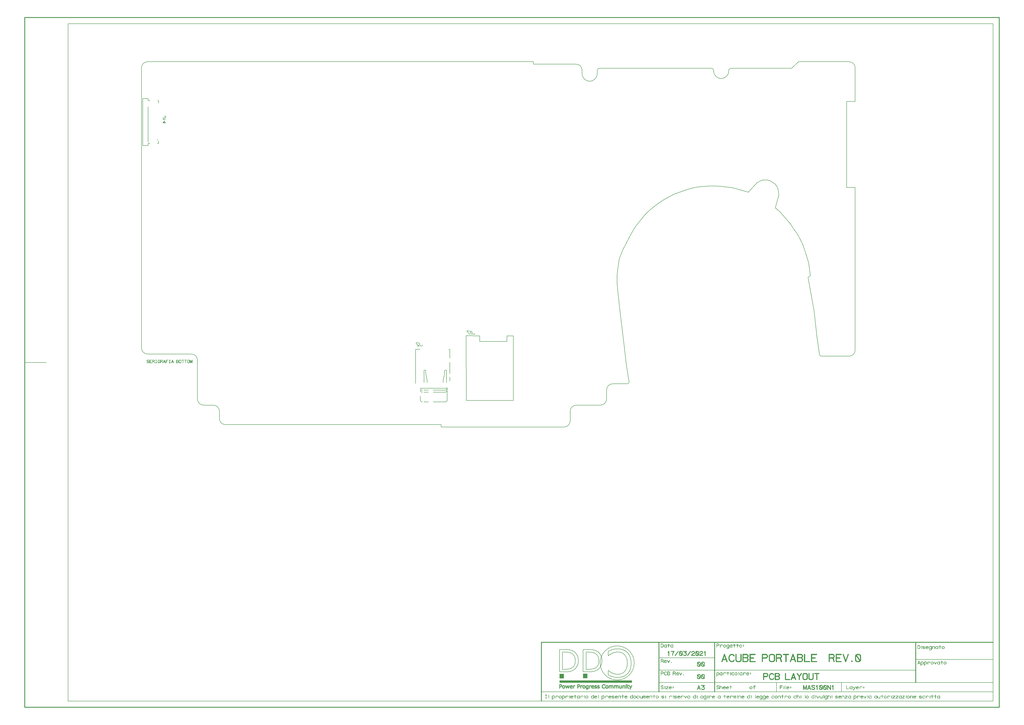
<source format=gbr>
*
G04 Job   : D:\Pd-Master\Mas\Mas100n1 ACB_0001_0\Mas100n1 ACUBE_PORTABILE R_0.pcb*
G04 User  : DESKTOP-CUVV7JD:Shina*
G04 Layer : B-SilkscreenBottom.gbr*
G04 Date  : Wed Mar 17 17:59:31 2021*
G04 RSM MASTER DESIGN srl*
%ICAS*%
%MOMM*%
%FSLAX24Y24*%
%OFA0.0000B0.0000*%
G90*
G74*
%ADD10C,0.15000*%
%ADD18C,0.15200*%
%ADD17C,0.15240*%
%ADD16C,0.20000*%
%ADD11C,0.20320*%
%ADD14C,0.25000*%
%ADD12C,0.25400*%
%ADD15C,0.30480*%
%ADD13C,0.38000*%
G01*
G36*
X68000Y1179500D02*
X63500Y1177813D01*
Y1181188*
X68000Y1179500*
X1716195Y-1049529D02*
X2013795D01*
Y-1040729*
X1716195*
Y-1049529*
X1716595Y-1031929D02*
X1734195D01*
Y-1013129*
X1716595*
Y-1031929*
X1812995Y-1031529D02*
X1830595D01*
Y-1012729*
X1812995*
Y-1031529*
G37*
G54D10*
X23306Y264602D02*
X23330Y264578D01*
X23354Y264554*
X23378Y264542*
X25490Y263570*
X25514Y263558*
X25574*
X27158*
X27194*
X27218*
X27242*
X27254Y263570*
X27278*
X29390Y264542*
X29462Y264602*
X30590Y265598*
X30614Y265622*
X30626Y265646*
X30638Y265670*
X30650Y265694*
Y265730*
X30662Y265742*
Y265766*
Y267494*
X30650Y267542*
X30626Y267602*
X30614Y267650*
X30578Y267710*
X28946Y268934*
X28862Y268958*
X24062Y270590*
X22586Y271742*
Y273242*
X23618Y274442*
X25586Y275066*
X27182*
X29162Y274454*
X30254Y273182*
X30290Y273146*
X30326Y273122*
X30362Y273110*
X30410*
X30494Y273134*
X30566Y273194*
X30626Y273266*
X30662Y273350*
Y273434*
X30614Y273506*
X29486Y274826*
X29438Y274862*
X29378Y274874*
X29366*
Y274898*
X27278Y275522*
X27242Y275546*
X27206Y275558*
X25574*
X25526Y275546*
X25490Y275522*
X23414Y274886*
X23402Y274874*
X23354Y274862*
X23294Y274814*
X22166Y273494*
X22118Y273446*
X22106Y273410*
X22094Y273350*
Y271610*
X22106Y271538*
X22130Y271478*
X22154Y271442*
X22178Y271418*
X22202Y271406*
X23810Y270170*
X23834Y270158*
X23882*
X28670Y268526*
X30182Y267362*
Y265862*
X29186Y264998*
X27134Y264050*
X25634*
X23582Y264998*
X22502Y265958*
X22418Y265994*
X22334*
X22250Y265958*
X22190Y265898*
X22142Y265826*
X22106Y265742*
Y265706*
X22118Y265670*
X22142Y265622*
X22178Y265598*
X23294Y264602*
X23306*
X33674Y275558D02*
X33578Y275534D01*
X33518Y275474*
X33458Y275402*
X33434Y275318*
Y263798*
X33458Y263702*
X33518Y263642*
X33578Y263582*
X33674Y263558*
X41762*
X41858Y263582*
X41918Y263630*
X41954Y263714*
X41966Y263798*
X41954Y263894*
X41918Y263978*
X41858Y264026*
X41762Y264050*
X33926*
Y269318*
X39362*
X39458Y269342*
X39518Y269390*
X39554Y269474*
X39566Y269558*
X39554Y269642*
X39518Y269714*
X39458Y269774*
X39362Y269798*
X33926*
Y275066*
X41762*
X41858Y275090*
X41918Y275138*
X41954Y275222*
X41966Y275306*
X41954Y275402*
X41918Y275486*
X41858Y275534*
X41762Y275558*
X33674*
X45266Y275066D02*
X51014D01*
X52034Y274310*
X52862Y273182*
Y271706*
X52010Y270530*
X51014Y269798*
X45266*
Y275066*
X52418Y274634D02*
X52382Y274658D01*
X52358Y274670*
Y274682*
X51230Y275510*
X51170Y275534*
X51134Y275546*
X51074Y275558*
X45014*
X44918Y275534*
X44858Y275474*
X44798Y275414*
X44774Y275318*
Y263798*
X44798Y263702*
X44846Y263642*
X44930Y263606*
X45014Y263594*
X45110Y263606*
X45194Y263642*
X45242Y263702*
X45266Y263798*
Y269318*
X50906*
X52874Y263726*
X52922Y263642*
X53006Y263594*
X53102Y263582*
X53186Y263606*
X53258Y263654*
X53318Y263714*
X53342Y263786*
X53330Y263882*
X51374Y269450*
X52358Y270170*
X52394Y270206*
X52430Y270278*
X53306Y271466*
Y271490*
X53318Y271502*
X53330Y271514*
Y271550*
X53342Y271574*
Y271610*
Y273266*
X53330Y273314*
Y273338*
X53318Y273362*
X53306Y273374*
Y273398*
X52418Y274634*
X57830Y264050D02*
X57746Y264026D01*
X57686Y263978*
X57650Y263894*
Y263798*
Y263714*
X57686Y263630*
X57746Y263582*
X57830Y263558*
X62522*
X62606Y263582*
X62678Y263630*
X62714Y263714*
X62726Y263798*
X62714Y263894*
X62678Y263978*
X62606Y264026*
X62522Y264050*
X60410*
Y275066*
X62522*
X62606Y275090*
X62678Y275138*
X62714Y275222*
X62726Y275306*
X62714Y275402*
X62678Y275486*
X62606Y275534*
X62522Y275558*
X57830*
X57746Y275534*
X57686Y275486*
X57650Y275402*
Y275306*
Y275222*
X57686Y275138*
X57746Y275090*
X57830Y275066*
X59942*
Y264050*
X57830*
X74738Y274598D02*
X74690Y274670D01*
X74654Y274682*
X74642Y274694*
X73514Y275198*
X73466Y275210*
X73406*
X72218Y275522*
X72182Y275546*
X72122Y275558*
X70574Y275402*
X70550Y275390*
X70526*
X70502Y275378*
X70478Y275366*
X69446Y274826*
X69386Y274802*
X69326Y274766*
X68414Y273842*
X68390Y273782*
X68366Y273746*
X67562Y272150*
X67538Y272090*
X67526Y272066*
X67046Y270470*
Y270434*
Y270422*
X67034Y270410*
Y270386*
Y268766*
X67022Y268730*
X67034Y268682*
X67394Y267038*
Y267014*
X67406Y267002*
Y266978*
X67418Y266966*
Y266954*
X68330Y265346*
X68342Y265322*
X68366Y265286*
X69254Y264326*
X69278*
X69290Y264302*
X69326Y264278*
X70382Y263750*
X70442Y263702*
X70490Y263690*
X72110Y263558*
X72122*
X72134*
X72170*
X73802Y263846*
X73838Y263858*
X73886Y263894*
X74990Y264674*
X75038Y264722*
X75074Y264794*
X75566Y265838*
Y265850*
X75590*
Y265874*
Y265898*
X75602Y265910*
Y265922*
Y265958*
Y268238*
X75590Y268322*
X75530Y268406*
X75458Y268466*
X75362Y268490*
X72914*
X72818Y268466*
X72758Y268418*
X72722Y268334*
X72710Y268238*
X72722Y268154*
X72758Y268070*
X72818Y268022*
X72914Y267998*
X75122*
Y266006*
X74654Y265034*
X73646Y264326*
X72110Y264050*
X70562Y264170*
X69578Y264686*
X68726Y265598*
X67874Y267134*
X67526Y268790*
Y270362*
X67970Y271910*
X67982Y271958*
X67994Y272054*
X67982Y272090*
X67958Y272126*
X67898Y272186*
X67814Y272222*
X67730Y272234*
X67646Y272222*
X67574Y272174*
X67538Y272090*
X67526Y272054*
X67538Y271982*
X67574Y271910*
X67634Y271850*
X67694Y271814*
X67766Y271790*
X67838Y271802*
X67910Y271838*
X67970Y271910*
X68774Y273482*
X69686Y274406*
X70646Y274922*
X72134Y275054*
X73274Y274754*
Y274742*
X73310Y274730*
X74366Y274274*
X75158Y273002*
X75218Y272942*
X75290Y272918*
X75386Y272930*
X75470Y272966*
X75542Y273026*
X75578Y273110*
X75602Y273194*
X75566Y273278*
X74738Y274598*
X78842Y275066D02*
X84590D01*
X85610Y274310*
X86438Y273182*
Y271706*
X85586Y270530*
X84590Y269798*
X78842*
Y275066*
X85994Y274634D02*
X85958Y274658D01*
X85934Y274670*
Y274682*
X84806Y275510*
X84746Y275534*
X84710Y275546*
X84650Y275558*
X78590*
X78494Y275534*
X78434Y275474*
X78374Y275414*
X78350Y275318*
Y263798*
X78374Y263702*
X78422Y263642*
X78506Y263606*
X78590Y263594*
X78686Y263606*
X78770Y263642*
X78818Y263702*
X78842Y263798*
Y269318*
X84482*
X86450Y263726*
X86498Y263642*
X86582Y263594*
X86678Y263582*
X86762Y263606*
X86834Y263654*
X86894Y263714*
X86918Y263786*
X86906Y263882*
X84950Y269450*
X85934Y270170*
X85970Y270206*
X86006Y270278*
X86882Y271466*
Y271490*
X86894Y271502*
X86906Y271514*
Y271550*
X86918Y271574*
Y271610*
Y273266*
X86906Y273314*
Y273338*
X86894Y273362*
X86882Y273374*
Y273398*
X85994Y274634*
X93974Y274586D02*
X96506Y267350D01*
X91418*
X93974Y274586*
X94214Y275390D02*
X94178Y275438D01*
X94130Y275486*
X94070Y275510*
X93986Y275522*
X93914*
X93854Y275498*
X93794Y275462*
X93746Y275390*
X89702Y263894*
X89690Y263798*
X89714Y263714*
X89774Y263654*
X89858Y263618*
X89942Y263594*
X90038Y263606*
X90110Y263654*
X90158Y263738*
X91262Y266858*
X96698*
X97790Y263738*
X97838Y263654*
X97922Y263606*
X98018Y263594*
X98090Y263618*
X98162Y263654*
X98222Y263714*
X98258Y263798*
X98234Y263894*
X94214Y275390*
X101294Y275558D02*
X101198Y275534D01*
X101138Y275474*
X101078Y275402*
X101054Y275318*
Y263798*
X101078Y263714*
X101126Y263642*
X101210Y263606*
X101294Y263594*
X101390Y263606*
X101474Y263642*
X101522Y263714*
X101546Y263798*
Y269858*
X106982*
X107078Y269882*
X107138Y269930*
X107174Y270014*
X107186Y270098*
X107174Y270194*
X107138Y270278*
X107078Y270326*
X106982Y270350*
X101546*
Y275066*
X109382*
X109478Y275090*
X109538Y275138*
X109574Y275222*
X109586Y275306*
X109574Y275402*
X109538Y275486*
X109478Y275534*
X109382Y275558*
X101294*
X114110Y264050D02*
X114026Y264026D01*
X113966Y263978*
X113930Y263894*
Y263798*
Y263714*
X113966Y263630*
X114026Y263582*
X114110Y263558*
X118802*
X118886Y263582*
X118958Y263630*
X118994Y263714*
X119006Y263798*
X118994Y263894*
X118958Y263978*
X118886Y264026*
X118802Y264050*
X116690*
Y275066*
X118802*
X118886Y275090*
X118958Y275138*
X118994Y275222*
X119006Y275306*
X118994Y275402*
X118958Y275486*
X118886Y275534*
X118802Y275558*
X114110*
X114026Y275534*
X113966Y275486*
X113930Y275402*
Y275306*
Y275222*
X113966Y275138*
X114026Y275090*
X114110Y275066*
X116222*
Y264050*
X114110*
X127598Y274586D02*
X130130Y267350D01*
X125042*
X127598Y274586*
X127838Y275390D02*
X127802Y275438D01*
X127754Y275486*
X127694Y275510*
X127610Y275522*
X127538*
X127478Y275498*
X127418Y275462*
X127370Y275390*
X123326Y263894*
X123314Y263798*
X123338Y263714*
X123398Y263654*
X123482Y263618*
X123566Y263594*
X123662Y263606*
X123734Y263654*
X123782Y263738*
X124886Y266858*
X130322*
X131414Y263738*
X131462Y263654*
X131546Y263606*
X131642Y263594*
X131714Y263618*
X131786Y263654*
X131846Y263714*
X131882Y263798*
X131858Y263894*
X127838Y275390*
X143750Y270278D02*
X149294D01*
X150614Y270962*
X151346Y272402*
Y273266*
X150626Y274298*
X149342Y275066*
X143750*
Y270278*
X149234Y269786D02*
X143750D01*
Y264050*
X149414*
X150614Y264806*
X151346Y266318*
Y267434*
X150626Y268562*
X149234Y269786*
X150950Y264446D02*
X149570Y263558D01*
X143498*
X143414Y263582*
X143330Y263630*
X143282Y263714*
X143258Y263798*
Y275318*
X143282Y275402*
X143330Y275474*
X143414Y275534*
X143498Y275558*
X149498*
X150938Y274682*
X151826Y273410*
Y272306*
X150950Y270602*
X149774Y269990*
X150938Y268922*
X151826Y267554*
Y266210*
X150950Y264446*
X155090Y266330D02*
Y272786D01*
X155330Y273938*
X155810Y274514*
X156974Y274934*
X158102Y275066*
X159650*
X159674*
X160802Y274934*
X161954Y274514*
X162434Y273938*
X162686Y272786*
Y266330*
X162446Y265202*
X161978Y264770*
X160754Y264170*
X159674Y264050*
X158126*
X158102*
X157010Y264170*
X155798Y264770*
X155330Y265202*
X155090Y266330*
X162206Y264326D02*
X162278Y264386D01*
X162842Y264914*
X162854Y264950*
X162914Y265034*
X163166Y266234*
Y266318*
Y272786*
Y272882*
X162914Y274082*
X162890Y274106*
X162878Y274130*
X162866Y274142*
X162842Y274190*
X162278Y274886*
X162254*
X162242Y274910*
Y274922*
X162206Y274946*
X162170Y274958*
X160922Y275366*
X160886Y275390*
X160850Y275402*
X159722Y275558*
X159710*
X158090*
X158042*
X158030*
X156914Y275402*
X156878Y275390*
X156842Y275366*
X155606Y274958*
X155558Y274934*
X155546Y274922*
X155510Y274886*
X154922Y274190*
X154898Y274154*
X154886*
X154862Y274118*
X154850Y274082*
X154598Y272882*
X154586Y272834*
X154598Y272786*
Y266318*
X154586Y266282*
X154598Y266234*
X154850Y265034*
X154862Y264974*
X154910Y264950*
Y264938*
X154946Y264914*
X155510Y264386*
X155522*
X155594Y264326*
X156842Y263726*
X156866Y263714*
X156890*
X156914*
X158030Y263558*
X158078*
X158090*
X159674*
X159710*
X159722*
X160850Y263714*
X160874*
X160898Y263726*
X160922*
X162206Y264326*
X166178Y275558D02*
X166082Y275534D01*
X166022Y275486*
X165986Y275402*
X165974Y275306*
X165986Y275222*
X166022Y275138*
X166082Y275090*
X166178Y275066*
X169982*
Y263798*
X170006Y263714*
X170054Y263642*
X170138Y263606*
X170222Y263594*
X170306Y263606*
X170390Y263642*
X170438Y263714*
X170462Y263798*
Y275066*
X174266*
X174362Y275090*
X174422Y275138*
X174458Y275222*
X174470Y275306*
X174458Y275402*
X174422Y275486*
X174362Y275534*
X174266Y275558*
X166178*
X177518D02*
X177422Y275534D01*
X177362Y275486*
X177326Y275402*
X177314Y275306*
X177326Y275222*
X177362Y275138*
X177422Y275090*
X177518Y275066*
X181322*
Y263798*
X181346Y263714*
X181394Y263642*
X181478Y263606*
X181562Y263594*
X181646Y263606*
X181730Y263642*
X181778Y263714*
X181802Y263798*
Y275066*
X185606*
X185702Y275090*
X185762Y275138*
X185798Y275222*
X185810Y275306*
X185798Y275402*
X185762Y275486*
X185702Y275534*
X185606Y275558*
X177518*
X189110Y266330D02*
Y272786D01*
X189350Y273938*
X189830Y274514*
X190994Y274934*
X192122Y275066*
X193670*
X193694*
X194822Y274934*
X195974Y274514*
X196454Y273938*
X196706Y272786*
Y266330*
X196466Y265202*
X195998Y264770*
X194774Y264170*
X193694Y264050*
X192146*
X192122*
X191030Y264170*
X189818Y264770*
X189350Y265202*
X189110Y266330*
X196226Y264326D02*
X196298Y264386D01*
X196862Y264914*
X196874Y264950*
X196934Y265034*
X197186Y266234*
Y266318*
Y272786*
Y272882*
X196934Y274082*
X196910Y274106*
X196898Y274130*
X196886Y274142*
X196862Y274190*
X196298Y274886*
X196274*
X196262Y274910*
Y274922*
X196226Y274946*
X196190Y274958*
X194942Y275366*
X194906Y275390*
X194870Y275402*
X193742Y275558*
X193730*
X192110*
X192062*
X192050*
X190934Y275402*
X190898Y275390*
X190862Y275366*
X189626Y274958*
X189578Y274934*
X189566Y274922*
X189530Y274886*
X188942Y274190*
X188918Y274154*
X188906*
X188882Y274118*
X188870Y274082*
X188618Y272882*
X188606Y272834*
X188618Y272786*
Y266318*
X188606Y266282*
X188618Y266234*
X188870Y265034*
X188882Y264974*
X188930Y264950*
Y264938*
X188966Y264914*
X189530Y264386*
X189542*
X189614Y264326*
X190862Y263726*
X190886Y263714*
X190910*
X190934*
X192050Y263558*
X192098*
X192110*
X193694*
X193730*
X193742*
X194870Y263714*
X194894*
X194918Y263726*
X194942*
X196226Y264326*
X200438Y275390D02*
X200402Y275438D01*
X200354Y275486*
X200306Y275498*
X200246Y275510*
X200162Y275522*
X200066Y275498*
X200018Y275462*
X199982Y275426*
X199970Y275378*
X199958Y275318*
Y275294*
Y263798*
X199982Y263714*
X200030Y263642*
X200114Y263606*
X200198Y263594*
X200294Y263606*
X200378Y263642*
X200426Y263714*
X200450Y263798*
Y273986*
X204014Y264554*
X204050Y264494*
X204098Y264446*
X204158Y264422*
X204242*
X204326*
X204386Y264446*
X204446Y264494*
X204482Y264554*
X208046Y273986*
Y263798*
X208070Y263714*
X208118Y263642*
X208202Y263606*
X208286Y263594*
X208370Y263606*
X208454Y263642*
X208502Y263714*
X208526Y263798*
Y275318*
X208490Y275426*
X208430Y275498*
X208334Y275522*
X208214Y275510*
X208166Y275498*
X208130Y275486*
X208094Y275438*
X208058Y275390*
X208046Y275354*
X204242Y265310*
X200450Y275354*
X200438Y275390*
X1136148Y343864D02*
X1135909Y344545D01*
X1134750Y345909*
X1133830Y346591*
X1132148Y347500*
X1129421*
X1128375Y346591*
X1127932Y345909*
X1127727Y344545*
X1128205Y343182*
X1129364Y341818*
X1131523Y339545*
X1140807Y332500*
X1131261*
X1139193Y347500D02*
X1143170Y336136D01*
X1144875Y333864*
X1146250Y333182*
X1148307Y332500*
X1150352*
X1151932Y333182*
X1152602Y333864*
X1152716Y336136*
X1152238Y337500*
X1144000Y319500D02*
X1125000D01*
Y179500*
X1145041Y126622D02*
Y120035D01*
Y113651*
Y111299*
X1153041Y103299D02*
X1151743Y103403D01*
X1150512Y103707*
X1149364Y104192*
X1148316Y104842*
X1147384Y105642*
X1146584Y106574*
X1145934Y107622*
X1145449Y108770*
X1145146Y110001*
X1145041Y111299*
X1153041Y143299D02*
X1151743Y143404D01*
X1150512Y143707*
X1149364Y144192*
X1148316Y144843*
X1147384Y145643*
X1146584Y146575*
X1145934Y147624*
X1145449Y148772*
X1145146Y150003*
X1145041Y151300*
X1153041Y151299D02*
X1151743Y151404D01*
X1150512Y151707*
X1149364Y152192*
X1148316Y152843*
X1147384Y153642*
X1146584Y154574*
X1145934Y155622*
X1145449Y156770*
X1145146Y158001*
X1145041Y159298*
X1160000Y182800D02*
Y232300D01*
X1161500Y233800*
X1165500*
X1167000Y232300*
Y219800*
X1173000Y191800*
Y182800*
X1178225Y103299D02*
X1173345D01*
X1162817*
X1159225*
X1178225Y143299D02*
X1173345D01*
X1162817*
X1159225*
X1178225Y151300D02*
X1173345D01*
X1162817*
X1159225*
X1247041Y103299D02*
X1244409D01*
X1237265*
X1226737*
X1213953*
X1200041*
X1197225*
X1247041Y143299D02*
X1244409D01*
X1237265*
X1226737*
X1213953*
X1200041*
X1197225*
X1247041Y151300D02*
X1244409D01*
X1237265*
X1226737*
X1213953*
X1200041*
X1197225*
X1252000Y182800D02*
Y232300D01*
X1250500Y233800*
X1246500*
X1245000Y232300*
Y219800*
X1239000Y191800*
Y182800*
X1255000Y159500D02*
X1146000D01*
X1255041Y111299D02*
X1254936Y110001D01*
X1254633Y108770*
X1254148Y107622*
X1253497Y106574*
X1252698Y105642*
X1251766Y104842*
X1250718Y104192*
X1249570Y103707*
X1248340Y103403*
X1247043Y103299*
X1255041Y111299D02*
Y116171D01*
Y129395*
Y148883*
Y162235*
Y151300D02*
X1254936Y150003D01*
X1254633Y148772*
X1254148Y147624*
X1253497Y146575*
X1252698Y145643*
X1251766Y144843*
X1250718Y144192*
X1249570Y143707*
X1248340Y143404*
X1247043Y143299*
X1255041Y159298D02*
X1254936Y158001D01*
X1254633Y156770*
X1254148Y155622*
X1253497Y154574*
X1252698Y153642*
X1251766Y152843*
X1250718Y152192*
X1249570Y151707*
X1248340Y151404*
X1247043Y151299*
X1266000Y205500D02*
Y189500D01*
Y265500D02*
Y219500D01*
Y283500D02*
Y319500D01*
X1262000*
X1332950Y375010D02*
X1333450Y109510D01*
X1526450*
Y374510*
X1500450*
Y351510*
X1388450*
Y374510*
X1332950Y375010*
X1345296Y394773D02*
X1335750D01*
X1347739Y380000*
X1351932Y392045D02*
X1350784Y392727D01*
X1348932Y394773*
X1354102Y380000*
X1354534Y395000D02*
X1358511Y383636D01*
X1360216Y381364*
X1361591Y380682*
X1363648Y380000*
X1365693*
X1367272Y380682*
X1367943Y381364*
X1368057Y383636*
X1367579Y385000*
X2930000Y1337000D02*
X2895000D01*
Y984000*
X2930000*
Y316000*
G02X2905000Y291000I25000*
G01X2792719*
G02X2782812Y299638J10000*
G01X2773000Y371000*
X2761000Y478000*
X2737000Y614000*
X2746000Y622000*
X2739000Y674000*
X2731000Y702000*
X2715000Y751000*
X2697000Y786000*
X2663000Y836000*
X2623000Y881000*
X2610000Y894000*
X2602000Y900000*
X2609000Y924000*
X2615000Y945000*
X2616000Y950000*
Y956000*
X2615000Y969000*
X2614000Y974000*
X2611000Y983000*
X2608000Y989000*
X2601000Y998000*
X2588000Y1007000*
X2583000Y1010000*
X2569000Y1014000*
X2550000*
X2544000Y1012000*
X2528000Y1004000*
X2491000Y964000*
X2441000Y979000*
X2423000Y983000*
X2375000Y989000*
X2354000Y990000*
X2332000*
X2289000Y986000*
X2261000Y981000*
X2233000Y973000*
X2184000Y955000*
X2142000Y932000*
X2112000Y911000*
X2090000Y893000*
X2080000Y884000*
X2066000Y870000*
X2044000Y843000*
X2027000Y822000*
X2007000Y787000*
X1975000Y725000*
X1962000Y692000*
X1955000Y647000*
X1953000Y623000*
Y591000*
X1954000Y571000*
X1955000Y563000*
X1963000Y491000*
X1982000Y329000*
X1987000Y285000*
X1990000Y261000*
X2001575Y185994*
G02X2001663Y184850I7412J1144*
X1996833Y177841I7500*
G01X1934619Y177597*
G03X1909719Y152883I98J25000*
G01X1909282Y114714*
G02X1884284Y90000I24998J286*
G01X1785000*
G03X1760000Y65000J25000*
G01Y25000*
G02X1735000Y0I25000*
G01X1230000*
Y10000*
X345000*
G02X320000Y35000J25000*
G01Y65000*
G03X295000Y90000I25000*
G01X255000*
G02X230000Y115000J25000*
G01Y275000*
G03X205000Y300000I25000*
G01X25000*
G02X0Y325000J25000*
G01Y1475000*
G02X25000Y1500000I25000*
G01X1609000*
Y1490000*
X1784000*
G02X1809000Y1465000J25000*
G01Y1451000*
G03X1840000Y1420000I31000*
X1871000Y1451000J31000*
G01Y1463000*
G02X1881000Y1473000I10000*
G01X2339000*
G02X2349000Y1463000J10000*
G01Y1462000*
G03X2380000Y1431000I31000*
X2411000Y1462000J31000*
G01Y1463000*
G02X2421000Y1473000I10000*
G01X2670000*
X2697500Y1500000*
X2905000*
G02X2930000Y1475000J25000*
G01Y1337000*
G54D11*
X-479000Y265050D02*
X-390100D01*
X-301200Y-1125600D02*
X3496100D01*
Y1655700*
X-301200*
Y-1125600*
X1641900Y-1087500D02*
X3496100D01*
X1658484Y-1113186D02*
X1658386Y-1113214D01*
X1658316Y-1113270*
X1658274Y-1113367*
Y-1113479*
Y-1113577*
X1658316Y-1113675*
X1658386Y-1113731*
X1658484Y-1113759*
X1663946*
X1664044Y-1113731*
X1664128Y-1113675*
X1664169Y-1113577*
X1664183Y-1113479*
X1664169Y-1113367*
X1664128Y-1113270*
X1664044Y-1113214*
X1663946Y-1113186*
X1661487*
Y-1100361*
X1663946*
X1664044Y-1100333*
X1664128Y-1100277*
X1664169Y-1100180*
X1664183Y-1100082*
X1664169Y-1099970*
X1664128Y-1099872*
X1664044Y-1099816*
X1663946Y-1099789*
X1658484*
X1658386Y-1099816*
X1658316Y-1099872*
X1658274Y-1099970*
Y-1100082*
Y-1100180*
X1658316Y-1100277*
X1658386Y-1100333*
X1658484Y-1100361*
X1660942*
Y-1113186*
X1658484*
X1672719Y-1100082D02*
X1672705Y-1099984D01*
X1672663Y-1099900*
X1672593Y-1099858*
X1672496Y-1099844*
X1672412Y-1099858*
X1672356Y-1099900*
X1672314Y-1099984*
X1672300Y-1100082*
Y-1113479*
X1672314Y-1113591*
X1672356Y-1113661*
X1672412Y-1113703*
X1672496Y-1113717*
X1672593Y-1113703*
X1672663Y-1113661*
X1672705Y-1113591*
X1672719Y-1113479*
Y-1100082*
X1686312Y-1119249D02*
X1686340Y-1119347D01*
X1686396Y-1119430*
X1686494Y-1119472*
X1686591Y-1119486*
X1686703Y-1119472*
X1686801Y-1119430*
X1686857Y-1119347*
X1686885Y-1119249*
Y-1112264*
X1687346Y-1112725*
X1687374Y-1112753*
X1687402Y-1112767*
X1688575Y-1113521*
X1688631Y-1113549*
X1688687Y-1113563*
X1688701*
X1690293Y-1113759*
X1690321*
X1690377*
X1692249*
X1692277*
X1692319Y-1113745*
X1692361*
X1693339Y-1113325*
X1693367Y-1113311*
X1693409Y-1113284*
X1694415Y-1112767*
X1694484Y-1112697*
X1694512Y-1112683*
X1695574Y-1111230*
X1695588Y-1111202*
X1695602Y-1111160*
X1696273Y-1109749*
X1696286Y-1109721*
Y-1109679*
Y-1109623*
Y-1107696*
Y-1107654*
X1696273Y-1107626*
Y-1107612*
X1695770Y-1106215*
X1695756Y-1106159*
X1695728Y-1106089*
X1694750Y-1104790*
X1694666Y-1104720*
X1693590Y-1104035*
X1693548Y-1104007*
X1693492Y-1103993*
X1692333Y-1103574*
X1692291*
X1692277*
X1692249Y-1103560*
X1692235*
X1690363*
X1690321*
X1690293*
X1688994Y-1103742*
X1688938Y-1103770*
X1688896Y-1103798*
X1687360Y-1104552*
X1687318Y-1104580*
X1687304Y-1104594*
X1687290Y-1104622*
X1687262Y-1104636*
X1686885Y-1105055*
Y-1103868*
X1686857Y-1103756*
X1686801Y-1103672*
X1686703Y-1103616*
X1686591Y-1103602*
X1686494Y-1103616*
X1686396Y-1103672*
X1686340Y-1103756*
X1686312Y-1103868*
Y-1119249*
X1690391Y-1104133D02*
X1692221D01*
X1693269Y-1104538*
X1693297*
X1694331Y-1105195*
X1695253Y-1106438*
X1695728Y-1107751*
Y-1109554*
X1695085Y-1110909*
X1694093Y-1112306*
X1693157Y-1112767*
X1693129Y-1112781*
X1693115*
X1692179Y-1113186*
X1690419*
X1690391*
X1688840Y-1113004*
X1687737Y-1112306*
X1686885Y-1111412*
Y-1105893*
X1687667Y-1105027*
X1689106Y-1104315*
X1690391Y-1104133*
X1701511Y-1104049D02*
X1701483Y-1103952D01*
X1701427Y-1103868*
X1701330Y-1103826*
X1701232Y-1103812*
X1701134Y-1103826*
X1701036Y-1103868*
X1700980Y-1103952*
X1700952Y-1104049*
Y-1113479*
X1700980Y-1113577*
X1701036Y-1113661*
X1701134Y-1113703*
X1701232Y-1113717*
X1701330Y-1113703*
X1701427Y-1113661*
X1701483Y-1113577*
X1701511Y-1113479*
Y-1107905*
X1702126Y-1106564*
X1703146Y-1105223*
X1704082Y-1104748*
X1704124Y-1104734*
X1705060Y-1104329*
X1706848*
X1708398Y-1104524*
X1709474Y-1105223*
X1710438Y-1106145*
X1710522Y-1106201*
X1710620*
X1710731Y-1106173*
X1710815Y-1106103*
X1710885Y-1106019*
X1710913Y-1105921*
Y-1105810*
X1710857Y-1105726*
X1709893Y-1104790*
X1709865Y-1104776*
X1709851Y-1104762*
X1709837*
Y-1104748*
X1708664Y-1103993*
X1708622Y-1103980*
X1708580Y-1103966*
X1708566*
X1708538Y-1103952*
X1706918Y-1103770*
X1706876*
X1705004*
X1704990*
X1704948Y-1103784*
X1704892Y-1103798*
X1703900Y-1104217*
X1703830Y-1104273*
X1702824Y-1104748*
X1702769Y-1104790*
X1702755Y-1104832*
X1701665Y-1106271*
X1701637Y-1106285*
Y-1106313*
X1701511Y-1106564*
Y-1104049*
X1714811Y-1111230D02*
X1714825Y-1111258D01*
X1714853Y-1111272*
X1715928Y-1112711*
X1715942Y-1112739*
X1715970Y-1112767*
X1715998Y-1112781*
X1716026*
X1717032Y-1113284*
X1717060Y-1113311*
X1717088Y-1113325*
X1718080Y-1113745*
X1718094Y-1113759*
X1718122*
X1718177*
X1720077*
X1720105*
X1720133*
X1720175Y-1113745*
X1721153Y-1113325*
X1721195Y-1113311*
X1721237Y-1113284*
X1722229Y-1112781*
X1722271*
Y-1112767*
X1722327Y-1112711*
X1723388Y-1111272*
X1723402Y-1111258*
X1723430Y-1111230*
X1724101Y-1109833*
X1724115Y-1109777*
Y-1109707*
Y-1107835*
Y-1107765*
X1724101Y-1107710*
X1723430Y-1106313*
X1723402Y-1106285*
X1723388Y-1106271*
X1722327Y-1104832*
X1722313*
X1722285Y-1104790*
X1722229Y-1104762*
X1721237Y-1104273*
X1721195Y-1104245*
X1721153Y-1104217*
X1720175Y-1103798*
X1720119Y-1103784*
X1720077Y-1103770*
X1718177Y-1103784*
X1718122Y-1103770*
X1718094Y-1103784*
X1718080Y-1103798*
X1717088Y-1104217*
X1717032Y-1104273*
X1716026Y-1104762*
X1715970Y-1104804*
X1715928Y-1104832*
X1714853Y-1106271*
X1714825Y-1106285*
X1714811Y-1106313*
X1714154Y-1107710*
X1714140Y-1107807*
Y-1107877*
Y-1109693*
Y-1109763*
X1714154Y-1109833*
X1714811Y-1111230*
X1717325Y-1112795D02*
X1717297D01*
X1717269Y-1112781*
X1716347Y-1112320*
X1715328Y-1110965*
X1714713Y-1109623*
Y-1107919*
X1715328Y-1106578*
X1716347Y-1105237*
X1717269Y-1104762*
X1717325Y-1104748*
X1718247Y-1104343*
X1720008*
X1720944Y-1104748*
X1720985Y-1104762*
X1721921Y-1105237*
X1722913Y-1106578*
X1723556Y-1107919*
Y-1109623*
X1722913Y-1110965*
X1721921Y-1112320*
X1720985Y-1112781*
X1720958Y-1112795*
X1720944*
X1720008Y-1113200*
X1718247*
X1717325Y-1112795*
X1727314Y-1119249D02*
X1727342Y-1119347D01*
X1727398Y-1119430*
X1727495Y-1119472*
X1727593Y-1119486*
X1727705Y-1119472*
X1727803Y-1119430*
X1727859Y-1119347*
X1727887Y-1119249*
Y-1112264*
X1728348Y-1112725*
X1728376Y-1112753*
X1728404Y-1112767*
X1729577Y-1113521*
X1729633Y-1113549*
X1729689Y-1113563*
X1729703*
X1731295Y-1113759*
X1731323*
X1731379*
X1733251*
X1733279*
X1733321Y-1113745*
X1733363*
X1734341Y-1113325*
X1734369Y-1113311*
X1734411Y-1113284*
X1735416Y-1112767*
X1735486Y-1112697*
X1735514Y-1112683*
X1736576Y-1111230*
X1736590Y-1111202*
X1736604Y-1111160*
X1737274Y-1109749*
X1737288Y-1109721*
Y-1109679*
Y-1109623*
Y-1107696*
Y-1107654*
X1737274Y-1107626*
Y-1107612*
X1736772Y-1106215*
X1736758Y-1106159*
X1736730Y-1106089*
X1735752Y-1104790*
X1735668Y-1104720*
X1734592Y-1104035*
X1734550Y-1104007*
X1734494Y-1103993*
X1733335Y-1103574*
X1733293*
X1733279*
X1733251Y-1103560*
X1733237*
X1731365*
X1731323*
X1731295*
X1729996Y-1103742*
X1729940Y-1103770*
X1729898Y-1103798*
X1728362Y-1104552*
X1728320Y-1104580*
X1728306Y-1104594*
X1728292Y-1104622*
X1728264Y-1104636*
X1727887Y-1105055*
Y-1103868*
X1727859Y-1103756*
X1727803Y-1103672*
X1727705Y-1103616*
X1727593Y-1103602*
X1727495Y-1103616*
X1727398Y-1103672*
X1727342Y-1103756*
X1727314Y-1103868*
Y-1119249*
X1731393Y-1104133D02*
X1733223D01*
X1734271Y-1104538*
X1734299*
X1735333Y-1105195*
X1736255Y-1106438*
X1736730Y-1107751*
Y-1109554*
X1736087Y-1110909*
X1735095Y-1112306*
X1734159Y-1112767*
X1734131Y-1112781*
X1734117*
X1733181Y-1113186*
X1731421*
X1731393*
X1729842Y-1113004*
X1728739Y-1112306*
X1727887Y-1111412*
Y-1105893*
X1728669Y-1105027*
X1730108Y-1104315*
X1731393Y-1104133*
X1742513Y-1104049D02*
X1742485Y-1103952D01*
X1742429Y-1103868*
X1742332Y-1103826*
X1742234Y-1103812*
X1742136Y-1103826*
X1742038Y-1103868*
X1741982Y-1103952*
X1741954Y-1104049*
Y-1113479*
X1741982Y-1113577*
X1742038Y-1113661*
X1742136Y-1113703*
X1742234Y-1113717*
X1742332Y-1113703*
X1742429Y-1113661*
X1742485Y-1113577*
X1742513Y-1113479*
Y-1107905*
X1743128Y-1106564*
X1744148Y-1105223*
X1745084Y-1104748*
X1745126Y-1104734*
X1746062Y-1104329*
X1747850*
X1749400Y-1104524*
X1750476Y-1105223*
X1751440Y-1106145*
X1751524Y-1106201*
X1751622*
X1751733Y-1106173*
X1751817Y-1106103*
X1751887Y-1106019*
X1751915Y-1105921*
Y-1105810*
X1751859Y-1105726*
X1750895Y-1104790*
X1750867Y-1104776*
X1750853Y-1104762*
X1750839*
Y-1104748*
X1749666Y-1103993*
X1749624Y-1103980*
X1749582Y-1103966*
X1749568*
X1749540Y-1103952*
X1747920Y-1103770*
X1747878*
X1746006*
X1745992*
X1745950Y-1103784*
X1745894Y-1103798*
X1744902Y-1104217*
X1744832Y-1104273*
X1743826Y-1104748*
X1743771Y-1104790*
X1743757Y-1104832*
X1742667Y-1106271*
X1742639Y-1106285*
Y-1106313*
X1742513Y-1106564*
Y-1104049*
X1758160Y-1103924D02*
X1758425Y-1103574D01*
X1758565*
X1758816Y-1103924*
Y-1104119*
X1758565Y-1104441*
X1758425*
X1758160Y-1104119*
Y-1103924*
X1758174Y-1104943D02*
X1758202Y-1104985D01*
X1758271Y-1104999*
X1758327*
X1758663*
X1758732*
X1758788Y-1104985*
X1758830Y-1104943*
X1759179Y-1104455*
X1759221Y-1104399*
Y-1104315*
X1759249Y-1104259*
Y-1103784*
X1759221Y-1103714*
Y-1103630*
X1759179Y-1103560*
X1758830Y-1103099*
X1758774Y-1103058*
X1758732Y-1103044*
X1758663Y-1103016*
X1758327*
X1758285Y-1103030*
X1758271Y-1103044*
X1758202Y-1103058*
X1758174Y-1103099*
X1757810Y-1103560*
X1757768Y-1103644*
X1757754Y-1103714*
Y-1103784*
Y-1104259*
Y-1104315*
X1757768Y-1104399*
X1757810Y-1104455*
X1758174Y-1104943*
X1758663Y-1105907D02*
X1758649Y-1105810D01*
X1758607Y-1105740*
X1758537Y-1105684*
X1758439Y-1105670*
X1758355Y-1105684*
X1758299Y-1105740*
X1758257Y-1105810*
X1758243Y-1105907*
Y-1113479*
X1758257Y-1113577*
X1758299Y-1113661*
X1758355Y-1113703*
X1758439Y-1113717*
X1758537Y-1113703*
X1758607Y-1113661*
X1758649Y-1113577*
X1758663Y-1113479*
Y-1105907*
X1765452Y-1104734D02*
X1766374Y-1104329D01*
X1768162*
X1769378Y-1104524*
X1770537Y-1105251*
X1771082Y-1105838*
X1771501Y-1106676*
X1771627Y-1107556*
X1762993*
X1763454Y-1106578*
X1764474Y-1105237*
X1765396Y-1104748*
X1765452Y-1104734*
X1768176Y-1113200D02*
X1768148D01*
X1766360*
X1765270Y-1112823*
X1765256*
Y-1112809*
X1764223Y-1112166*
X1763301Y-1110965*
X1762840Y-1109665*
Y-1108115*
X1771962*
X1772032*
X1772088Y-1108087*
X1772130Y-1108045*
X1772158Y-1107989*
X1772199Y-1107947*
X1772227Y-1107891*
X1772241Y-1107849*
Y-1107793*
X1772060Y-1106578*
X1772018Y-1106480*
X1771948Y-1106410*
X1771836Y-1106382*
X1771738*
X1771641Y-1106410*
X1771557Y-1106452*
X1771501Y-1106536*
Y-1106634*
Y-1106676*
X1771529Y-1106732*
X1771599Y-1106815*
X1771683Y-1106843*
X1771780*
X1771878Y-1106815*
X1771962Y-1106760*
X1772018Y-1106676*
X1772046Y-1106620*
X1772060Y-1106578*
X1772046Y-1106522*
X1772018Y-1106480*
X1771543Y-1105530*
X1771529Y-1105474*
X1770942Y-1104846*
X1770900Y-1104790*
X1770858Y-1104748*
X1769643Y-1103993*
X1769615Y-1103980*
X1769573Y-1103966*
X1769559*
X1769531Y-1103952*
X1768232Y-1103770*
X1768204*
X1766318*
X1766290*
X1766248Y-1103784*
X1766220Y-1103798*
X1765214Y-1104217*
X1765159Y-1104273*
X1764153Y-1104762*
X1764097Y-1104804*
X1764055Y-1104832*
X1762979Y-1106271*
X1762951Y-1106285*
X1762937Y-1106313*
X1762281Y-1107710*
X1762267Y-1107807*
Y-1107877*
Y-1109707*
Y-1109777*
Y-1109805*
X1762281*
X1762798Y-1111202*
X1762812Y-1111258*
X1762840Y-1111272*
X1763817Y-1112571*
X1763831Y-1112599*
Y-1112613*
X1763873Y-1112627*
X1764949Y-1113284*
X1765033Y-1113311*
X1765075Y-1113325*
X1766220Y-1113745*
X1766248*
X1766290Y-1113759*
X1766318*
X1768204*
X1768232*
X1769545Y-1113605*
X1769601Y-1113591*
X1769629Y-1113577*
X1769671Y-1113549*
X1771208Y-1112781*
X1771222Y-1112767*
X1771263Y-1112725*
X1772185Y-1111789*
X1772241Y-1111705*
X1772227Y-1111607*
X1772185Y-1111509*
X1772130Y-1111440*
X1772032Y-1111384*
X1771948Y-1111342*
X1771850Y-1111356*
X1771766Y-1111398*
X1770886Y-1112306*
X1769447Y-1113018*
X1768176Y-1113200*
X1775720Y-1104580D02*
X1775608Y-1104608D01*
X1775538Y-1104678*
X1775496Y-1104762*
X1775482Y-1104860*
X1775496Y-1104957*
X1775538Y-1105055*
X1775608Y-1105111*
X1775720Y-1105139*
X1780148*
Y-1113479*
X1780176Y-1113577*
X1780232Y-1113661*
X1780330Y-1113703*
X1780428Y-1113717*
X1780526Y-1113703*
X1780623Y-1113661*
X1780679Y-1113577*
X1780707Y-1113479*
Y-1105139*
X1785136*
X1785247Y-1105111*
X1785317Y-1105055*
X1785359Y-1104957*
X1785373Y-1104860*
X1785359Y-1104762*
X1785317Y-1104678*
X1785247Y-1104608*
X1785136Y-1104580*
X1780707*
X1780721Y-1100068*
X1780707Y-1099970*
X1780637Y-1099886*
X1780540Y-1099844*
X1780442Y-1099830*
X1780344Y-1099844*
X1780260Y-1099886*
X1780190Y-1099970*
X1780162Y-1100068*
X1780148Y-1104580*
X1775720*
X1794524Y-1113200D02*
X1792693D01*
X1791618Y-1112823*
X1791604*
Y-1112795*
X1790570Y-1112166*
X1789648Y-1110965*
X1789187Y-1109665*
Y-1107905*
X1789802Y-1106564*
X1790821Y-1105223*
X1791743Y-1104748*
X1791799Y-1104734*
X1792721Y-1104329*
X1794524*
X1796060Y-1104524*
X1797150Y-1105223*
X1798030Y-1106061*
Y-1111481*
X1797234Y-1112306*
X1795795Y-1113018*
X1794524Y-1113200*
X1798589Y-1104049D02*
X1798561Y-1103952D01*
X1798505Y-1103868*
X1798407Y-1103826*
X1798309Y-1103812*
X1798212Y-1103826*
X1798114Y-1103868*
X1798058Y-1103952*
X1798030Y-1104049*
Y-1105265*
X1797555Y-1104790*
X1797541Y-1104776*
X1797513Y-1104748*
X1796312Y-1103993*
X1796284Y-1103980*
X1796228Y-1103966*
X1796214Y-1103952*
X1794579Y-1103770*
X1794524*
X1792666*
X1792638*
X1792596Y-1103784*
X1792554Y-1103798*
X1791562Y-1104217*
X1791506Y-1104273*
X1790500Y-1104762*
X1790444Y-1104804*
X1790402Y-1104832*
X1789327Y-1106271*
X1789299Y-1106285*
X1789285Y-1106313*
X1788628Y-1107710*
X1788614Y-1107793*
Y-1107835*
Y-1107877*
Y-1109707*
Y-1109777*
Y-1109805*
X1788628*
X1789145Y-1111202*
X1789159Y-1111258*
X1789187Y-1111272*
X1790165Y-1112571*
X1790179Y-1112599*
Y-1112613*
X1790221Y-1112627*
X1791296Y-1113284*
X1791366Y-1113311*
X1791422Y-1113325*
X1792554Y-1113745*
X1792596*
X1792638Y-1113759*
X1792666*
X1794524*
X1794579*
X1795893Y-1113605*
X1795948Y-1113591*
X1795976Y-1113577*
X1796018Y-1113549*
X1797555Y-1112781*
X1797569Y-1112767*
X1797611Y-1112725*
X1798030Y-1112278*
Y-1113479*
X1798058Y-1113577*
X1798114Y-1113661*
X1798212Y-1113703*
X1798309Y-1113717*
X1798407Y-1113703*
X1798505Y-1113661*
X1798561Y-1113577*
X1798589Y-1113479*
Y-1104049*
X1803814D02*
X1803786Y-1103952D01*
X1803730Y-1103868*
X1803632Y-1103826*
X1803534Y-1103812*
X1803436Y-1103826*
X1803339Y-1103868*
X1803283Y-1103952*
X1803255Y-1104049*
Y-1113479*
X1803283Y-1113577*
X1803339Y-1113661*
X1803436Y-1113703*
X1803534Y-1113717*
X1803632Y-1113703*
X1803730Y-1113661*
X1803786Y-1113577*
X1803814Y-1113479*
Y-1107905*
X1804428Y-1106564*
X1805448Y-1105223*
X1806384Y-1104748*
X1806426Y-1104734*
X1807362Y-1104329*
X1809150*
X1810701Y-1104524*
X1811776Y-1105223*
X1812740Y-1106145*
X1812824Y-1106201*
X1812922*
X1813034Y-1106173*
X1813118Y-1106103*
X1813187Y-1106019*
X1813215Y-1105921*
Y-1105810*
X1813160Y-1105726*
X1812196Y-1104790*
X1812168Y-1104776*
X1812154Y-1104762*
X1812140*
Y-1104748*
X1810966Y-1103993*
X1810924Y-1103980*
X1810882Y-1103966*
X1810868*
X1810840Y-1103952*
X1809220Y-1103770*
X1809178*
X1807306*
X1807292*
X1807250Y-1103784*
X1807194Y-1103798*
X1806202Y-1104217*
X1806133Y-1104273*
X1805127Y-1104748*
X1805071Y-1104790*
X1805057Y-1104832*
X1803967Y-1106271*
X1803939Y-1106285*
Y-1106313*
X1803814Y-1106564*
Y-1104049*
X1819460Y-1103924D02*
X1819725Y-1103574D01*
X1819865*
X1820117Y-1103924*
Y-1104119*
X1819865Y-1104441*
X1819725*
X1819460Y-1104119*
Y-1103924*
X1819474Y-1104943D02*
X1819502Y-1104985D01*
X1819572Y-1104999*
X1819628*
X1819963*
X1820033*
X1820089Y-1104985*
X1820131Y-1104943*
X1820480Y-1104455*
X1820522Y-1104399*
Y-1104315*
X1820550Y-1104259*
Y-1103784*
X1820522Y-1103714*
Y-1103630*
X1820480Y-1103560*
X1820131Y-1103099*
X1820075Y-1103058*
X1820033Y-1103044*
X1819963Y-1103016*
X1819628*
X1819586Y-1103030*
X1819572Y-1103044*
X1819502Y-1103058*
X1819474Y-1103099*
X1819111Y-1103560*
X1819069Y-1103644*
X1819055Y-1103714*
Y-1103784*
Y-1104259*
Y-1104315*
X1819069Y-1104399*
X1819111Y-1104455*
X1819474Y-1104943*
X1819963Y-1105907D02*
X1819949Y-1105810D01*
X1819907Y-1105740*
X1819837Y-1105684*
X1819739Y-1105670*
X1819656Y-1105684*
X1819600Y-1105740*
X1819558Y-1105810*
X1819544Y-1105907*
Y-1113479*
X1819558Y-1113577*
X1819600Y-1113661*
X1819656Y-1113703*
X1819739Y-1113717*
X1819837Y-1113703*
X1819907Y-1113661*
X1819949Y-1113577*
X1819963Y-1113479*
Y-1105907*
X1824238Y-1111230D02*
X1824252Y-1111258D01*
X1824280Y-1111272*
X1825355Y-1112711*
X1825369Y-1112739*
X1825397Y-1112767*
X1825425Y-1112781*
X1825453*
X1826459Y-1113284*
X1826487Y-1113311*
X1826515Y-1113325*
X1827507Y-1113745*
X1827521Y-1113759*
X1827549*
X1827604*
X1829504*
X1829532*
X1829560*
X1829602Y-1113745*
X1830580Y-1113325*
X1830622Y-1113311*
X1830664Y-1113284*
X1831656Y-1112781*
X1831698*
Y-1112767*
X1831754Y-1112711*
X1832815Y-1111272*
X1832829Y-1111258*
X1832857Y-1111230*
X1833528Y-1109833*
X1833542Y-1109777*
Y-1109707*
Y-1107835*
Y-1107765*
X1833528Y-1107710*
X1832857Y-1106313*
X1832829Y-1106285*
X1832815Y-1106271*
X1831754Y-1104832*
X1831740*
X1831712Y-1104790*
X1831656Y-1104762*
X1830664Y-1104273*
X1830622Y-1104245*
X1830580Y-1104217*
X1829602Y-1103798*
X1829546Y-1103784*
X1829504Y-1103770*
X1827604Y-1103784*
X1827549Y-1103770*
X1827521Y-1103784*
X1827507Y-1103798*
X1826515Y-1104217*
X1826459Y-1104273*
X1825453Y-1104762*
X1825397Y-1104804*
X1825355Y-1104832*
X1824280Y-1106271*
X1824252Y-1106285*
X1824238Y-1106313*
X1823581Y-1107710*
X1823567Y-1107807*
Y-1107877*
Y-1109693*
Y-1109763*
X1823581Y-1109833*
X1824238Y-1111230*
X1826752Y-1112795D02*
X1826724D01*
X1826696Y-1112781*
X1825774Y-1112320*
X1824755Y-1110965*
X1824140Y-1109623*
Y-1107919*
X1824755Y-1106578*
X1825774Y-1105237*
X1826696Y-1104762*
X1826752Y-1104748*
X1827674Y-1104343*
X1829435*
X1830371Y-1104748*
X1830412Y-1104762*
X1831348Y-1105237*
X1832340Y-1106578*
X1832983Y-1107919*
Y-1109623*
X1832340Y-1110965*
X1831348Y-1112320*
X1830412Y-1112781*
X1830385Y-1112795*
X1830371*
X1829435Y-1113200*
X1827674*
X1826752Y-1112795*
X1852639Y-1113186D02*
X1850809D01*
X1849733Y-1112809*
X1849719*
Y-1112781*
X1848685Y-1112124*
X1847763Y-1110923*
X1847302Y-1109609*
Y-1107807*
X1847917Y-1106452*
X1848937Y-1105083*
X1849859Y-1104608*
X1849915Y-1104594*
X1850837Y-1104189*
X1852611*
X1852639*
X1854175Y-1104371*
X1855265Y-1105083*
X1856145Y-1105949*
Y-1111453*
X1855349Y-1112292*
X1853910Y-1113032*
X1852639Y-1113186*
X1856704Y-1100068D02*
X1856676Y-1099970D01*
X1856620Y-1099886*
X1856522Y-1099844*
X1856425Y-1099830*
X1856327Y-1099844*
X1856229Y-1099886*
X1856173Y-1099970*
X1856145Y-1100068*
Y-1105139*
X1855670Y-1104664*
X1855656Y-1104650*
X1855628Y-1104622*
X1854427Y-1103840*
X1854399Y-1103826*
X1854343Y-1103812*
X1854329Y-1103798*
X1852695Y-1103616*
X1852639*
X1850781*
X1850711*
X1850683Y-1103630*
X1850669*
X1849677Y-1104063*
X1849621Y-1104119*
X1848615Y-1104622*
X1848559Y-1104650*
X1848518Y-1104678*
X1847442Y-1106131*
X1847414Y-1106173*
X1847400Y-1106201*
X1846743Y-1107612*
X1846729Y-1107710*
Y-1107765*
Y-1109651*
Y-1109707*
Y-1109735*
X1846743Y-1109749*
X1847260Y-1111174*
X1847274Y-1111188*
X1847302Y-1111230*
X1848280Y-1112543*
X1848308Y-1112599*
X1848336Y-1112613*
X1849412Y-1113284*
X1849482Y-1113311*
X1849537Y-1113325*
X1850669Y-1113745*
X1850711*
X1850753Y-1113759*
X1850781*
X1852667*
X1852695*
X1854008Y-1113577*
X1854064Y-1113563*
X1854092Y-1113549*
X1854134Y-1113521*
X1855670Y-1112767*
X1855684Y-1112753*
X1855726Y-1112697*
X1856145Y-1112264*
Y-1113479*
X1856173Y-1113577*
X1856229Y-1113661*
X1856327Y-1113703*
X1856425Y-1113717*
X1856522Y-1113703*
X1856620Y-1113661*
X1856676Y-1113577*
X1856704Y-1113479*
Y-1100068*
X1863088Y-1104734D02*
X1864010Y-1104329D01*
X1865798*
X1867014Y-1104524*
X1868173Y-1105251*
X1868718Y-1105838*
X1869137Y-1106676*
X1869263Y-1107556*
X1860630*
X1861091Y-1106578*
X1862110Y-1105237*
X1863032Y-1104748*
X1863088Y-1104734*
X1865812Y-1113200D02*
X1865784D01*
X1863996*
X1862907Y-1112823*
X1862893*
Y-1112809*
X1861859Y-1112166*
X1860937Y-1110965*
X1860476Y-1109665*
Y-1108115*
X1869598*
X1869668*
X1869724Y-1108087*
X1869766Y-1108045*
X1869794Y-1107989*
X1869836Y-1107947*
X1869864Y-1107891*
X1869878Y-1107849*
Y-1107793*
X1869696Y-1106578*
X1869654Y-1106480*
X1869584Y-1106410*
X1869473Y-1106382*
X1869375*
X1869277Y-1106410*
X1869193Y-1106452*
X1869137Y-1106536*
Y-1106634*
Y-1106676*
X1869165Y-1106732*
X1869235Y-1106815*
X1869319Y-1106843*
X1869417*
X1869514Y-1106815*
X1869598Y-1106760*
X1869654Y-1106676*
X1869682Y-1106620*
X1869696Y-1106578*
X1869682Y-1106522*
X1869654Y-1106480*
X1869179Y-1105530*
X1869165Y-1105474*
X1868578Y-1104846*
X1868537Y-1104790*
X1868495Y-1104748*
X1867279Y-1103993*
X1867251Y-1103980*
X1867209Y-1103966*
X1867195*
X1867168Y-1103952*
X1865868Y-1103770*
X1865840*
X1863954*
X1863926*
X1863885Y-1103784*
X1863857Y-1103798*
X1862851Y-1104217*
X1862795Y-1104273*
X1861789Y-1104762*
X1861733Y-1104804*
X1861691Y-1104832*
X1860616Y-1106271*
X1860588Y-1106285*
X1860574Y-1106313*
X1859917Y-1107710*
X1859903Y-1107807*
Y-1107877*
Y-1109707*
Y-1109777*
Y-1109805*
X1859917*
X1860434Y-1111202*
X1860448Y-1111258*
X1860476Y-1111272*
X1861454Y-1112571*
X1861468Y-1112599*
Y-1112613*
X1861510Y-1112627*
X1862585Y-1113284*
X1862669Y-1113311*
X1862711Y-1113325*
X1863857Y-1113745*
X1863885*
X1863926Y-1113759*
X1863954*
X1865840*
X1865868*
X1867181Y-1113605*
X1867237Y-1113591*
X1867265Y-1113577*
X1867307Y-1113549*
X1868844Y-1112781*
X1868858Y-1112767*
X1868900Y-1112725*
X1869822Y-1111789*
X1869878Y-1111705*
X1869864Y-1111607*
X1869822Y-1111509*
X1869766Y-1111440*
X1869668Y-1111384*
X1869584Y-1111342*
X1869487Y-1111356*
X1869403Y-1111398*
X1868523Y-1112306*
X1867084Y-1113018*
X1865812Y-1113200*
X1876597Y-1100082D02*
X1876583Y-1099984D01*
X1876541Y-1099900*
X1876472Y-1099858*
X1876374Y-1099844*
X1876290Y-1099858*
X1876234Y-1099900*
X1876192Y-1099984*
X1876178Y-1100082*
Y-1113479*
X1876192Y-1113591*
X1876234Y-1113661*
X1876290Y-1113703*
X1876374Y-1113717*
X1876472Y-1113703*
X1876541Y-1113661*
X1876583Y-1113591*
X1876597Y-1113479*
Y-1100082*
X1890190Y-1119249D02*
X1890218Y-1119347D01*
X1890274Y-1119430*
X1890372Y-1119472*
X1890469Y-1119486*
X1890581Y-1119472*
X1890679Y-1119430*
X1890735Y-1119347*
X1890763Y-1119249*
Y-1112264*
X1891224Y-1112725*
X1891252Y-1112753*
X1891280Y-1112767*
X1892453Y-1113521*
X1892509Y-1113549*
X1892565Y-1113563*
X1892579*
X1894172Y-1113759*
X1894199*
X1894255*
X1896127*
X1896155*
X1896197Y-1113745*
X1896239*
X1897217Y-1113325*
X1897245Y-1113311*
X1897287Y-1113284*
X1898293Y-1112767*
X1898363Y-1112697*
X1898390Y-1112683*
X1899452Y-1111230*
X1899466Y-1111202*
X1899480Y-1111160*
X1900151Y-1109749*
X1900165Y-1109721*
Y-1109679*
Y-1109623*
Y-1107696*
Y-1107654*
X1900151Y-1107626*
Y-1107612*
X1899648Y-1106215*
X1899634Y-1106159*
X1899606Y-1106089*
X1898628Y-1104790*
X1898544Y-1104720*
X1897468Y-1104035*
X1897427Y-1104007*
X1897371Y-1103993*
X1896211Y-1103574*
X1896169*
X1896155*
X1896127Y-1103560*
X1896113*
X1894241*
X1894199*
X1894172*
X1892872Y-1103742*
X1892816Y-1103770*
X1892775Y-1103798*
X1891238Y-1104552*
X1891196Y-1104580*
X1891182Y-1104594*
X1891168Y-1104622*
X1891140Y-1104636*
X1890763Y-1105055*
Y-1103868*
X1890735Y-1103756*
X1890679Y-1103672*
X1890581Y-1103616*
X1890469Y-1103602*
X1890372Y-1103616*
X1890274Y-1103672*
X1890218Y-1103756*
X1890190Y-1103868*
Y-1119249*
X1894269Y-1104133D02*
X1896099D01*
X1897147Y-1104538*
X1897175*
X1898209Y-1105195*
X1899131Y-1106438*
X1899606Y-1107751*
Y-1109554*
X1898963Y-1110909*
X1897971Y-1112306*
X1897035Y-1112767*
X1897007Y-1112781*
X1896993*
X1896057Y-1113186*
X1894297*
X1894269*
X1892719Y-1113004*
X1891615Y-1112306*
X1890763Y-1111412*
Y-1105893*
X1891545Y-1105027*
X1892984Y-1104315*
X1894269Y-1104133*
X1905389Y-1104049D02*
X1905362Y-1103952D01*
X1905306Y-1103868*
X1905208Y-1103826*
X1905110Y-1103812*
X1905012Y-1103826*
X1904914Y-1103868*
X1904859Y-1103952*
X1904831Y-1104049*
Y-1113479*
X1904859Y-1113577*
X1904914Y-1113661*
X1905012Y-1113703*
X1905110Y-1113717*
X1905208Y-1113703*
X1905306Y-1113661*
X1905362Y-1113577*
X1905389Y-1113479*
Y-1107905*
X1906004Y-1106564*
X1907024Y-1105223*
X1907960Y-1104748*
X1908002Y-1104734*
X1908938Y-1104329*
X1910726*
X1912277Y-1104524*
X1913352Y-1105223*
X1914316Y-1106145*
X1914400Y-1106201*
X1914498*
X1914610Y-1106173*
X1914693Y-1106103*
X1914763Y-1106019*
X1914791Y-1105921*
Y-1105810*
X1914735Y-1105726*
X1913771Y-1104790*
X1913744Y-1104776*
X1913730Y-1104762*
X1913716*
Y-1104748*
X1912542Y-1103993*
X1912500Y-1103980*
X1912458Y-1103966*
X1912444*
X1912416Y-1103952*
X1910796Y-1103770*
X1910754*
X1908882*
X1908868*
X1908826Y-1103784*
X1908770Y-1103798*
X1907778Y-1104217*
X1907708Y-1104273*
X1906703Y-1104748*
X1906647Y-1104790*
X1906633Y-1104832*
X1905543Y-1106271*
X1905515Y-1106285*
Y-1106313*
X1905389Y-1106564*
Y-1104049*
X1921203Y-1104734D02*
X1922126Y-1104329D01*
X1923914*
X1925129Y-1104524*
X1926289Y-1105251*
X1926833Y-1105838*
X1927252Y-1106676*
X1927378Y-1107556*
X1918745*
X1919206Y-1106578*
X1920226Y-1105237*
X1921148Y-1104748*
X1921203Y-1104734*
X1923928Y-1113200D02*
X1923900D01*
X1922112*
X1921022Y-1112823*
X1921008*
Y-1112809*
X1919974Y-1112166*
X1919052Y-1110965*
X1918591Y-1109665*
Y-1108115*
X1927714*
X1927783*
X1927839Y-1108087*
X1927881Y-1108045*
X1927909Y-1107989*
X1927951Y-1107947*
X1927979Y-1107891*
X1927993Y-1107849*
Y-1107793*
X1927811Y-1106578*
X1927769Y-1106480*
X1927700Y-1106410*
X1927588Y-1106382*
X1927490*
X1927392Y-1106410*
X1927308Y-1106452*
X1927252Y-1106536*
Y-1106634*
Y-1106676*
X1927280Y-1106732*
X1927350Y-1106815*
X1927434Y-1106843*
X1927532*
X1927630Y-1106815*
X1927714Y-1106760*
X1927769Y-1106676*
X1927797Y-1106620*
X1927811Y-1106578*
X1927797Y-1106522*
X1927769Y-1106480*
X1927294Y-1105530*
X1927280Y-1105474*
X1926694Y-1104846*
X1926652Y-1104790*
X1926610Y-1104748*
X1925394Y-1103993*
X1925367Y-1103980*
X1925325Y-1103966*
X1925311*
X1925283Y-1103952*
X1923984Y-1103770*
X1923956*
X1922070*
X1922042*
X1922000Y-1103784*
X1921972Y-1103798*
X1920966Y-1104217*
X1920910Y-1104273*
X1919904Y-1104762*
X1919848Y-1104804*
X1919806Y-1104832*
X1918731Y-1106271*
X1918703Y-1106285*
X1918689Y-1106313*
X1918032Y-1107710*
X1918018Y-1107807*
Y-1107877*
Y-1109707*
Y-1109777*
Y-1109805*
X1918032*
X1918549Y-1111202*
X1918563Y-1111258*
X1918591Y-1111272*
X1919569Y-1112571*
X1919583Y-1112599*
Y-1112613*
X1919625Y-1112627*
X1920701Y-1113284*
X1920784Y-1113311*
X1920826Y-1113325*
X1921972Y-1113745*
X1922000*
X1922042Y-1113759*
X1922070*
X1923956*
X1923984*
X1925297Y-1113605*
X1925353Y-1113591*
X1925381Y-1113577*
X1925422Y-1113549*
X1926959Y-1112781*
X1926973Y-1112767*
X1927015Y-1112725*
X1927937Y-1111789*
X1927993Y-1111705*
X1927979Y-1111607*
X1927937Y-1111509*
X1927881Y-1111440*
X1927783Y-1111384*
X1927700Y-1111342*
X1927602Y-1111356*
X1927518Y-1111398*
X1926638Y-1112306*
X1925199Y-1113018*
X1923928Y-1113200*
X1932561Y-1112962D02*
Y-1112976D01*
X1932575Y-1113004*
X1932631Y-1113032*
X1932687Y-1113046*
X1934112Y-1113563*
X1934140*
X1934168Y-1113577*
X1934196*
X1936068Y-1113759*
X1936137*
X1936179*
X1936193*
X1938163Y-1113577*
X1938205*
Y-1113563*
X1938247*
X1939225Y-1113242*
X1939267Y-1113228*
X1939323Y-1113186*
X1939364Y-1113144*
X1940063Y-1112208*
X1940091Y-1112180*
X1940105Y-1112138*
Y-1112068*
X1940300Y-1110504*
Y-1110434*
X1940287Y-1110406*
X1940273Y-1110308*
X1939728Y-1109358*
X1939672Y-1109302*
X1939630Y-1109274*
X1939588Y-1109260*
X1938331Y-1108729*
X1938275*
Y-1108701*
X1933721Y-1108226*
X1932757Y-1107570*
X1932086Y-1106885*
X1931765Y-1106131*
X1931946Y-1105502*
X1932687Y-1104929*
X1934279Y-1104524*
X1936137Y-1104329*
X1937926Y-1104636*
X1939071Y-1105293*
X1939812Y-1106131*
X1939895Y-1106187*
X1939993*
X1940091Y-1106159*
X1940175Y-1106103*
X1940231Y-1106019*
X1940273Y-1105935*
Y-1105838*
X1940259Y-1105796*
X1940231Y-1105754*
X1939462Y-1104888*
X1939434Y-1104874*
X1939406Y-1104846*
X1939392*
Y-1104832*
X1938135Y-1104105*
X1938065Y-1104091*
X1938023Y-1104077*
X1936193Y-1103770*
X1936179*
X1936137*
X1936096*
X1936068*
X1934224Y-1103952*
X1934112*
X1932505Y-1104357*
X1932435Y-1104385*
X1932366Y-1104455*
X1931555Y-1105083*
X1931513Y-1105139*
X1931457Y-1105223*
Y-1105251*
X1931206Y-1106089*
X1931178Y-1106103*
Y-1106131*
X1931164Y-1106201*
X1931206Y-1106271*
X1931583Y-1107123*
X1931597Y-1107165*
X1931625Y-1107207*
Y-1107221*
X1932379Y-1107961*
X1932407Y-1108017*
X1932463Y-1108045*
X1933483Y-1108729*
X1933525Y-1108757*
X1933581Y-1108771*
X1933595*
X1938149Y-1109260*
X1939267Y-1109749*
X1939728Y-1110545*
X1939546Y-1111914*
X1938945Y-1112739*
X1938107Y-1113004*
X1936151Y-1113200*
X1934251Y-1113004*
X1932924Y-1112543*
X1931863Y-1111398*
X1931779Y-1111342*
X1931667*
X1931569Y-1111370*
X1931485Y-1111440*
X1931430Y-1111509*
X1931388Y-1111607*
Y-1111691*
X1931443Y-1111775*
X1932561Y-1112962*
X1947509Y-1104734D02*
X1948431Y-1104329D01*
X1950219*
X1951435Y-1104524*
X1952594Y-1105251*
X1953139Y-1105838*
X1953558Y-1106676*
X1953684Y-1107556*
X1945050*
X1945511Y-1106578*
X1946531Y-1105237*
X1947453Y-1104748*
X1947509Y-1104734*
X1950233Y-1113200D02*
X1950205D01*
X1948417*
X1947327Y-1112823*
X1947313*
Y-1112809*
X1946280Y-1112166*
X1945358Y-1110965*
X1944897Y-1109665*
Y-1108115*
X1954019*
X1954089*
X1954145Y-1108087*
X1954187Y-1108045*
X1954215Y-1107989*
X1954257Y-1107947*
X1954284Y-1107891*
X1954298Y-1107849*
Y-1107793*
X1954117Y-1106578*
X1954075Y-1106480*
X1954005Y-1106410*
X1953893Y-1106382*
X1953795*
X1953698Y-1106410*
X1953614Y-1106452*
X1953558Y-1106536*
Y-1106634*
Y-1106676*
X1953586Y-1106732*
X1953656Y-1106815*
X1953740Y-1106843*
X1953837*
X1953935Y-1106815*
X1954019Y-1106760*
X1954075Y-1106676*
X1954103Y-1106620*
X1954117Y-1106578*
X1954103Y-1106522*
X1954075Y-1106480*
X1953600Y-1105530*
X1953586Y-1105474*
X1952999Y-1104846*
X1952957Y-1104790*
X1952915Y-1104748*
X1951700Y-1103993*
X1951672Y-1103980*
X1951630Y-1103966*
X1951616*
X1951588Y-1103952*
X1950289Y-1103770*
X1950261*
X1948375*
X1948347*
X1948305Y-1103784*
X1948277Y-1103798*
X1947272Y-1104217*
X1947216Y-1104273*
X1946210Y-1104762*
X1946154Y-1104804*
X1946112Y-1104832*
X1945036Y-1106271*
X1945008Y-1106285*
X1944994Y-1106313*
X1944338Y-1107710*
X1944324Y-1107807*
Y-1107877*
Y-1109707*
Y-1109777*
Y-1109805*
X1944338*
X1944855Y-1111202*
X1944869Y-1111258*
X1944897Y-1111272*
X1945875Y-1112571*
X1945888Y-1112599*
Y-1112613*
X1945930Y-1112627*
X1947006Y-1113284*
X1947090Y-1113311*
X1947132Y-1113325*
X1948277Y-1113745*
X1948305*
X1948347Y-1113759*
X1948375*
X1950261*
X1950289*
X1951602Y-1113605*
X1951658Y-1113591*
X1951686Y-1113577*
X1951728Y-1113549*
X1953265Y-1112781*
X1953279Y-1112767*
X1953321Y-1112725*
X1954243Y-1111789*
X1954298Y-1111705*
X1954284Y-1111607*
X1954243Y-1111509*
X1954187Y-1111440*
X1954089Y-1111384*
X1954005Y-1111342*
X1953907Y-1111356*
X1953823Y-1111398*
X1952943Y-1112306*
X1951504Y-1113018*
X1950233Y-1113200*
X1961577Y-1104343D02*
X1961605D01*
X1963379*
X1963407*
X1964678Y-1104524*
X1966131Y-1105279*
X1966913Y-1106061*
Y-1113479*
X1966941Y-1113577*
X1966997Y-1113661*
X1967095Y-1113703*
X1967193Y-1113717*
X1967291Y-1113703*
X1967388Y-1113661*
X1967444Y-1113577*
X1967472Y-1113479*
Y-1105935*
X1967458Y-1105893*
X1967444Y-1105838*
X1967416Y-1105754*
X1966480Y-1104818*
X1966424Y-1104776*
X1966355Y-1104762*
X1964902Y-1104007*
X1964860Y-1103980*
X1964846Y-1103966*
X1964776Y-1103938*
X1963463Y-1103784*
X1963407*
X1961563*
X1961507*
X1961479*
X1960194Y-1103952*
X1960124Y-1103966*
X1960082Y-1104007*
X1958643Y-1104748*
X1958573Y-1104762*
X1958503Y-1104804*
X1958070Y-1105265*
Y-1104063*
X1958042Y-1103966*
X1957986Y-1103882*
X1957889Y-1103840*
X1957777Y-1103826*
X1957679Y-1103840*
X1957581Y-1103882*
X1957525Y-1103966*
X1957498Y-1104063*
Y-1113479*
X1957525Y-1113577*
X1957581Y-1113661*
X1957679Y-1113703*
X1957777Y-1113717*
X1957889Y-1113703*
X1957986Y-1113661*
X1958042Y-1113577*
X1958070Y-1113479*
Y-1106075*
X1958922Y-1105223*
X1960292Y-1104524*
X1961577Y-1104343*
X1970951Y-1104580D02*
X1970839Y-1104608D01*
X1970769Y-1104678*
X1970727Y-1104762*
X1970713Y-1104860*
X1970727Y-1104957*
X1970769Y-1105055*
X1970839Y-1105111*
X1970951Y-1105139*
X1975379*
Y-1113479*
X1975407Y-1113577*
X1975463Y-1113661*
X1975561Y-1113703*
X1975659Y-1113717*
X1975756Y-1113703*
X1975854Y-1113661*
X1975910Y-1113577*
X1975938Y-1113479*
Y-1105139*
X1980366*
X1980478Y-1105111*
X1980548Y-1105055*
X1980590Y-1104957*
X1980604Y-1104860*
X1980590Y-1104762*
X1980548Y-1104678*
X1980478Y-1104608*
X1980366Y-1104580*
X1975938*
X1975952Y-1100068*
X1975938Y-1099970*
X1975868Y-1099886*
X1975770Y-1099844*
X1975673Y-1099830*
X1975575Y-1099844*
X1975491Y-1099886*
X1975421Y-1099970*
X1975393Y-1100068*
X1975379Y-1104580*
X1970951*
X1987030Y-1104734D02*
X1987952Y-1104329D01*
X1989740*
X1990956Y-1104524*
X1992115Y-1105251*
X1992660Y-1105838*
X1993079Y-1106676*
X1993205Y-1107556*
X1984571*
X1985032Y-1106578*
X1986052Y-1105237*
X1986974Y-1104748*
X1987030Y-1104734*
X1989754Y-1113200D02*
X1989726D01*
X1987938*
X1986849Y-1112823*
X1986835*
Y-1112809*
X1985801Y-1112166*
X1984879Y-1110965*
X1984418Y-1109665*
Y-1108115*
X1993540*
X1993610*
X1993666Y-1108087*
X1993708Y-1108045*
X1993736Y-1107989*
X1993778Y-1107947*
X1993806Y-1107891*
X1993820Y-1107849*
Y-1107793*
X1993638Y-1106578*
X1993596Y-1106480*
X1993526Y-1106410*
X1993414Y-1106382*
X1993317*
X1993219Y-1106410*
X1993135Y-1106452*
X1993079Y-1106536*
Y-1106634*
Y-1106676*
X1993107Y-1106732*
X1993177Y-1106815*
X1993261Y-1106843*
X1993359*
X1993456Y-1106815*
X1993540Y-1106760*
X1993596Y-1106676*
X1993624Y-1106620*
X1993638Y-1106578*
X1993624Y-1106522*
X1993596Y-1106480*
X1993121Y-1105530*
X1993107Y-1105474*
X1992520Y-1104846*
X1992478Y-1104790*
X1992437Y-1104748*
X1991221Y-1103993*
X1991193Y-1103980*
X1991151Y-1103966*
X1991137*
X1991109Y-1103952*
X1989810Y-1103770*
X1989782*
X1987896*
X1987868*
X1987826Y-1103784*
X1987798Y-1103798*
X1986793Y-1104217*
X1986737Y-1104273*
X1985731Y-1104762*
X1985675Y-1104804*
X1985633Y-1104832*
X1984557Y-1106271*
X1984529Y-1106285*
X1984516Y-1106313*
X1983859Y-1107710*
X1983845Y-1107807*
Y-1107877*
Y-1109707*
Y-1109777*
Y-1109805*
X1983859*
X1984376Y-1111202*
X1984390Y-1111258*
X1984418Y-1111272*
X1985396Y-1112571*
X1985410Y-1112599*
Y-1112613*
X1985452Y-1112627*
X1986527Y-1113284*
X1986611Y-1113311*
X1986653Y-1113325*
X1987798Y-1113745*
X1987826*
X1987868Y-1113759*
X1987896*
X1989782*
X1989810*
X1991123Y-1113605*
X1991179Y-1113591*
X1991207Y-1113577*
X1991249Y-1113549*
X1992786Y-1112781*
X1992800Y-1112767*
X1992842Y-1112725*
X1993764Y-1111789*
X1993820Y-1111705*
X1993806Y-1111607*
X1993764Y-1111509*
X1993708Y-1111440*
X1993610Y-1111384*
X1993526Y-1111342*
X1993428Y-1111356*
X1993345Y-1111398*
X1992464Y-1112306*
X1991026Y-1113018*
X1989754Y-1113200*
X2012917Y-1113186D02*
X2011086D01*
X2010011Y-1112809*
X2009997*
Y-1112781*
X2008963Y-1112124*
X2008041Y-1110923*
X2007580Y-1109609*
Y-1107807*
X2008195Y-1106452*
X2009214Y-1105083*
X2010137Y-1104608*
X2010192Y-1104594*
X2011114Y-1104189*
X2012889*
X2012917*
X2014453Y-1104371*
X2015543Y-1105083*
X2016423Y-1105949*
Y-1111453*
X2015627Y-1112292*
X2014188Y-1113032*
X2012917Y-1113186*
X2016982Y-1100068D02*
X2016954Y-1099970D01*
X2016898Y-1099886*
X2016800Y-1099844*
X2016702Y-1099830*
X2016605Y-1099844*
X2016507Y-1099886*
X2016451Y-1099970*
X2016423Y-1100068*
Y-1105139*
X2015948Y-1104664*
X2015934Y-1104650*
X2015906Y-1104622*
X2014705Y-1103840*
X2014677Y-1103826*
X2014621Y-1103812*
X2014607Y-1103798*
X2012972Y-1103616*
X2012917*
X2011059*
X2010989*
X2010961Y-1103630*
X2010947*
X2009955Y-1104063*
X2009899Y-1104119*
X2008893Y-1104622*
X2008837Y-1104650*
X2008795Y-1104678*
X2007720Y-1106131*
X2007692Y-1106173*
X2007678Y-1106201*
X2007021Y-1107612*
X2007007Y-1107710*
Y-1107765*
Y-1109651*
Y-1109707*
Y-1109735*
X2007021Y-1109749*
X2007538Y-1111174*
X2007552Y-1111188*
X2007580Y-1111230*
X2008558Y-1112543*
X2008586Y-1112599*
X2008614Y-1112613*
X2009689Y-1113284*
X2009759Y-1113311*
X2009815Y-1113325*
X2010947Y-1113745*
X2010989*
X2011031Y-1113759*
X2011059*
X2012944*
X2012972*
X2014286Y-1113577*
X2014341Y-1113563*
X2014369Y-1113549*
X2014411Y-1113521*
X2015948Y-1112767*
X2015962Y-1112753*
X2016004Y-1112697*
X2016423Y-1112264*
Y-1113479*
X2016451Y-1113577*
X2016507Y-1113661*
X2016605Y-1113703*
X2016702Y-1113717*
X2016800Y-1113703*
X2016898Y-1113661*
X2016954Y-1113577*
X2016982Y-1113479*
Y-1100068*
X2020851Y-1111230D02*
X2020865Y-1111258D01*
X2020893Y-1111272*
X2021969Y-1112711*
X2021983Y-1112739*
X2022011Y-1112767*
X2022039Y-1112781*
X2022067*
X2023073Y-1113284*
X2023101Y-1113311*
X2023129Y-1113325*
X2024120Y-1113745*
X2024134Y-1113759*
X2024162*
X2024218*
X2026118*
X2026146*
X2026174*
X2026216Y-1113745*
X2027194Y-1113325*
X2027236Y-1113311*
X2027278Y-1113284*
X2028270Y-1112781*
X2028311*
Y-1112767*
X2028367Y-1112711*
X2029429Y-1111272*
X2029443Y-1111258*
X2029471Y-1111230*
X2030142Y-1109833*
X2030156Y-1109777*
Y-1109707*
Y-1107835*
Y-1107765*
X2030142Y-1107710*
X2029471Y-1106313*
X2029443Y-1106285*
X2029429Y-1106271*
X2028367Y-1104832*
X2028353*
X2028325Y-1104790*
X2028270Y-1104762*
X2027278Y-1104273*
X2027236Y-1104245*
X2027194Y-1104217*
X2026216Y-1103798*
X2026160Y-1103784*
X2026118Y-1103770*
X2024218Y-1103784*
X2024162Y-1103770*
X2024134Y-1103784*
X2024120Y-1103798*
X2023129Y-1104217*
X2023073Y-1104273*
X2022067Y-1104762*
X2022011Y-1104804*
X2021969Y-1104832*
X2020893Y-1106271*
X2020865Y-1106285*
X2020851Y-1106313*
X2020195Y-1107710*
X2020181Y-1107807*
Y-1107877*
Y-1109693*
Y-1109763*
X2020195Y-1109833*
X2020851Y-1111230*
X2023366Y-1112795D02*
X2023338D01*
X2023310Y-1112781*
X2022388Y-1112320*
X2021368Y-1110965*
X2020754Y-1109623*
Y-1107919*
X2021368Y-1106578*
X2022388Y-1105237*
X2023310Y-1104762*
X2023366Y-1104748*
X2024288Y-1104343*
X2026048*
X2026984Y-1104748*
X2027026Y-1104762*
X2027962Y-1105237*
X2028954Y-1106578*
X2029597Y-1107919*
Y-1109623*
X2028954Y-1110965*
X2027962Y-1112320*
X2027026Y-1112781*
X2026998Y-1112795*
X2026984*
X2026048Y-1113200*
X2024288*
X2023366Y-1112795*
X2039264Y-1113200D02*
X2039236D01*
X2037448*
X2036358Y-1112823*
X2036344*
Y-1112795*
X2035310Y-1112166*
X2034388Y-1110965*
X2033927Y-1109665*
Y-1107905*
X2034542Y-1106564*
X2035562Y-1105223*
X2036484Y-1104748*
X2036540Y-1104734*
X2037462Y-1104329*
X2039264*
X2040801Y-1104524*
X2041890Y-1105223*
X2042854Y-1106145*
X2042938Y-1106201*
X2043036*
X2043148Y-1106173*
X2043231Y-1106103*
X2043301Y-1106019*
X2043329Y-1105921*
Y-1105810*
X2043273Y-1105726*
X2042295Y-1104790*
X2042268Y-1104762*
X2042254*
Y-1104748*
X2041052Y-1103993*
X2041024Y-1103980*
X2040968Y-1103966*
X2040954Y-1103952*
X2039320Y-1103770*
X2039264*
X2037406*
X2037378*
X2037336Y-1103784*
X2037308Y-1103798*
X2036302Y-1104217*
X2036246Y-1104273*
X2035241Y-1104762*
X2035185Y-1104804*
X2035143Y-1104832*
X2034067Y-1106271*
X2034039Y-1106285*
X2034025Y-1106313*
X2033369Y-1107710*
X2033355Y-1107793*
Y-1107835*
Y-1107877*
Y-1109707*
Y-1109777*
Y-1109805*
X2033369*
X2033886Y-1111202*
X2033899Y-1111258*
X2033927Y-1111272*
X2034905Y-1112571*
X2034919Y-1112599*
Y-1112613*
X2034961Y-1112627*
X2036037Y-1113284*
X2036121Y-1113311*
X2036163Y-1113325*
X2037308Y-1113745*
X2037336*
X2037378Y-1113759*
X2037406*
X2039264*
X2039320*
X2040633Y-1113605*
X2040689Y-1113591*
X2040717Y-1113577*
X2040759Y-1113549*
X2042295Y-1112781*
X2042351Y-1112725*
X2043273Y-1111789*
X2043329Y-1111705*
X2043315Y-1111607*
X2043273Y-1111509*
X2043217Y-1111440*
X2043120Y-1111384*
X2043036Y-1111342*
X2042938Y-1111356*
X2042854Y-1111398*
X2041974Y-1112306*
X2040535Y-1113018*
X2039264Y-1113200*
X2055944Y-1113479D02*
X2055972Y-1113577D01*
X2056028Y-1113661*
X2056126Y-1113703*
X2056224Y-1113717*
X2056321Y-1113703*
X2056419Y-1113661*
X2056475Y-1113577*
X2056503Y-1113479*
Y-1109777*
Y-1109679*
Y-1104049*
X2056475Y-1103952*
X2056419Y-1103868*
X2056321Y-1103826*
X2056224Y-1103812*
X2056126Y-1103826*
X2056028Y-1103868*
X2055972Y-1103952*
X2055944Y-1104049*
Y-1109623*
X2055302Y-1110965*
X2054310Y-1112320*
X2053374Y-1112781*
X2053346Y-1112795*
X2053332*
X2052396Y-1113200*
X2050636*
X2050608*
X2049378Y-1113018*
X2048205Y-1112306*
X2047702Y-1111719*
X2047283Y-1110881*
X2047101Y-1109665*
Y-1104049*
X2047073Y-1103952*
X2047017Y-1103868*
X2046920Y-1103826*
X2046808Y-1103812*
X2046710Y-1103826*
X2046612Y-1103868*
X2046556Y-1103952*
X2046528Y-1104049*
Y-1109707*
Y-1109749*
Y-1109763*
X2046724Y-1110965*
X2046738Y-1111020*
X2046766Y-1111062*
X2047199Y-1111984*
Y-1111998*
X2047227*
X2047241Y-1112026*
X2047269Y-1112068*
X2047828Y-1112697*
X2047856Y-1112739*
X2047869Y-1112767*
X2047911Y-1112781*
X2049141Y-1113535*
X2049183Y-1113577*
X2049239*
X2050510Y-1113759*
X2050538*
X2050580*
X2050594*
X2052466*
X2052494*
X2052535*
X2052563Y-1113745*
X2053541Y-1113325*
X2053583Y-1113311*
X2053625Y-1113284*
X2054617Y-1112781*
X2054701Y-1112725*
X2054729Y-1112711*
X2055776Y-1111258*
X2055790*
X2055818Y-1111230*
X2055944Y-1110978*
Y-1113479*
X2068405Y-1104175D02*
X2068308Y-1104133D01*
X2068238Y-1104105*
X2067120Y-1103812*
X2067064*
X2067036*
X2066966*
X2065905Y-1104133*
X2065835Y-1104119*
X2065779*
X2065737Y-1104133*
X2065681Y-1104175*
X2064843Y-1104874*
X2064787Y-1104929*
X2064773Y-1104985*
X2064689Y-1105195*
X2064633Y-1104943*
X2064592Y-1104874*
X2064550Y-1104832*
X2063697Y-1104133*
X2063628Y-1104091*
X2063530Y-1104077*
X2062412Y-1103770*
X2062314*
X2062273*
X2061197Y-1104091*
X2061127Y-1104077*
X2061071*
X2061015Y-1104091*
X2060973Y-1104133*
X2060275Y-1104706*
Y-1104035*
X2060247Y-1103938*
X2060191Y-1103854*
X2060093Y-1103812*
X2059981Y-1103798*
X2059884Y-1103812*
X2059786Y-1103854*
X2059730Y-1103938*
X2059702Y-1104035*
Y-1105935*
Y-1105949*
Y-1113465*
X2059730Y-1113563*
X2059786Y-1113647*
X2059884Y-1113689*
X2059981Y-1113703*
X2060093Y-1113689*
X2060191Y-1113647*
X2060247Y-1113563*
X2060275Y-1113465*
Y-1105991*
X2060554Y-1105265*
X2061309Y-1104622*
X2062328Y-1104315*
X2063306Y-1104594*
X2064131Y-1105265*
X2064410Y-1105991*
Y-1113479*
X2064438Y-1113591*
X2064494Y-1113661*
X2064592Y-1113703*
X2064689Y-1113717*
X2064787Y-1113703*
X2064885Y-1113661*
X2064941Y-1113577*
X2064969Y-1113479*
Y-1106033*
X2065262Y-1105293*
X2066003Y-1104650*
X2067050Y-1104357*
X2068014Y-1104636*
X2068838Y-1105293*
X2069118Y-1106033*
Y-1113479*
X2069146Y-1113577*
X2069202Y-1113661*
X2069299Y-1113703*
X2069397Y-1113717*
X2069495Y-1113703*
X2069593Y-1113661*
X2069649Y-1113577*
X2069677Y-1113479*
Y-1105963*
Y-1105949*
X2069663Y-1105935*
Y-1105893*
X2069313Y-1104985*
X2069299Y-1104929*
X2069285Y-1104902*
X2069258Y-1104874*
X2068405Y-1104175*
X2076061Y-1104734D02*
X2076983Y-1104329D01*
X2078771*
X2079987Y-1104524*
X2081146Y-1105251*
X2081691Y-1105838*
X2082110Y-1106676*
X2082236Y-1107556*
X2073602*
X2074063Y-1106578*
X2075083Y-1105237*
X2076005Y-1104748*
X2076061Y-1104734*
X2078785Y-1113200D02*
X2078757D01*
X2076969*
X2075879Y-1112823*
X2075865*
Y-1112809*
X2074832Y-1112166*
X2073910Y-1110965*
X2073449Y-1109665*
Y-1108115*
X2082571*
X2082641*
X2082697Y-1108087*
X2082739Y-1108045*
X2082767Y-1107989*
X2082808Y-1107947*
X2082836Y-1107891*
X2082850Y-1107849*
Y-1107793*
X2082669Y-1106578*
X2082627Y-1106480*
X2082557Y-1106410*
X2082445Y-1106382*
X2082347*
X2082250Y-1106410*
X2082166Y-1106452*
X2082110Y-1106536*
Y-1106634*
Y-1106676*
X2082138Y-1106732*
X2082208Y-1106815*
X2082292Y-1106843*
X2082389*
X2082487Y-1106815*
X2082571Y-1106760*
X2082627Y-1106676*
X2082655Y-1106620*
X2082669Y-1106578*
X2082655Y-1106522*
X2082627Y-1106480*
X2082152Y-1105530*
X2082138Y-1105474*
X2081551Y-1104846*
X2081509Y-1104790*
X2081467Y-1104748*
X2080252Y-1103993*
X2080224Y-1103980*
X2080182Y-1103966*
X2080168*
X2080140Y-1103952*
X2078841Y-1103770*
X2078813*
X2076927*
X2076899*
X2076857Y-1103784*
X2076829Y-1103798*
X2075823Y-1104217*
X2075768Y-1104273*
X2074762Y-1104762*
X2074706Y-1104804*
X2074664Y-1104832*
X2073588Y-1106271*
X2073560Y-1106285*
X2073546Y-1106313*
X2072890Y-1107710*
X2072876Y-1107807*
Y-1107877*
Y-1109707*
Y-1109777*
Y-1109805*
X2072890*
X2073407Y-1111202*
X2073421Y-1111258*
X2073449Y-1111272*
X2074426Y-1112571*
X2074440Y-1112599*
Y-1112613*
X2074482Y-1112627*
X2075558Y-1113284*
X2075642Y-1113311*
X2075684Y-1113325*
X2076829Y-1113745*
X2076857*
X2076899Y-1113759*
X2076927*
X2078813*
X2078841*
X2080154Y-1113605*
X2080210Y-1113591*
X2080238Y-1113577*
X2080280Y-1113549*
X2081817Y-1112781*
X2081831Y-1112767*
X2081872Y-1112725*
X2082794Y-1111789*
X2082850Y-1111705*
X2082836Y-1111607*
X2082794Y-1111509*
X2082739Y-1111440*
X2082641Y-1111384*
X2082557Y-1111342*
X2082459Y-1111356*
X2082375Y-1111398*
X2081495Y-1112306*
X2080056Y-1113018*
X2078785Y-1113200*
X2090129Y-1104343D02*
X2090157D01*
X2091931*
X2091959*
X2093230Y-1104524*
X2094683Y-1105279*
X2095465Y-1106061*
Y-1113479*
X2095493Y-1113577*
X2095549Y-1113661*
X2095647Y-1113703*
X2095745Y-1113717*
X2095842Y-1113703*
X2095940Y-1113661*
X2095996Y-1113577*
X2096024Y-1113479*
Y-1105935*
X2096010Y-1105893*
X2095996Y-1105838*
X2095968Y-1105754*
X2095032Y-1104818*
X2094976Y-1104776*
X2094906Y-1104762*
X2093454Y-1104007*
X2093412Y-1103980*
X2093398Y-1103966*
X2093328Y-1103938*
X2092015Y-1103784*
X2091959*
X2090115*
X2090059*
X2090031*
X2088746Y-1103952*
X2088676Y-1103966*
X2088634Y-1104007*
X2087195Y-1104748*
X2087125Y-1104762*
X2087055Y-1104804*
X2086622Y-1105265*
Y-1104063*
X2086594Y-1103966*
X2086538Y-1103882*
X2086441Y-1103840*
X2086329Y-1103826*
X2086231Y-1103840*
X2086133Y-1103882*
X2086077Y-1103966*
X2086049Y-1104063*
Y-1113479*
X2086077Y-1113577*
X2086133Y-1113661*
X2086231Y-1113703*
X2086329Y-1113717*
X2086441Y-1113703*
X2086538Y-1113661*
X2086594Y-1113577*
X2086622Y-1113479*
Y-1106075*
X2087474Y-1105223*
X2088843Y-1104524*
X2090129Y-1104343*
X2099503Y-1104580D02*
X2099391Y-1104608D01*
X2099321Y-1104678*
X2099279Y-1104762*
X2099265Y-1104860*
X2099279Y-1104957*
X2099321Y-1105055*
X2099391Y-1105111*
X2099503Y-1105139*
X2103931*
Y-1113479*
X2103959Y-1113577*
X2104015Y-1113661*
X2104113Y-1113703*
X2104210Y-1113717*
X2104308Y-1113703*
X2104406Y-1113661*
X2104462Y-1113577*
X2104490Y-1113479*
Y-1105139*
X2108918*
X2109030Y-1105111*
X2109100Y-1105055*
X2109142Y-1104957*
X2109156Y-1104860*
X2109142Y-1104762*
X2109100Y-1104678*
X2109030Y-1104608*
X2108918Y-1104580*
X2104490*
X2104504Y-1100068*
X2104490Y-1099970*
X2104420Y-1099886*
X2104322Y-1099844*
X2104224Y-1099830*
X2104127Y-1099844*
X2104043Y-1099886*
X2103973Y-1099970*
X2103945Y-1100068*
X2103931Y-1104580*
X2099503*
X2113067Y-1111230D02*
X2113081Y-1111258D01*
X2113109Y-1111272*
X2114185Y-1112711*
X2114199Y-1112739*
X2114227Y-1112767*
X2114255Y-1112781*
X2114283*
X2115289Y-1113284*
X2115317Y-1113311*
X2115345Y-1113325*
X2116336Y-1113745*
X2116350Y-1113759*
X2116378*
X2116434*
X2118334*
X2118362*
X2118390*
X2118432Y-1113745*
X2119410Y-1113325*
X2119452Y-1113311*
X2119494Y-1113284*
X2120486Y-1112781*
X2120527*
Y-1112767*
X2120583Y-1112711*
X2121645Y-1111272*
X2121659Y-1111258*
X2121687Y-1111230*
X2122358Y-1109833*
X2122371Y-1109777*
Y-1109707*
Y-1107835*
Y-1107765*
X2122358Y-1107710*
X2121687Y-1106313*
X2121659Y-1106285*
X2121645Y-1106271*
X2120583Y-1104832*
X2120569*
X2120541Y-1104790*
X2120486Y-1104762*
X2119494Y-1104273*
X2119452Y-1104245*
X2119410Y-1104217*
X2118432Y-1103798*
X2118376Y-1103784*
X2118334Y-1103770*
X2116434Y-1103784*
X2116378Y-1103770*
X2116350Y-1103784*
X2116336Y-1103798*
X2115345Y-1104217*
X2115289Y-1104273*
X2114283Y-1104762*
X2114227Y-1104804*
X2114185Y-1104832*
X2113109Y-1106271*
X2113081Y-1106285*
X2113067Y-1106313*
X2112411Y-1107710*
X2112397Y-1107807*
Y-1107877*
Y-1109693*
Y-1109763*
X2112411Y-1109833*
X2113067Y-1111230*
X2115582Y-1112795D02*
X2115554D01*
X2115526Y-1112781*
X2114604Y-1112320*
X2113584Y-1110965*
X2112970Y-1109623*
Y-1107919*
X2113584Y-1106578*
X2114604Y-1105237*
X2115526Y-1104762*
X2115582Y-1104748*
X2116504Y-1104343*
X2118264*
X2119200Y-1104748*
X2119242Y-1104762*
X2120178Y-1105237*
X2121170Y-1106578*
X2121813Y-1107919*
Y-1109623*
X2121170Y-1110965*
X2120178Y-1112320*
X2119242Y-1112781*
X2119214Y-1112795*
X2119200*
X2118264Y-1113200*
X2116504*
X2115582Y-1112795*
X2124500Y-1049400D02*
X3496100D01*
X2124500Y-998600D02*
X3178600D01*
X2124500Y-947800D02*
X2353100D01*
X2133309Y-1005111D02*
X2140000D01*
X2141188Y-1005991*
X2142152Y-1007305*
Y-1009023*
X2141160Y-1010392*
X2140000Y-1011244*
X2133309*
Y-1005111*
Y-954311D02*
X2140000D01*
X2141188Y-955191*
X2142152Y-956505*
Y-958223*
X2141160Y-959592*
X2140000Y-960444*
X2133309*
Y-954311*
X2134147Y-1074443D02*
X2134175Y-1074471D01*
X2134203Y-1074499*
X2134231Y-1074513*
X2136689Y-1075645*
X2136717Y-1075659*
X2136787*
X2138631*
X2138673*
X2138701*
X2138729*
X2138743Y-1075645*
X2138771*
X2141230Y-1074513*
X2141314Y-1074443*
X2142627Y-1073284*
X2142655Y-1073256*
X2142669Y-1073228*
X2142683Y-1073200*
X2142697Y-1073172*
Y-1073130*
X2142711Y-1073116*
Y-1073088*
Y-1071076*
X2142697Y-1071020*
X2142669Y-1070951*
X2142655Y-1070895*
X2142613Y-1070825*
X2140713Y-1069400*
X2140615Y-1069372*
X2135027Y-1067472*
X2133309Y-1066131*
Y-1064385*
X2134510Y-1062988*
X2136801Y-1062261*
X2138659*
X2140964Y-1062974*
X2142236Y-1064455*
X2142277Y-1064496*
X2142319Y-1064524*
X2142361Y-1064538*
X2142417*
X2142515Y-1064510*
X2142599Y-1064441*
X2142669Y-1064357*
X2142711Y-1064259*
Y-1064161*
X2142655Y-1064077*
X2141341Y-1062541*
X2141286Y-1062499*
X2141216Y-1062485*
X2141202*
Y-1062457*
X2138771Y-1061730*
X2138729Y-1061702*
X2138687Y-1061689*
X2136787*
X2136731Y-1061702*
X2136689Y-1061730*
X2134273Y-1062471*
X2134259Y-1062485*
X2134203Y-1062499*
X2134133Y-1062555*
X2132820Y-1064091*
X2132764Y-1064147*
X2132750Y-1064189*
X2132736Y-1064259*
Y-1066285*
X2132750Y-1066368*
X2132778Y-1066438*
X2132806Y-1066480*
X2132834Y-1066508*
X2132862Y-1066522*
X2134734Y-1067961*
X2134762Y-1067975*
X2134817*
X2140392Y-1069875*
X2142152Y-1071230*
Y-1072976*
X2140992Y-1073982*
X2138603Y-1075086*
X2136857*
X2134468Y-1073982*
X2133211Y-1072865*
X2133113Y-1072823*
X2133015*
X2132918Y-1072865*
X2132848Y-1072934*
X2132792Y-1073018*
X2132750Y-1073116*
Y-1073158*
X2132764Y-1073200*
X2132792Y-1073256*
X2132834Y-1073284*
X2134133Y-1074443*
X2134147*
X2136928Y-1112962D02*
Y-1112976D01*
X2136942Y-1113004*
X2136998Y-1113032*
X2137054Y-1113046*
X2138479Y-1113563*
X2138507*
X2138535Y-1113577*
X2138563*
X2140435Y-1113759*
X2140505*
X2140546*
X2140560*
X2142530Y-1113577*
X2142572*
Y-1113563*
X2142614*
X2143592Y-1113242*
X2143634Y-1113228*
X2143690Y-1113186*
X2143732Y-1113144*
X2144430Y-1112208*
X2144458Y-1112180*
X2144472Y-1112138*
Y-1112068*
X2144668Y-1110504*
Y-1110434*
X2144654Y-1110406*
X2144640Y-1110308*
X2144095Y-1109358*
X2144039Y-1109302*
X2143997Y-1109274*
X2143955Y-1109260*
X2142698Y-1108729*
X2142642*
Y-1108701*
X2138088Y-1108226*
X2137124Y-1107570*
X2136453Y-1106885*
X2136132Y-1106131*
X2136314Y-1105502*
X2137054Y-1104929*
X2138647Y-1104524*
X2140505Y-1104329*
X2142293Y-1104636*
X2143438Y-1105293*
X2144179Y-1106131*
X2144262Y-1106187*
X2144360*
X2144458Y-1106159*
X2144542Y-1106103*
X2144598Y-1106019*
X2144640Y-1105935*
Y-1105838*
X2144626Y-1105796*
X2144598Y-1105754*
X2143829Y-1104888*
X2143801Y-1104874*
X2143774Y-1104846*
X2143760*
Y-1104832*
X2142502Y-1104105*
X2142432Y-1104091*
X2142390Y-1104077*
X2140560Y-1103770*
X2140546*
X2140505*
X2140463*
X2140435*
X2138591Y-1103952*
X2138479*
X2136872Y-1104357*
X2136802Y-1104385*
X2136733Y-1104455*
X2135922Y-1105083*
X2135880Y-1105139*
X2135825Y-1105223*
Y-1105251*
X2135573Y-1106089*
X2135545Y-1106103*
Y-1106131*
X2135531Y-1106201*
X2135573Y-1106271*
X2135950Y-1107123*
X2135964Y-1107165*
X2135992Y-1107207*
Y-1107221*
X2136747Y-1107961*
X2136775Y-1108017*
X2136830Y-1108045*
X2137850Y-1108729*
X2137892Y-1108757*
X2137948Y-1108771*
X2137962*
X2142516Y-1109260*
X2143634Y-1109749*
X2144095Y-1110545*
X2143913Y-1111914*
X2143313Y-1112739*
X2142474Y-1113004*
X2140519Y-1113200*
X2138619Y-1113004*
X2137291Y-1112543*
X2136230Y-1111398*
X2136146Y-1111342*
X2136034*
X2135936Y-1111370*
X2135853Y-1111440*
X2135797Y-1111509*
X2135755Y-1111607*
Y-1111691*
X2135811Y-1111775*
X2136928Y-1112962*
X2140908Y-893270D02*
X2141733Y-894471D01*
X2142138Y-897140*
X2141733Y-900018*
X2140894Y-901876*
X2139735Y-903091*
X2138603Y-903636*
X2133309*
Y-890811*
X2138575*
X2139693Y-891636*
X2140880Y-893256*
X2140908Y-893270*
X2141635Y-1005614D02*
X2141593Y-1005586D01*
X2141565Y-1005572*
Y-1005558*
X2140252Y-1004594*
X2140182Y-1004566*
X2140140Y-1004552*
X2140070Y-1004539*
X2133015*
X2132904Y-1004566*
X2132834Y-1004636*
X2132764Y-1004706*
X2132736Y-1004818*
Y-1018229*
X2132764Y-1018327*
X2132820Y-1018411*
X2132918Y-1018453*
X2133015Y-1018467*
X2133127Y-1018453*
X2133225Y-1018411*
X2133281Y-1018327*
X2133309Y-1018229*
Y-1011803*
X2140070*
X2140154*
X2140196Y-1011789*
X2140252Y-1011761*
X2141565Y-1010811*
X2141607Y-1010769*
X2141649Y-1010685*
X2142669Y-1009302*
Y-1009274*
X2142683Y-1009260*
X2142697Y-1009246*
Y-1009205*
X2142711Y-1009177*
Y-1009135*
Y-1007207*
X2142697Y-1007151*
Y-1007123*
X2142683Y-1007095*
X2142669Y-1007081*
Y-1007053*
X2141635Y-1005614*
Y-954814D02*
X2141593Y-954786D01*
X2141565Y-954772*
Y-954758*
X2140252Y-953794*
X2140182Y-953766*
X2140140Y-953752*
X2140070Y-953739*
X2133015*
X2132904Y-953766*
X2132834Y-953836*
X2132764Y-953906*
X2132736Y-954018*
Y-967429*
X2132764Y-967541*
X2132820Y-967611*
X2132918Y-967653*
X2133015Y-967667*
X2133127Y-967653*
X2133225Y-967611*
X2133281Y-967541*
X2133309Y-967429*
Y-961003*
X2139875*
X2142166Y-967513*
X2142222Y-967611*
X2142319Y-967667*
X2142431Y-967681*
X2142529Y-967653*
X2142613Y-967597*
X2142683Y-967527*
X2142711Y-967443*
X2142697Y-967331*
X2140419Y-960849*
X2141565Y-960011*
X2141607Y-959969*
X2141649Y-959885*
X2142669Y-958502*
Y-958474*
X2142683Y-958460*
X2142697Y-958446*
Y-958405*
X2142711Y-958377*
Y-958335*
Y-956407*
X2142697Y-956351*
Y-956323*
X2142683Y-956295*
X2142669Y-956281*
Y-956253*
X2141635Y-954814*
X2142319Y-894304D02*
X2142305Y-894276D01*
X2142291Y-894248*
X2142263Y-894206*
Y-894192*
X2141383Y-892977*
X2141355Y-892935*
X2140140Y-891258*
X2140112Y-891230*
X2140084Y-891216*
Y-891188*
X2138841Y-890294*
X2138771Y-890266*
X2138729Y-890252*
X2138687Y-890239*
X2133015*
X2132918Y-890266*
X2132834Y-890336*
X2132764Y-890406*
X2132736Y-890518*
Y-903929*
X2132764Y-904041*
X2132834Y-904111*
X2132918Y-904181*
X2133015Y-904209*
X2138687*
X2138785Y-904195*
X2140000Y-903608*
X2140084Y-903552*
X2140098Y-903524*
X2141341Y-902211*
X2141369Y-902183*
X2141397Y-902113*
X2142291Y-900213*
X2142305Y-900185*
X2142319Y-900157*
Y-900143*
X2142725Y-897182*
Y-897098*
X2142319Y-894304*
X2148955Y-1065824D02*
X2149221Y-1065474D01*
X2149360*
X2149612Y-1065824*
Y-1066019*
X2149360Y-1066341*
X2149221*
X2148955Y-1066019*
Y-1065824*
X2148969Y-1066843D02*
X2148997Y-1066885D01*
X2149067Y-1066899*
X2149123*
X2149458*
X2149528*
X2149584Y-1066885*
X2149626Y-1066843*
X2149975Y-1066355*
X2150017Y-1066299*
Y-1066215*
X2150045Y-1066159*
Y-1065684*
X2150017Y-1065614*
Y-1065530*
X2149975Y-1065460*
X2149626Y-1064999*
X2149570Y-1064958*
X2149528Y-1064944*
X2149458Y-1064916*
X2149123*
X2149081Y-1064930*
X2149067Y-1064944*
X2148997Y-1064958*
X2148969Y-1064999*
X2148606Y-1065460*
X2148564Y-1065544*
X2148550Y-1065614*
Y-1065684*
Y-1066159*
Y-1066215*
X2148564Y-1066299*
X2148606Y-1066355*
X2148969Y-1066843*
X2149123Y-958684D02*
X2150045Y-958279D01*
X2151833*
X2153048Y-958474*
X2154208Y-959201*
X2154753Y-959788*
X2155172Y-960626*
X2155298Y-961506*
X2146664*
X2147125Y-960528*
X2148145Y-959187*
X2149067Y-958698*
X2149123Y-958684*
X2149458Y-1067807D02*
X2149444Y-1067710D01*
X2149402Y-1067640*
X2149332Y-1067584*
X2149235Y-1067570*
X2149151Y-1067584*
X2149095Y-1067640*
X2149053Y-1067710*
X2149039Y-1067807*
Y-1075379*
X2149053Y-1075477*
X2149095Y-1075561*
X2149151Y-1075603*
X2149235Y-1075617*
X2149332Y-1075603*
X2149402Y-1075561*
X2149444Y-1075477*
X2149458Y-1075379*
Y-1067807*
X2151708Y-1103924D02*
X2151974Y-1103574D01*
X2152114*
X2152365Y-1103924*
Y-1104119*
X2152114Y-1104441*
X2151974*
X2151708Y-1104119*
Y-1103924*
X2151722Y-1104943D02*
X2151750Y-1104985D01*
X2151820Y-1104999*
X2151876*
X2152211*
X2152281*
X2152337Y-1104985*
X2152379Y-1104943*
X2152728Y-1104455*
X2152770Y-1104399*
Y-1104315*
X2152798Y-1104259*
Y-1103784*
X2152770Y-1103714*
Y-1103630*
X2152728Y-1103560*
X2152379Y-1103099*
X2152323Y-1103058*
X2152281Y-1103044*
X2152211Y-1103016*
X2151876*
X2151834Y-1103030*
X2151820Y-1103044*
X2151750Y-1103058*
X2151722Y-1103099*
X2151359Y-1103560*
X2151317Y-1103644*
X2151303Y-1103714*
Y-1103784*
Y-1104259*
Y-1104315*
X2151317Y-1104399*
X2151359Y-1104455*
X2151722Y-1104943*
X2151847Y-967150D02*
X2151819D01*
X2150031*
X2148941Y-966773*
X2148927*
Y-966759*
X2147893Y-966116*
X2146971Y-964915*
X2146510Y-963615*
Y-962065*
X2155633*
X2155703*
X2155759Y-962037*
X2155800Y-961995*
X2155828Y-961939*
X2155870Y-961897*
X2155898Y-961841*
X2155912Y-961799*
Y-961743*
X2155731Y-960528*
X2155689Y-960430*
X2155619Y-960360*
X2155507Y-960332*
X2155409*
X2155311Y-960360*
X2155228Y-960402*
X2155172Y-960486*
Y-960584*
Y-960626*
X2155200Y-960682*
X2155270Y-960765*
X2155353Y-960793*
X2155451*
X2155549Y-960765*
X2155633Y-960710*
X2155689Y-960626*
X2155717Y-960570*
X2155731Y-960528*
X2155717Y-960472*
X2155689Y-960430*
X2155214Y-959480*
X2155200Y-959424*
X2154613Y-958796*
X2154571Y-958740*
X2154529Y-958698*
X2153314Y-957943*
X2153286Y-957930*
X2153244Y-957916*
X2153230*
X2153202Y-957902*
X2151903Y-957720*
X2151875*
X2149989*
X2149961*
X2149919Y-957734*
X2149891Y-957748*
X2148885Y-958167*
X2148829Y-958223*
X2147824Y-958712*
X2147768Y-958754*
X2147726Y-958782*
X2146650Y-960221*
X2146622Y-960235*
X2146608Y-960263*
X2145952Y-961660*
X2145938Y-961757*
Y-961827*
Y-963657*
Y-963727*
Y-963755*
X2145952*
X2146468Y-965152*
X2146482Y-965208*
X2146510Y-965222*
X2147488Y-966521*
X2147502Y-966549*
Y-966563*
X2147544Y-966577*
X2148620Y-967234*
X2148704Y-967261*
X2148746Y-967275*
X2149891Y-967695*
X2149919*
X2149961Y-967709*
X2149989*
X2151875*
X2151903*
X2153216Y-967555*
X2153272Y-967541*
X2153300Y-967527*
X2153342Y-967499*
X2154878Y-966731*
X2154892Y-966717*
X2154934Y-966675*
X2155856Y-965739*
X2155912Y-965655*
X2155898Y-965557*
X2155856Y-965459*
X2155800Y-965390*
X2155703Y-965334*
X2155619Y-965292*
X2155521Y-965306*
X2155437Y-965348*
X2154557Y-966256*
X2153118Y-966968*
X2151847Y-967150*
Y-903650D02*
X2150017D01*
X2148941Y-903273*
X2148927*
Y-903245*
X2147893Y-902616*
X2146971Y-901415*
X2146510Y-900115*
Y-898355*
X2147125Y-897014*
X2148145Y-895673*
X2149067Y-895198*
X2149123Y-895184*
X2150045Y-894779*
X2151847*
X2153384Y-894974*
X2154473Y-895673*
X2155353Y-896511*
Y-901931*
X2154557Y-902756*
X2153118Y-903468*
X2151847Y-903650*
X2152211Y-1105907D02*
X2152197Y-1105810D01*
X2152156Y-1105740*
X2152086Y-1105684*
X2151988Y-1105670*
X2151904Y-1105684*
X2151848Y-1105740*
X2151806Y-1105810*
X2151792Y-1105907*
Y-1113479*
X2151806Y-1113577*
X2151848Y-1113661*
X2151904Y-1113703*
X2151988Y-1113717*
X2152086Y-1113703*
X2152156Y-1113661*
X2152197Y-1113577*
X2152211Y-1113479*
Y-1105907*
X2154920Y-1005656D02*
X2154850Y-1005572D01*
X2154809Y-1005558*
X2154795Y-1005544*
X2153481Y-1004958*
X2153426Y-1004944*
X2153356*
X2151987Y-1004580*
X2151931Y-1004552*
X2151861Y-1004539*
X2150059Y-1004720*
X2150031Y-1004734*
X2150003*
X2149975Y-1004748*
X2149947Y-1004762*
X2148746Y-1005391*
X2148676Y-1005419*
X2148606Y-1005461*
X2147544Y-1006536*
X2147516Y-1006606*
X2147488Y-1006648*
X2146552Y-1008506*
X2146524Y-1008576*
X2146510Y-1008604*
X2145952Y-1010462*
Y-1010504*
Y-1010518*
X2145938Y-1010532*
Y-1010560*
Y-1012446*
X2145924Y-1012487*
X2145938Y-1012543*
X2146357Y-1014457*
Y-1014499*
X2146399Y-1014541*
Y-1014555*
X2147446Y-1016427*
Y-1016455*
X2147474Y-1016483*
X2147488Y-1016497*
X2148522Y-1017614*
X2148550*
Y-1017628*
X2148578Y-1017656*
X2148606Y-1017670*
X2149849Y-1018285*
X2149905Y-1018341*
X2149961Y-1018355*
X2151847Y-1018509*
X2151861*
X2151875*
X2151917*
X2153817Y-1018173*
X2153873Y-1018159*
X2153914Y-1018103*
X2155200Y-1017209*
X2155256Y-1017153*
X2155298Y-1017070*
X2155870Y-1015854*
X2155898Y-1015798*
X2155912Y-1015742*
X2155884Y-1015645*
X2155828Y-1015561*
X2155745Y-1015505*
X2155647Y-1015477*
X2155549Y-1015463*
X2155465Y-1015505*
X2155395Y-1015575*
X2154809Y-1016790*
X2153635Y-1017614*
X2151847Y-1017936*
X2150045Y-1017796*
X2148899Y-1017195*
X2147907Y-1016134*
X2146916Y-1014345*
X2146510Y-1012418*
Y-1010588*
X2147027Y-1008785*
X2147055Y-1008730*
X2147069Y-1008618*
X2147041Y-1008576*
X2147013Y-1008534*
X2146943Y-1008464*
X2146846Y-1008422*
X2146748Y-1008408*
X2146650Y-1008422*
X2146566Y-1008478*
X2146524Y-1008576*
X2146510Y-1008618*
X2146524Y-1008702*
X2146566Y-1008785*
X2146636Y-1008855*
X2146706Y-1008897*
X2146790Y-1008925*
X2146874Y-1008911*
X2146957Y-1008869*
X2147027Y-1008785*
X2147963Y-1006955*
X2149025Y-1005880*
X2150143Y-1005279*
X2151875Y-1005125*
X2153202Y-1005475*
Y-1005488*
X2153244Y-1005502*
X2154473Y-1006033*
X2155395Y-1007514*
X2155465Y-1007584*
X2155549Y-1007612*
X2155661Y-1007598*
X2155759Y-1007556*
X2155842Y-1007486*
X2155898Y-1007402*
X2155912Y-1007291*
X2155870Y-1007193*
X2154920Y-1005656*
X2155912Y-894499D02*
X2155884Y-894402D01*
X2155828Y-894318*
X2155731Y-894276*
X2155633Y-894262*
X2155535Y-894276*
X2155437Y-894318*
X2155381Y-894402*
X2155353Y-894499*
Y-895715*
X2154878Y-895240*
X2154864Y-895226*
X2154836Y-895198*
X2153635Y-894443*
X2153607Y-894430*
X2153551Y-894416*
X2153537Y-894402*
X2151903Y-894220*
X2151847*
X2149989*
X2149961*
X2149919Y-894234*
X2149877Y-894248*
X2148885Y-894667*
X2148829Y-894723*
X2147824Y-895212*
X2147768Y-895254*
X2147726Y-895282*
X2146650Y-896721*
X2146622Y-896735*
X2146608Y-896763*
X2145952Y-898160*
X2145938Y-898243*
Y-898285*
Y-898327*
Y-900157*
Y-900227*
Y-900255*
X2145952*
X2146468Y-901652*
X2146482Y-901708*
X2146510Y-901722*
X2147488Y-903021*
X2147502Y-903049*
Y-903063*
X2147544Y-903077*
X2148620Y-903734*
X2148690Y-903761*
X2148746Y-903775*
X2149877Y-904195*
X2149919*
X2149961Y-904209*
X2149989*
X2151847*
X2151903*
X2153216Y-904055*
X2153272Y-904041*
X2153300Y-904027*
X2153342Y-903999*
X2154878Y-903231*
X2154892Y-903217*
X2154934Y-903175*
X2155353Y-902728*
Y-903929*
X2155381Y-904027*
X2155437Y-904111*
X2155535Y-904153*
X2155633Y-904167*
X2155731Y-904153*
X2155828Y-904111*
X2155884Y-904027*
X2155912Y-903929*
Y-894499*
X2159391Y-895030D02*
X2159279Y-895058D01*
X2159209Y-895128*
X2159167Y-895212*
X2159153Y-895310*
X2159167Y-895407*
X2159209Y-895505*
X2159279Y-895561*
X2159391Y-895589*
X2163819*
Y-903929*
X2163847Y-904027*
X2163903Y-904111*
X2164001Y-904153*
X2164099Y-904167*
X2164196Y-904153*
X2164294Y-904111*
X2164350Y-904027*
X2164378Y-903929*
Y-895589*
X2168806*
X2168918Y-895561*
X2168988Y-895505*
X2169030Y-895407*
X2169044Y-895310*
X2169030Y-895212*
X2168988Y-895128*
X2168918Y-895058*
X2168806Y-895030*
X2164378*
X2164392Y-890518*
X2164378Y-890420*
X2164308Y-890336*
X2164210Y-890294*
X2164113Y-890280*
X2164015Y-890294*
X2163931Y-890336*
X2163861Y-890420*
X2163833Y-890518*
X2163819Y-895030*
X2159391*
X2159684Y-1010685D02*
X2166138D01*
X2167675Y-1009889*
X2168527Y-1008213*
Y-1007207*
X2167689Y-1006005*
X2166194Y-1005111*
X2159684*
Y-1010685*
X2162981Y-1066187D02*
X2163023Y-1066103D01*
Y-1066019*
X2163009Y-1065921*
X2162981Y-1065838*
X2162925Y-1065782*
X2162883Y-1065726*
X2162827Y-1065698*
X2162757Y-1065684*
X2153328*
X2153230Y-1065712*
X2153160Y-1065782*
X2153104Y-1065866*
X2153090Y-1065963*
X2153104Y-1066061*
X2153160Y-1066159*
X2153230Y-1066215*
X2153328Y-1066243*
X2162059*
X2153132Y-1075156*
X2153076Y-1075239*
X2153048Y-1075323*
X2153062Y-1075407*
X2153118Y-1075505*
X2153160Y-1075575*
X2153202Y-1075617*
X2153272Y-1075645*
X2153328Y-1075659*
X2162757*
X2162855Y-1075631*
X2162939Y-1075575*
X2162981Y-1075477*
X2162995Y-1075379*
X2162981Y-1075281*
X2162939Y-1075198*
X2162855Y-1075128*
X2162757Y-1075100*
X2154026*
X2162981Y-1066187*
X2166068Y-1011258D02*
X2159684D01*
Y-1017936*
X2166278*
X2167675Y-1017056*
X2168527Y-1015295*
Y-1013996*
X2167689Y-1012683*
X2166068Y-1011258*
X2167830Y-1104049D02*
X2167802Y-1103952D01*
X2167746Y-1103868*
X2167648Y-1103826*
X2167550Y-1103812*
X2167453Y-1103826*
X2167355Y-1103868*
X2167299Y-1103952*
X2167271Y-1104049*
Y-1113479*
X2167299Y-1113577*
X2167355Y-1113661*
X2167453Y-1113703*
X2167550Y-1113717*
X2167648Y-1113703*
X2167746Y-1113661*
X2167802Y-1113577*
X2167830Y-1113479*
Y-1107905*
X2168445Y-1106564*
X2169464Y-1105223*
X2170400Y-1104748*
X2170442Y-1104734*
X2171378Y-1104329*
X2173166*
X2174717Y-1104524*
X2175793Y-1105223*
X2176757Y-1106145*
X2176841Y-1106201*
X2176938*
X2177050Y-1106173*
X2177134Y-1106103*
X2177204Y-1106019*
X2177232Y-1105921*
Y-1105810*
X2177176Y-1105726*
X2176212Y-1104790*
X2176184Y-1104776*
X2176170Y-1104762*
X2176156*
Y-1104748*
X2174983Y-1103993*
X2174941Y-1103980*
X2174899Y-1103966*
X2174885*
X2174857Y-1103952*
X2173236Y-1103770*
X2173194*
X2171322*
X2171308*
X2171266Y-1103784*
X2171211Y-1103798*
X2170219Y-1104217*
X2170149Y-1104273*
X2169143Y-1104748*
X2169087Y-1104790*
X2169073Y-1104832*
X2167984Y-1106271*
X2167956Y-1106285*
Y-1106313*
X2167830Y-1106564*
Y-1104049*
X2168066Y-1017475D02*
X2166460Y-1018509D01*
X2159391*
X2159293Y-1018481*
X2159195Y-1018425*
X2159139Y-1018327*
X2159111Y-1018229*
Y-1004818*
X2159139Y-1004720*
X2159195Y-1004636*
X2159293Y-1004566*
X2159391Y-1004539*
X2166376*
X2168052Y-1005558*
X2169086Y-1007039*
Y-1008324*
X2168066Y-1010308*
X2166697Y-1011021*
X2168052Y-1012264*
X2169086Y-1013857*
Y-1015421*
X2168066Y-1017475*
X2169044Y-958153D02*
X2164350Y-967555D01*
X2164294Y-967625*
X2164238Y-967667*
X2164168Y-967681*
X2164099*
X2164029*
X2163959Y-967667*
X2163903Y-967625*
X2163847Y-967555*
X2159139Y-958153*
X2159125Y-958055*
X2159153Y-957957*
X2159209Y-957874*
X2159293Y-957804*
X2159391Y-957776*
X2159489Y-957762*
X2159572Y-957804*
X2159642Y-957888*
X2164099Y-966814*
X2168569Y-957888*
X2168639Y-957804*
X2168723Y-957762*
X2168820Y-957776*
X2168918Y-957804*
X2168988Y-957874*
X2169058Y-957957*
X2169072Y-958055*
X2169044Y-958153*
X2169449Y-1066634D02*
X2170371Y-1066229D01*
X2172159*
X2173375Y-1066424*
X2174534Y-1067151*
X2175079Y-1067738*
X2175498Y-1068576*
X2175624Y-1069456*
X2166990*
X2167451Y-1068478*
X2168471Y-1067137*
X2169393Y-1066648*
X2169449Y-1066634*
X2172173Y-1075100D02*
X2172145D01*
X2170357*
X2169268Y-1074723*
X2169254*
Y-1074709*
X2168220Y-1074066*
X2167298Y-1072865*
X2166837Y-1071565*
Y-1070015*
X2175959*
X2176029*
X2176085Y-1069987*
X2176127Y-1069945*
X2176155Y-1069889*
X2176197Y-1069847*
X2176225Y-1069791*
X2176239Y-1069749*
Y-1069693*
X2176057Y-1068478*
X2176015Y-1068380*
X2175945Y-1068310*
X2175833Y-1068282*
X2175736*
X2175638Y-1068310*
X2175554Y-1068352*
X2175498Y-1068436*
Y-1068534*
Y-1068576*
X2175526Y-1068632*
X2175596Y-1068715*
X2175680Y-1068743*
X2175778*
X2175875Y-1068715*
X2175959Y-1068660*
X2176015Y-1068576*
X2176043Y-1068520*
X2176057Y-1068478*
X2176043Y-1068422*
X2176015Y-1068380*
X2175540Y-1067430*
X2175526Y-1067374*
X2174939Y-1066746*
X2174897Y-1066690*
X2174856Y-1066648*
X2173640Y-1065893*
X2173612Y-1065880*
X2173570Y-1065866*
X2173556*
X2173528Y-1065852*
X2172229Y-1065670*
X2172201*
X2170315*
X2170287*
X2170245Y-1065684*
X2170217Y-1065698*
X2169212Y-1066117*
X2169156Y-1066173*
X2168150Y-1066662*
X2168094Y-1066704*
X2168052Y-1066732*
X2166976Y-1068171*
X2166948Y-1068185*
X2166935Y-1068213*
X2166278Y-1069610*
X2166264Y-1069707*
Y-1069777*
Y-1071607*
Y-1071677*
Y-1071705*
X2166278*
X2166795Y-1073102*
X2166809Y-1073158*
X2166837Y-1073172*
X2167815Y-1074471*
X2167829Y-1074499*
Y-1074513*
X2167871Y-1074527*
X2168946Y-1075184*
X2169030Y-1075211*
X2169072Y-1075225*
X2170217Y-1075645*
X2170245*
X2170287Y-1075659*
X2170315*
X2172201*
X2172229*
X2173542Y-1075505*
X2173598Y-1075491*
X2173626Y-1075477*
X2173668Y-1075449*
X2175205Y-1074681*
X2175219Y-1074667*
X2175261Y-1074625*
X2176183Y-1073689*
X2176239Y-1073605*
X2176225Y-1073507*
X2176183Y-1073409*
X2176127Y-1073340*
X2176029Y-1073284*
X2175945Y-1073242*
X2175847Y-1073256*
X2175764Y-1073298*
X2174883Y-1074206*
X2173445Y-1074918*
X2172173Y-1075100*
X2175275Y-967625D02*
X2175330Y-967653D01*
X2175372Y-967667*
X2175400Y-967695*
X2175428*
X2175791*
X2175805*
X2175833Y-967667*
X2175875Y-967653*
X2175945Y-967625*
X2176308Y-967261*
X2176336Y-967206*
X2176350Y-967164*
X2176364Y-967108*
Y-966745*
X2176350Y-966703*
X2176336Y-966661*
X2176308Y-966591*
X2175945Y-966228*
X2175875Y-966200*
X2175833Y-966186*
X2175791*
X2175428*
X2175372*
X2175330Y-966200*
X2175275Y-966228*
X2174911Y-966591*
X2174883Y-966633*
X2174869Y-966703*
Y-966745*
Y-967108*
Y-967164*
X2174883Y-967220*
X2174911Y-967261*
X2175275Y-967625*
X2175289Y-966856D02*
X2175526Y-966605D01*
X2175694*
X2175931Y-966856*
Y-967010*
X2175694Y-967248*
X2175526*
X2175289Y-967010*
Y-966856*
X2178194Y-903650D02*
X2176364D01*
X2175289Y-903273*
X2175275*
Y-903245*
X2174241Y-902616*
X2173319Y-901415*
X2172858Y-900115*
Y-898355*
X2173472Y-897014*
X2174492Y-895673*
X2175414Y-895198*
X2175470Y-895184*
X2176392Y-894779*
X2178194*
X2179731Y-894974*
X2180821Y-895673*
X2181701Y-896511*
Y-901931*
X2180905Y-902756*
X2179466Y-903468*
X2178194Y-903650*
X2182260Y-894499D02*
X2182232Y-894402D01*
X2182176Y-894318*
X2182078Y-894276*
X2181980Y-894262*
X2181882Y-894276*
X2181785Y-894318*
X2181729Y-894402*
X2181701Y-894499*
Y-895715*
X2181226Y-895240*
X2181212Y-895226*
X2181184Y-895198*
X2179982Y-894443*
X2179955Y-894430*
X2179899Y-894416*
X2179885Y-894402*
X2178250Y-894220*
X2178194*
X2176336*
X2176308*
X2176266Y-894234*
X2176225Y-894248*
X2175233Y-894667*
X2175177Y-894723*
X2174171Y-895212*
X2174115Y-895254*
X2174073Y-895282*
X2172997Y-896721*
X2172970Y-896735*
X2172956Y-896763*
X2172299Y-898160*
X2172285Y-898243*
Y-898285*
Y-898327*
Y-900157*
Y-900227*
Y-900255*
X2172299*
X2172816Y-901652*
X2172830Y-901708*
X2172858Y-901722*
X2173836Y-903021*
X2173850Y-903049*
Y-903063*
X2173892Y-903077*
X2174967Y-903734*
X2175037Y-903761*
X2175093Y-903775*
X2176225Y-904195*
X2176266*
X2176308Y-904209*
X2176336*
X2178194*
X2178250*
X2179563Y-904055*
X2179619Y-904041*
X2179647Y-904027*
X2179689Y-903999*
X2181226Y-903231*
X2181240Y-903217*
X2181282Y-903175*
X2181701Y-902728*
Y-903929*
X2181729Y-904027*
X2181785Y-904111*
X2181882Y-904153*
X2181980Y-904167*
X2182078Y-904153*
X2182176Y-904111*
X2182232Y-904027*
X2182260Y-903929*
Y-894499*
X2182427Y-1071579D02*
X2182455Y-1071635D01*
X2182525Y-1071649*
X2182567*
X2182916*
X2182958*
X2183028Y-1071635*
X2183084Y-1071579*
X2183447Y-1071118*
X2183475Y-1071048*
Y-1071007*
X2183503Y-1070979*
Y-1070923*
Y-1070476*
X2183475Y-1070420*
Y-1070350*
X2183447Y-1070280*
X2183084Y-1069819*
X2183014Y-1069791*
X2182958Y-1069777*
Y-1069763*
X2182916*
X2182567*
X2182539*
X2182525Y-1069777*
X2182469Y-1069791*
X2182427Y-1069819*
X2182064Y-1070280*
X2182022Y-1070364*
X2182008Y-1070420*
Y-1070476*
Y-1070923*
Y-1071007*
X2182022Y-1071062*
X2182064Y-1071118*
X2182427Y-1071579*
Y-1070615D02*
X2182665Y-1070308D01*
X2182818*
X2183056Y-1070615*
Y-1070811*
X2182818Y-1071104*
X2182665*
X2182427Y-1070811*
Y-1070615*
Y-1068073D02*
X2182455Y-1068143D01*
X2182525Y-1068157*
X2182567*
X2182916*
X2182958*
X2183028Y-1068143*
X2183084Y-1068073*
X2183447Y-1067640*
X2183475Y-1067570*
Y-1067500*
X2183503Y-1067486*
Y-1067444*
Y-1066983*
X2183475Y-1066941*
Y-1066885*
X2183447Y-1066774*
X2183084Y-1066341*
X2183028Y-1066285*
X2182958Y-1066271*
Y-1066257*
X2182916*
X2182567*
X2182539*
X2182525Y-1066271*
X2182455Y-1066285*
X2182427Y-1066341*
X2182064Y-1066774*
X2182022Y-1066871*
X2182008Y-1066941*
Y-1066983*
Y-1067444*
Y-1067500*
X2182022Y-1067570*
X2182064Y-1067640*
X2182427Y-1068073*
Y-1067109D02*
X2182665Y-1066802D01*
X2182818*
X2183056Y-1067109*
Y-1067318*
X2182818Y-1067612*
X2182665*
X2182427Y-1067318*
Y-1067109*
X2182874Y-1005111D02*
X2189566D01*
X2190753Y-1005991*
X2191717Y-1007305*
Y-1009023*
X2190725Y-1010392*
X2189566Y-1011244*
X2182874*
Y-1005111*
X2183476Y-1103924D02*
X2183742Y-1103574D01*
X2183881*
X2184133Y-1103924*
Y-1104119*
X2183881Y-1104441*
X2183742*
X2183476Y-1104119*
Y-1103924*
X2183490Y-1104943D02*
X2183518Y-1104985D01*
X2183588Y-1104999*
X2183644*
X2183979*
X2184049*
X2184105Y-1104985*
X2184147Y-1104943*
X2184496Y-1104455*
X2184538Y-1104399*
Y-1104315*
X2184566Y-1104259*
Y-1103784*
X2184538Y-1103714*
Y-1103630*
X2184496Y-1103560*
X2184147Y-1103099*
X2184091Y-1103058*
X2184049Y-1103044*
X2183979Y-1103016*
X2183644*
X2183602Y-1103030*
X2183588Y-1103044*
X2183518Y-1103058*
X2183490Y-1103099*
X2183127Y-1103560*
X2183085Y-1103644*
X2183071Y-1103714*
Y-1103784*
Y-1104259*
Y-1104315*
X2183085Y-1104399*
X2183127Y-1104455*
X2183490Y-1104943*
X2183979Y-1105907D02*
X2183965Y-1105810D01*
X2183923Y-1105740*
X2183853Y-1105684*
X2183756Y-1105670*
X2183672Y-1105684*
X2183616Y-1105740*
X2183574Y-1105810*
X2183560Y-1105907*
Y-1113479*
X2183574Y-1113577*
X2183616Y-1113661*
X2183672Y-1113703*
X2183756Y-1113717*
X2183853Y-1113703*
X2183923Y-1113661*
X2183965Y-1113577*
X2183979Y-1113479*
Y-1105907*
X2188953Y-1112962D02*
Y-1112976D01*
X2188966Y-1113004*
X2189022Y-1113032*
X2189078Y-1113046*
X2190503Y-1113563*
X2190531*
X2190559Y-1113577*
X2190587*
X2192459Y-1113759*
X2192529*
X2192571*
X2192585*
X2194554Y-1113577*
X2194596*
Y-1113563*
X2194638*
X2195616Y-1113242*
X2195658Y-1113228*
X2195714Y-1113186*
X2195756Y-1113144*
X2196454Y-1112208*
X2196482Y-1112180*
X2196496Y-1112138*
Y-1112068*
X2196692Y-1110504*
Y-1110434*
X2196678Y-1110406*
X2196664Y-1110308*
X2196119Y-1109358*
X2196063Y-1109302*
X2196021Y-1109274*
X2195979Y-1109260*
X2194722Y-1108729*
X2194666*
Y-1108701*
X2190112Y-1108226*
X2189148Y-1107570*
X2188478Y-1106885*
X2188156Y-1106131*
X2188338Y-1105502*
X2189078Y-1104929*
X2190671Y-1104524*
X2192529Y-1104329*
X2194317Y-1104636*
X2195463Y-1105293*
X2196203Y-1106131*
X2196287Y-1106187*
X2196385*
X2196482Y-1106159*
X2196566Y-1106103*
X2196622Y-1106019*
X2196664Y-1105935*
Y-1105838*
X2196650Y-1105796*
X2196622Y-1105754*
X2195854Y-1104888*
X2195826Y-1104874*
X2195798Y-1104846*
X2195784*
Y-1104832*
X2194527Y-1104105*
X2194457Y-1104091*
X2194415Y-1104077*
X2192585Y-1103770*
X2192571*
X2192529*
X2192487*
X2192459*
X2190615Y-1103952*
X2190503*
X2188897Y-1104357*
X2188827Y-1104385*
X2188757Y-1104455*
X2187947Y-1105083*
X2187905Y-1105139*
X2187849Y-1105223*
Y-1105251*
X2187597Y-1106089*
X2187569Y-1106103*
Y-1106131*
X2187556Y-1106201*
X2187597Y-1106271*
X2187975Y-1107123*
X2187989Y-1107165*
X2188017Y-1107207*
Y-1107221*
X2188771Y-1107961*
X2188799Y-1108017*
X2188855Y-1108045*
X2189875Y-1108729*
X2189916Y-1108757*
X2189972Y-1108771*
X2189986*
X2194541Y-1109260*
X2195658Y-1109749*
X2196119Y-1110545*
X2195938Y-1111914*
X2195337Y-1112739*
X2194499Y-1113004*
X2192543Y-1113200*
X2190643Y-1113004*
X2189316Y-1112543*
X2188254Y-1111398*
X2188170Y-1111342*
X2188058*
X2187961Y-1111370*
X2187877Y-1111440*
X2187821Y-1111509*
X2187779Y-1111607*
Y-1111691*
X2187835Y-1111775*
X2188953Y-1112962*
X2191200Y-1005614D02*
X2191158Y-1005586D01*
X2191131Y-1005572*
Y-1005558*
X2189817Y-1004594*
X2189748Y-1004566*
X2189706Y-1004552*
X2189636Y-1004539*
X2182581*
X2182469Y-1004566*
X2182399Y-1004636*
X2182329Y-1004706*
X2182302Y-1004818*
Y-1018229*
X2182329Y-1018341*
X2182385Y-1018411*
X2182483Y-1018453*
X2182581Y-1018467*
X2182693Y-1018453*
X2182790Y-1018411*
X2182846Y-1018341*
X2182874Y-1018229*
Y-1011803*
X2189440*
X2191731Y-1018313*
X2191787Y-1018411*
X2191885Y-1018467*
X2191997Y-1018481*
X2192094Y-1018453*
X2192178Y-1018397*
X2192248Y-1018327*
X2192276Y-1018243*
X2192262Y-1018131*
X2189985Y-1011649*
X2191131Y-1010811*
X2191172Y-1010769*
X2191214Y-1010685*
X2192234Y-1009302*
Y-1009274*
X2192248Y-1009260*
X2192262Y-1009246*
Y-1009205*
X2192276Y-1009177*
Y-1009135*
Y-1007207*
X2192262Y-1007151*
Y-1007123*
X2192248Y-1007095*
X2192234Y-1007081*
Y-1007053*
X2191200Y-1005614*
X2198688Y-1009484D02*
X2199610Y-1009079D01*
X2201399*
X2202614Y-1009274*
X2203773Y-1010001*
X2204318Y-1010588*
X2204737Y-1011426*
X2204863Y-1012306*
X2196230*
X2196691Y-1011328*
X2197710Y-1009987*
X2198632Y-1009498*
X2198688Y-1009484*
X2201412Y-1017950D02*
X2201385D01*
X2199596*
X2198507Y-1017573*
X2198493*
Y-1017559*
X2197459Y-1016916*
X2196537Y-1015715*
X2196076Y-1014415*
Y-1012865*
X2205198*
X2205268*
X2205324Y-1012837*
X2205366Y-1012795*
X2205394Y-1012739*
X2205436Y-1012697*
X2205464Y-1012641*
X2205478Y-1012599*
Y-1012543*
X2205296Y-1011328*
X2205254Y-1011230*
X2205184Y-1011160*
X2205073Y-1011132*
X2204975*
X2204877Y-1011160*
X2204793Y-1011202*
X2204737Y-1011286*
Y-1011384*
Y-1011426*
X2204765Y-1011482*
X2204835Y-1011565*
X2204919Y-1011593*
X2205017*
X2205115Y-1011565*
X2205198Y-1011510*
X2205254Y-1011426*
X2205282Y-1011370*
X2205296Y-1011328*
X2205282Y-1011272*
X2205254Y-1011230*
X2204779Y-1010280*
X2204765Y-1010224*
X2204179Y-1009596*
X2204137Y-1009540*
X2204095Y-1009498*
X2202879Y-1008743*
X2202851Y-1008730*
X2202809Y-1008716*
X2202796*
X2202768Y-1008702*
X2201468Y-1008520*
X2201440*
X2199554*
X2199527*
X2199485Y-1008534*
X2199457Y-1008548*
X2198451Y-1008967*
X2198395Y-1009023*
X2197389Y-1009512*
X2197333Y-1009554*
X2197291Y-1009582*
X2196216Y-1011021*
X2196188Y-1011035*
X2196174Y-1011063*
X2195517Y-1012460*
X2195503Y-1012557*
Y-1012627*
Y-1014457*
Y-1014527*
Y-1014555*
X2195517*
X2196034Y-1015952*
X2196048Y-1016008*
X2196076Y-1016022*
X2197054Y-1017321*
X2197068Y-1017349*
Y-1017363*
X2197110Y-1017377*
X2198185Y-1018034*
X2198269Y-1018061*
X2198311Y-1018075*
X2199457Y-1018495*
X2199485*
X2199527Y-1018509*
X2199554*
X2201440*
X2201468*
X2202782Y-1018355*
X2202837Y-1018341*
X2202865Y-1018327*
X2202907Y-1018299*
X2204444Y-1017531*
X2204458Y-1017517*
X2204500Y-1017475*
X2205422Y-1016539*
X2205478Y-1016455*
X2205464Y-1016357*
X2205422Y-1016259*
X2205366Y-1016190*
X2205268Y-1016134*
X2205184Y-1016092*
X2205087Y-1016106*
X2205003Y-1016148*
X2204123Y-1017056*
X2202684Y-1017768*
X2201412Y-1017950*
X2203900Y-1104734D02*
X2204822Y-1104329D01*
X2206611*
X2207826Y-1104524*
X2208985Y-1105251*
X2209530Y-1105838*
X2209949Y-1106676*
X2210075Y-1107556*
X2201442*
X2201903Y-1106578*
X2202923Y-1105237*
X2203845Y-1104748*
X2203900Y-1104734*
X2206625Y-1113200D02*
X2206597D01*
X2204808*
X2203719Y-1112823*
X2203705*
Y-1112809*
X2202671Y-1112166*
X2201749Y-1110965*
X2201288Y-1109665*
Y-1108115*
X2210410*
X2210480*
X2210536Y-1108087*
X2210578Y-1108045*
X2210606Y-1107989*
X2210648Y-1107947*
X2210676Y-1107891*
X2210690Y-1107849*
Y-1107793*
X2210508Y-1106578*
X2210466Y-1106480*
X2210396Y-1106410*
X2210285Y-1106382*
X2210187*
X2210089Y-1106410*
X2210005Y-1106452*
X2209949Y-1106536*
Y-1106634*
Y-1106676*
X2209977Y-1106732*
X2210047Y-1106815*
X2210131Y-1106843*
X2210229*
X2210327Y-1106815*
X2210410Y-1106760*
X2210466Y-1106676*
X2210494Y-1106620*
X2210508Y-1106578*
X2210494Y-1106522*
X2210466Y-1106480*
X2209991Y-1105530*
X2209977Y-1105474*
X2209391Y-1104846*
X2209349Y-1104790*
X2209307Y-1104748*
X2208091Y-1103993*
X2208063Y-1103980*
X2208022Y-1103966*
X2208008*
X2207980Y-1103952*
X2206680Y-1103770*
X2206652*
X2204767*
X2204739*
X2204697Y-1103784*
X2204669Y-1103798*
X2203663Y-1104217*
X2203607Y-1104273*
X2202601Y-1104762*
X2202545Y-1104804*
X2202503Y-1104832*
X2201428Y-1106271*
X2201400Y-1106285*
X2201386Y-1106313*
X2200729Y-1107710*
X2200715Y-1107807*
Y-1107877*
Y-1109707*
Y-1109777*
Y-1109805*
X2200729*
X2201246Y-1111202*
X2201260Y-1111258*
X2201288Y-1111272*
X2202266Y-1112571*
X2202280Y-1112599*
Y-1112613*
X2202322Y-1112627*
X2203397Y-1113284*
X2203481Y-1113311*
X2203523Y-1113325*
X2204669Y-1113745*
X2204697*
X2204739Y-1113759*
X2204767*
X2206652*
X2206680*
X2207994Y-1113605*
X2208049Y-1113591*
X2208077Y-1113577*
X2208119Y-1113549*
X2209656Y-1112781*
X2209670Y-1112767*
X2209712Y-1112725*
X2210634Y-1111789*
X2210690Y-1111705*
X2210676Y-1111607*
X2210634Y-1111509*
X2210578Y-1111440*
X2210480Y-1111384*
X2210396Y-1111342*
X2210299Y-1111356*
X2210215Y-1111398*
X2209335Y-1112306*
X2207896Y-1113018*
X2206625Y-1113200*
X2215915Y-1104049D02*
X2215887Y-1103952D01*
X2215831Y-1103868*
X2215733Y-1103826*
X2215635Y-1103812*
X2215537Y-1103826*
X2215440Y-1103868*
X2215384Y-1103952*
X2215356Y-1104049*
Y-1113479*
X2215384Y-1113577*
X2215440Y-1113661*
X2215537Y-1113703*
X2215635Y-1113717*
X2215733Y-1113703*
X2215831Y-1113661*
X2215887Y-1113577*
X2215915Y-1113479*
Y-1107905*
X2216529Y-1106564*
X2217549Y-1105223*
X2218485Y-1104748*
X2218527Y-1104734*
X2219463Y-1104329*
X2221251*
X2222802Y-1104524*
X2223878Y-1105223*
X2224841Y-1106145*
X2224925Y-1106201*
X2225023*
X2225135Y-1106173*
X2225219Y-1106103*
X2225288Y-1106019*
X2225316Y-1105921*
Y-1105810*
X2225261Y-1105726*
X2224297Y-1104790*
X2224269Y-1104776*
X2224255Y-1104762*
X2224241*
Y-1104748*
X2223067Y-1103993*
X2223025Y-1103980*
X2222983Y-1103966*
X2222969*
X2222942Y-1103952*
X2221321Y-1103770*
X2221279*
X2219407*
X2219393*
X2219351Y-1103784*
X2219295Y-1103798*
X2218303Y-1104217*
X2218234Y-1104273*
X2217228Y-1104748*
X2217172Y-1104790*
X2217158Y-1104832*
X2216068Y-1106271*
X2216040Y-1106285*
Y-1106313*
X2215915Y-1106564*
Y-1104049*
X2218610Y-1008953D02*
X2213916Y-1018355D01*
X2213860Y-1018425*
X2213804Y-1018467*
X2213734Y-1018481*
X2213664*
X2213594*
X2213524Y-1018467*
X2213469Y-1018425*
X2213413Y-1018355*
X2208705Y-1008953*
X2208691Y-1008855*
X2208719Y-1008757*
X2208775Y-1008674*
X2208858Y-1008604*
X2208956Y-1008576*
X2209054Y-1008562*
X2209138Y-1008604*
X2209208Y-1008688*
X2213664Y-1017614*
X2218135Y-1008688*
X2218204Y-1008604*
X2218288Y-1008562*
X2218386Y-1008576*
X2218484Y-1008604*
X2218554Y-1008674*
X2218624Y-1008757*
X2218637Y-1008855*
X2218610Y-1008953*
X2224840Y-1018425D02*
X2224896Y-1018453D01*
X2224938Y-1018467*
X2224966Y-1018495*
X2224994*
X2225357*
X2225371*
X2225399Y-1018467*
X2225441Y-1018453*
X2225511Y-1018425*
X2225874Y-1018061*
X2225902Y-1018006*
X2225916Y-1017964*
X2225930Y-1017908*
Y-1017545*
X2225916Y-1017503*
X2225902Y-1017461*
X2225874Y-1017391*
X2225511Y-1017028*
X2225441Y-1017000*
X2225399Y-1016986*
X2225357*
X2224994*
X2224938*
X2224896Y-1017000*
X2224840Y-1017028*
X2224477Y-1017391*
X2224449Y-1017433*
X2224435Y-1017503*
Y-1017545*
Y-1017908*
Y-1017964*
X2224449Y-1018020*
X2224477Y-1018061*
X2224840Y-1018425*
X2224854Y-1017656D02*
X2225092Y-1017405D01*
X2225259*
X2225497Y-1017656*
Y-1017810*
X2225259Y-1018048*
X2225092*
X2224854Y-1017810*
Y-1017656*
X2238476Y-1104203D02*
X2233782Y-1113605D01*
X2233726Y-1113675*
X2233670Y-1113717*
X2233601Y-1113731*
X2233531*
X2233461*
X2233391Y-1113717*
X2233335Y-1113675*
X2233279Y-1113605*
X2228571Y-1104203*
X2228557Y-1104105*
X2228585Y-1104007*
X2228641Y-1103924*
X2228725Y-1103854*
X2228823Y-1103826*
X2228921Y-1103812*
X2229004Y-1103854*
X2229074Y-1103938*
X2233531Y-1112864*
X2238001Y-1103938*
X2238071Y-1103854*
X2238155Y-1103812*
X2238253Y-1103826*
X2238350Y-1103854*
X2238420Y-1103924*
X2238490Y-1104007*
X2238504Y-1104105*
X2238476Y-1104203*
X2247627Y-1113200D02*
X2245796D01*
X2244721Y-1112823*
X2244707*
Y-1112795*
X2243673Y-1112166*
X2242751Y-1110965*
X2242290Y-1109665*
Y-1107905*
X2242905Y-1106564*
X2243924Y-1105223*
X2244846Y-1104748*
X2244902Y-1104734*
X2245824Y-1104329*
X2247627*
X2249163Y-1104524*
X2250253Y-1105223*
X2251133Y-1106061*
Y-1111481*
X2250337Y-1112306*
X2248898Y-1113018*
X2247627Y-1113200*
X2251692Y-1104049D02*
X2251664Y-1103952D01*
X2251608Y-1103868*
X2251510Y-1103826*
X2251412Y-1103812*
X2251315Y-1103826*
X2251217Y-1103868*
X2251161Y-1103952*
X2251133Y-1104049*
Y-1105265*
X2250658Y-1104790*
X2250644Y-1104776*
X2250616Y-1104748*
X2249415Y-1103993*
X2249387Y-1103980*
X2249331Y-1103966*
X2249317Y-1103952*
X2247682Y-1103770*
X2247627*
X2245768*
X2245741*
X2245699Y-1103784*
X2245657Y-1103798*
X2244665Y-1104217*
X2244609Y-1104273*
X2243603Y-1104762*
X2243547Y-1104804*
X2243505Y-1104832*
X2242430Y-1106271*
X2242402Y-1106285*
X2242388Y-1106313*
X2241731Y-1107710*
X2241717Y-1107793*
Y-1107835*
Y-1107877*
Y-1109707*
Y-1109777*
Y-1109805*
X2241731*
X2242248Y-1111202*
X2242262Y-1111258*
X2242290Y-1111272*
X2243268Y-1112571*
X2243282Y-1112599*
Y-1112613*
X2243324Y-1112627*
X2244399Y-1113284*
X2244469Y-1113311*
X2244525Y-1113325*
X2245657Y-1113745*
X2245699*
X2245741Y-1113759*
X2245768*
X2247627*
X2247682*
X2248996Y-1113605*
X2249051Y-1113591*
X2249079Y-1113577*
X2249121Y-1113549*
X2250658Y-1112781*
X2250672Y-1112767*
X2250714Y-1112725*
X2251133Y-1112278*
Y-1113479*
X2251161Y-1113577*
X2251217Y-1113661*
X2251315Y-1113703*
X2251412Y-1113717*
X2251510Y-1113703*
X2251608Y-1113661*
X2251664Y-1113577*
X2251692Y-1113479*
Y-1104049*
X2270789Y-1113186D02*
X2268959D01*
X2267883Y-1112809*
X2267869*
Y-1112781*
X2266835Y-1112124*
X2265913Y-1110923*
X2265452Y-1109609*
Y-1107807*
X2266067Y-1106452*
X2267087Y-1105083*
X2268009Y-1104608*
X2268065Y-1104594*
X2268987Y-1104189*
X2270761*
X2270789*
X2272325Y-1104371*
X2273415Y-1105083*
X2274295Y-1105949*
Y-1111453*
X2273499Y-1112292*
X2272060Y-1113032*
X2270789Y-1113186*
X2274854Y-1100068D02*
X2274826Y-1099970D01*
X2274770Y-1099886*
X2274672Y-1099844*
X2274575Y-1099830*
X2274477Y-1099844*
X2274379Y-1099886*
X2274323Y-1099970*
X2274295Y-1100068*
Y-1105139*
X2273820Y-1104664*
X2273806Y-1104650*
X2273778Y-1104622*
X2272577Y-1103840*
X2272549Y-1103826*
X2272493Y-1103812*
X2272479Y-1103798*
X2270845Y-1103616*
X2270789*
X2268931*
X2268861*
X2268833Y-1103630*
X2268819*
X2267827Y-1104063*
X2267771Y-1104119*
X2266765Y-1104622*
X2266710Y-1104650*
X2266668Y-1104678*
X2265592Y-1106131*
X2265564Y-1106173*
X2265550Y-1106201*
X2264893Y-1107612*
X2264879Y-1107710*
Y-1107765*
Y-1109651*
Y-1109707*
Y-1109735*
X2264893Y-1109749*
X2265410Y-1111174*
X2265424Y-1111188*
X2265452Y-1111230*
X2266430Y-1112543*
X2266458Y-1112599*
X2266486Y-1112613*
X2267562Y-1113284*
X2267632Y-1113311*
X2267687Y-1113325*
X2268819Y-1113745*
X2268861*
X2268903Y-1113759*
X2268931*
X2270817*
X2270845*
X2272158Y-1113577*
X2272214Y-1113563*
X2272242Y-1113549*
X2272284Y-1113521*
X2273820Y-1112767*
X2273834Y-1112753*
X2273876Y-1112697*
X2274295Y-1112264*
Y-1113479*
X2274323Y-1113577*
X2274379Y-1113661*
X2274477Y-1113703*
X2274575Y-1113717*
X2274672Y-1113703*
X2274770Y-1113661*
X2274826Y-1113577*
X2274854Y-1113479*
Y-1100068*
X2281071Y-1103924D02*
X2281336Y-1103574D01*
X2281476*
X2281727Y-1103924*
Y-1104119*
X2281476Y-1104441*
X2281336*
X2281071Y-1104119*
Y-1103924*
X2281085Y-1104943D02*
X2281113Y-1104985D01*
X2281182Y-1104999*
X2281238*
X2281574*
X2281643*
X2281699Y-1104985*
X2281741Y-1104943*
X2282090Y-1104455*
X2282132Y-1104399*
Y-1104315*
X2282160Y-1104259*
Y-1103784*
X2282132Y-1103714*
Y-1103630*
X2282090Y-1103560*
X2281741Y-1103099*
X2281685Y-1103058*
X2281643Y-1103044*
X2281574Y-1103016*
X2281238*
X2281196Y-1103030*
X2281182Y-1103044*
X2281113Y-1103058*
X2281085Y-1103099*
X2280721Y-1103560*
X2280680Y-1103644*
X2280666Y-1103714*
Y-1103784*
Y-1104259*
Y-1104315*
X2280680Y-1104399*
X2280721Y-1104455*
X2281085Y-1104943*
X2281574Y-1105907D02*
X2281560Y-1105810D01*
X2281518Y-1105740*
X2281448Y-1105684*
X2281350Y-1105670*
X2281266Y-1105684*
X2281210Y-1105740*
X2281168Y-1105810*
X2281155Y-1105907*
Y-1113479*
X2281168Y-1113577*
X2281210Y-1113661*
X2281266Y-1113703*
X2281350Y-1113717*
X2281448Y-1113703*
X2281518Y-1113661*
X2281560Y-1113577*
X2281574Y-1113479*
Y-1105907*
X2301076Y-1113200D02*
X2299246D01*
X2298170Y-1112823*
X2298156*
Y-1112795*
X2297122Y-1112166*
X2296200Y-1110965*
X2295739Y-1109665*
Y-1107905*
X2296354Y-1106564*
X2297374Y-1105223*
X2298296Y-1104748*
X2298352Y-1104734*
X2299274Y-1104329*
X2301076*
X2302612Y-1104524*
X2303702Y-1105223*
X2304582Y-1106061*
Y-1111481*
X2303786Y-1112306*
X2302347Y-1113018*
X2301076Y-1113200*
X2305141Y-1104049D02*
X2305113Y-1103952D01*
X2305057Y-1103868*
X2304959Y-1103826*
X2304862Y-1103812*
X2304764Y-1103826*
X2304666Y-1103868*
X2304610Y-1103952*
X2304582Y-1104049*
Y-1105265*
X2304107Y-1104790*
X2304093Y-1104776*
X2304065Y-1104748*
X2302864Y-1103993*
X2302836Y-1103980*
X2302780Y-1103966*
X2302766Y-1103952*
X2301132Y-1103770*
X2301076*
X2299218*
X2299190*
X2299148Y-1103784*
X2299106Y-1103798*
X2298114Y-1104217*
X2298058Y-1104273*
X2297052Y-1104762*
X2296996Y-1104804*
X2296955Y-1104832*
X2295879Y-1106271*
X2295851Y-1106285*
X2295837Y-1106313*
X2295180Y-1107710*
X2295166Y-1107793*
Y-1107835*
Y-1107877*
Y-1109707*
Y-1109777*
Y-1109805*
X2295180*
X2295697Y-1111202*
X2295711Y-1111258*
X2295739Y-1111272*
X2296717Y-1112571*
X2296731Y-1112599*
Y-1112613*
X2296773Y-1112627*
X2297849Y-1113284*
X2297919Y-1113311*
X2297974Y-1113325*
X2299106Y-1113745*
X2299148*
X2299190Y-1113759*
X2299218*
X2301076*
X2301132*
X2302445Y-1113605*
X2302501Y-1113591*
X2302529Y-1113577*
X2302571Y-1113549*
X2304107Y-1112781*
X2304121Y-1112767*
X2304163Y-1112725*
X2304582Y-1112278*
Y-1113479*
X2304610Y-1113577*
X2304666Y-1113661*
X2304764Y-1113703*
X2304862Y-1113717*
X2304959Y-1113703*
X2305057Y-1113661*
X2305113Y-1113577*
X2305141Y-1113479*
Y-1104049*
X2310366Y-1118774D02*
X2310380Y-1118788D01*
X2310408Y-1118816*
X2310450Y-1118830*
X2310505Y-1118858*
X2312280Y-1119514*
X2312322*
X2312350Y-1119528*
X2312391*
X2314277*
X2314305*
X2314333*
X2314347Y-1119514*
X2314389*
X2316135Y-1118732*
X2316163Y-1118718*
X2316205Y-1118690*
X2317421Y-1117684*
X2317463Y-1117642*
X2317477Y-1117628*
X2317490Y-1117600*
X2318273Y-1116357*
X2318301Y-1116259*
X2318315Y-1116203*
Y-1113507*
Y-1113479*
Y-1113451*
Y-1103868*
X2318287Y-1103756*
X2318231Y-1103672*
X2318133Y-1103616*
X2318035Y-1103602*
X2317938Y-1103616*
X2317840Y-1103672*
X2317784Y-1103756*
X2317756Y-1103868*
Y-1105083*
X2317281Y-1104608*
X2317253Y-1104580*
X2317239*
Y-1104566*
X2316038Y-1103798*
X2316010Y-1103784*
X2315954*
X2315940Y-1103756*
X2314305Y-1103560*
X2314277*
X2314249*
X2312391*
X2312322*
X2312294Y-1103574*
X2312280*
X2311288Y-1103993*
X2311232Y-1104063*
X2310226Y-1104552*
X2310170Y-1104594*
X2310128Y-1104636*
X2309053Y-1106089*
X2309025Y-1106131*
X2309011Y-1106159*
X2308354Y-1107598*
X2308340Y-1107654*
Y-1107696*
Y-1107737*
Y-1109623*
Y-1109693*
Y-1109721*
X2308354*
X2308871Y-1111146*
X2308885Y-1111188*
X2308913Y-1111230*
X2309891Y-1112515*
X2309947Y-1112599*
X2311022Y-1113284*
X2311092Y-1113311*
X2311148Y-1113325*
X2312280Y-1113745*
X2312322*
X2312363*
X2312391Y-1113759*
X2314249*
X2314277*
X2314305*
X2315618Y-1113577*
X2315674Y-1113563*
X2315702Y-1113549*
X2315744Y-1113521*
X2317281Y-1112767*
X2317337Y-1112697*
X2317756Y-1112264*
Y-1116119*
X2317015Y-1117237*
X2315898Y-1118201*
X2314208Y-1118955*
X2312419*
X2310771Y-1118341*
X2309737Y-1117014*
X2309653Y-1116944*
X2309556Y-1116930*
X2309458Y-1116958*
X2309374Y-1117000*
X2309304Y-1117069*
X2309248Y-1117167*
X2309234Y-1117223*
X2309248Y-1117279*
X2309262Y-1117321*
X2309290Y-1117363*
X2310366Y-1118774*
X2314249Y-1113186D02*
X2314221D01*
X2312419*
X2311344Y-1112809*
X2311330*
Y-1112781*
X2310296Y-1112124*
X2309374Y-1110909*
X2308913Y-1109595*
Y-1107765*
X2309528Y-1106410*
X2310547Y-1105027*
X2311469Y-1104552*
X2311525Y-1104538*
X2312447Y-1104133*
X2314249*
X2315786Y-1104329*
X2316876Y-1105027*
X2317756Y-1105907*
Y-1111426*
X2316960Y-1112292*
X2315521Y-1113004*
X2314249Y-1113186*
X2324531Y-1103924D02*
X2324797Y-1103574D01*
X2324936*
X2325188Y-1103924*
Y-1104119*
X2324936Y-1104441*
X2324797*
X2324531Y-1104119*
Y-1103924*
X2324545Y-1104943D02*
X2324573Y-1104985D01*
X2324643Y-1104999*
X2324699*
X2325034*
X2325104*
X2325160Y-1104985*
X2325202Y-1104943*
X2325551Y-1104455*
X2325593Y-1104399*
Y-1104315*
X2325621Y-1104259*
Y-1103784*
X2325593Y-1103714*
Y-1103630*
X2325551Y-1103560*
X2325202Y-1103099*
X2325146Y-1103058*
X2325104Y-1103044*
X2325034Y-1103016*
X2324699*
X2324657Y-1103030*
X2324643Y-1103044*
X2324573Y-1103058*
X2324545Y-1103099*
X2324182Y-1103560*
X2324140Y-1103644*
X2324126Y-1103714*
Y-1103784*
Y-1104259*
Y-1104315*
X2324140Y-1104399*
X2324182Y-1104455*
X2324545Y-1104943*
X2325034Y-1105907D02*
X2325020Y-1105810D01*
X2324978Y-1105740*
X2324909Y-1105684*
X2324811Y-1105670*
X2324727Y-1105684*
X2324671Y-1105740*
X2324629Y-1105810*
X2324615Y-1105907*
Y-1113479*
X2324629Y-1113577*
X2324671Y-1113661*
X2324727Y-1113703*
X2324811Y-1113717*
X2324909Y-1113703*
X2324978Y-1113661*
X2325020Y-1113577*
X2325034Y-1113479*
Y-1105907*
X2330664Y-1104049D02*
X2330636Y-1103952D01*
X2330580Y-1103868*
X2330483Y-1103826*
X2330385Y-1103812*
X2330287Y-1103826*
X2330189Y-1103868*
X2330133Y-1103952*
X2330105Y-1104049*
Y-1113479*
X2330133Y-1113577*
X2330189Y-1113661*
X2330287Y-1113703*
X2330385Y-1113717*
X2330483Y-1113703*
X2330580Y-1113661*
X2330636Y-1113577*
X2330664Y-1113479*
Y-1107905*
X2331279Y-1106564*
X2332299Y-1105223*
X2333235Y-1104748*
X2333277Y-1104734*
X2334213Y-1104329*
X2336001*
X2337551Y-1104524*
X2338627Y-1105223*
X2339591Y-1106145*
X2339675Y-1106201*
X2339773*
X2339884Y-1106173*
X2339968Y-1106103*
X2340038Y-1106019*
X2340066Y-1105921*
Y-1105810*
X2340010Y-1105726*
X2339046Y-1104790*
X2339018Y-1104776*
X2339004Y-1104762*
X2338990*
Y-1104748*
X2337817Y-1103993*
X2337775Y-1103980*
X2337733Y-1103966*
X2337719*
X2337691Y-1103952*
X2336071Y-1103770*
X2336029*
X2334157*
X2334143*
X2334101Y-1103784*
X2334045Y-1103798*
X2333053Y-1104217*
X2332983Y-1104273*
X2331977Y-1104748*
X2331921Y-1104790*
X2331908Y-1104832*
X2330818Y-1106271*
X2330790Y-1106285*
Y-1106313*
X2330664Y-1106564*
Y-1104049*
X2346478Y-1104734D02*
X2347400Y-1104329D01*
X2349188*
X2350404Y-1104524*
X2351563Y-1105251*
X2352108Y-1105838*
X2352527Y-1106676*
X2352653Y-1107556*
X2344020*
X2344481Y-1106578*
X2345500Y-1105237*
X2346422Y-1104748*
X2346478Y-1104734*
X2349202Y-1113200D02*
X2349174D01*
X2347386*
X2346297Y-1112823*
X2346283*
Y-1112809*
X2345249Y-1112166*
X2344327Y-1110965*
X2343866Y-1109665*
Y-1108115*
X2352988*
X2353058*
X2353114Y-1108087*
X2353156Y-1108045*
X2353184Y-1107989*
X2353226Y-1107947*
X2353254Y-1107891*
X2353268Y-1107849*
Y-1107793*
X2353086Y-1106578*
X2353044Y-1106480*
X2352974Y-1106410*
X2352863Y-1106382*
X2352765*
X2352667Y-1106410*
X2352583Y-1106452*
X2352527Y-1106536*
Y-1106634*
Y-1106676*
X2352555Y-1106732*
X2352625Y-1106815*
X2352709Y-1106843*
X2352807*
X2352904Y-1106815*
X2352988Y-1106760*
X2353044Y-1106676*
X2353072Y-1106620*
X2353086Y-1106578*
X2353072Y-1106522*
X2353044Y-1106480*
X2352569Y-1105530*
X2352555Y-1105474*
X2351968Y-1104846*
X2351927Y-1104790*
X2351885Y-1104748*
X2350669Y-1103993*
X2350641Y-1103980*
X2350599Y-1103966*
X2350585*
X2350557Y-1103952*
X2349258Y-1103770*
X2349230*
X2347344*
X2347316*
X2347275Y-1103784*
X2347247Y-1103798*
X2346241Y-1104217*
X2346185Y-1104273*
X2345179Y-1104762*
X2345123Y-1104804*
X2345081Y-1104832*
X2344006Y-1106271*
X2343978Y-1106285*
X2343964Y-1106313*
X2343307Y-1107710*
X2343293Y-1107807*
Y-1107877*
Y-1109707*
Y-1109777*
Y-1109805*
X2343307*
X2343824Y-1111202*
X2343838Y-1111258*
X2343866Y-1111272*
X2344844Y-1112571*
X2344858Y-1112599*
Y-1112613*
X2344900Y-1112627*
X2345975Y-1113284*
X2346059Y-1113311*
X2346101Y-1113325*
X2347247Y-1113745*
X2347275*
X2347316Y-1113759*
X2347344*
X2349230*
X2349258*
X2350571Y-1113605*
X2350627Y-1113591*
X2350655Y-1113577*
X2350697Y-1113549*
X2352234Y-1112781*
X2352248Y-1112767*
X2352290Y-1112725*
X2353212Y-1111789*
X2353268Y-1111705*
X2353254Y-1111607*
X2353212Y-1111509*
X2353156Y-1111440*
X2353058Y-1111384*
X2352974Y-1111342*
X2352876Y-1111356*
X2352793Y-1111398*
X2351913Y-1112306*
X2350474Y-1113018*
X2349202Y-1113200*
X2361336Y-1023999D02*
X2361364Y-1024097D01*
X2361420Y-1024180*
X2361518Y-1024222*
X2361615Y-1024236*
X2361727Y-1024222*
X2361825Y-1024180*
X2361881Y-1024097*
X2361909Y-1023999*
Y-1017014*
X2362370Y-1017475*
X2362398Y-1017503*
X2362426Y-1017517*
X2363599Y-1018271*
X2363655Y-1018299*
X2363711Y-1018313*
X2363725*
X2365317Y-1018509*
X2365345*
X2365401*
X2367273*
X2367301*
X2367343Y-1018495*
X2367385*
X2368363Y-1018075*
X2368391Y-1018061*
X2368433Y-1018034*
X2369439Y-1017517*
X2369508Y-1017447*
X2369536Y-1017433*
X2370598Y-1015980*
X2370612Y-1015952*
X2370626Y-1015910*
X2371297Y-1014499*
X2371311Y-1014471*
Y-1014429*
Y-1014373*
Y-1012446*
Y-1012404*
X2371297Y-1012376*
Y-1012362*
X2370794Y-1010965*
X2370780Y-1010909*
X2370752Y-1010839*
X2369774Y-1009540*
X2369690Y-1009470*
X2368614Y-1008785*
X2368572Y-1008757*
X2368517Y-1008743*
X2367357Y-1008324*
X2367315*
X2367301*
X2367273Y-1008310*
X2367259*
X2365387*
X2365345*
X2365317*
X2364018Y-1008492*
X2363962Y-1008520*
X2363920Y-1008548*
X2362384Y-1009302*
X2362342Y-1009330*
X2362328Y-1009344*
X2362314Y-1009372*
X2362286Y-1009386*
X2361909Y-1009805*
Y-1008618*
X2361881Y-1008506*
X2361825Y-1008422*
X2361727Y-1008366*
X2361615Y-1008352*
X2361518Y-1008366*
X2361420Y-1008422*
X2361364Y-1008506*
X2361336Y-1008618*
Y-1023999*
X2361902Y-890811D02*
X2368593D01*
X2369781Y-891691*
X2370745Y-893005*
Y-894723*
X2369753Y-896092*
X2368593Y-896944*
X2361902*
Y-890811*
X2362740Y-1074443D02*
X2362768Y-1074471D01*
X2362796Y-1074499*
X2362824Y-1074513*
X2365282Y-1075645*
X2365310Y-1075659*
X2365380*
X2367224*
X2367266*
X2367294*
X2367322*
X2367336Y-1075645*
X2367364*
X2369823Y-1074513*
X2369907Y-1074443*
X2371220Y-1073284*
X2371248Y-1073256*
X2371262Y-1073228*
X2371276Y-1073200*
X2371290Y-1073172*
Y-1073130*
X2371304Y-1073116*
Y-1073088*
Y-1071076*
X2371290Y-1071020*
X2371262Y-1070951*
X2371248Y-1070895*
X2371206Y-1070825*
X2369306Y-1069400*
X2369208Y-1069372*
X2363620Y-1067472*
X2361902Y-1066131*
Y-1064385*
X2363103Y-1062988*
X2365394Y-1062261*
X2367252*
X2369557Y-1062974*
X2370829Y-1064455*
X2370870Y-1064496*
X2370912Y-1064524*
X2370954Y-1064538*
X2371010*
X2371108Y-1064510*
X2371192Y-1064441*
X2371262Y-1064357*
X2371304Y-1064259*
Y-1064161*
X2371248Y-1064077*
X2369934Y-1062541*
X2369879Y-1062499*
X2369809Y-1062485*
X2369795*
Y-1062457*
X2367364Y-1061730*
X2367322Y-1061702*
X2367280Y-1061689*
X2365380*
X2365324Y-1061702*
X2365282Y-1061730*
X2362866Y-1062471*
X2362852Y-1062485*
X2362796Y-1062499*
X2362726Y-1062555*
X2361413Y-1064091*
X2361357Y-1064147*
X2361343Y-1064189*
X2361329Y-1064259*
Y-1066285*
X2361343Y-1066368*
X2361371Y-1066438*
X2361399Y-1066480*
X2361427Y-1066508*
X2361455Y-1066522*
X2363327Y-1067961*
X2363355Y-1067975*
X2363411*
X2368985Y-1069875*
X2370745Y-1071230*
Y-1072976*
X2369585Y-1073982*
X2367196Y-1075086*
X2365450*
X2363061Y-1073982*
X2361804Y-1072865*
X2361706Y-1072823*
X2361608*
X2361511Y-1072865*
X2361441Y-1072934*
X2361385Y-1073018*
X2361343Y-1073116*
Y-1073158*
X2361357Y-1073200*
X2361385Y-1073256*
X2361427Y-1073284*
X2362726Y-1074443*
X2362740*
X2365415Y-1008883D02*
X2367245D01*
X2368293Y-1009288*
X2368321*
X2369355Y-1009945*
X2370277Y-1011188*
X2370752Y-1012501*
Y-1014304*
X2370109Y-1015659*
X2369117Y-1017056*
X2368181Y-1017517*
X2368153Y-1017531*
X2368139*
X2367203Y-1017936*
X2365443*
X2365415*
X2363865Y-1017754*
X2362761Y-1017056*
X2361909Y-1016162*
Y-1010643*
X2362691Y-1009777*
X2364130Y-1009065*
X2365415Y-1008883*
X2370228Y-891314D02*
X2370186Y-891286D01*
X2370158Y-891272*
Y-891258*
X2368845Y-890294*
X2368775Y-890266*
X2368733Y-890252*
X2368663Y-890239*
X2361608*
X2361497Y-890266*
X2361427Y-890336*
X2361357Y-890406*
X2361329Y-890518*
Y-903929*
X2361357Y-904027*
X2361413Y-904111*
X2361511Y-904153*
X2361608Y-904167*
X2361720Y-904153*
X2361818Y-904111*
X2361874Y-904027*
X2361902Y-903929*
Y-897503*
X2368663*
X2368747*
X2368789Y-897489*
X2368845Y-897461*
X2370158Y-896511*
X2370200Y-896469*
X2370242Y-896385*
X2371262Y-895002*
Y-894974*
X2371276Y-894960*
X2371290Y-894946*
Y-894905*
X2371304Y-894877*
Y-894835*
Y-892907*
X2371290Y-892851*
Y-892823*
X2371276Y-892795*
X2371262Y-892781*
Y-892753*
X2370228Y-891314*
X2372365Y-1113200D02*
X2370535D01*
X2369459Y-1112823*
X2369445*
Y-1112795*
X2368411Y-1112166*
X2367489Y-1110965*
X2367028Y-1109665*
Y-1107905*
X2367643Y-1106564*
X2368663Y-1105223*
X2369585Y-1104748*
X2369640Y-1104734*
X2370563Y-1104329*
X2372365*
X2373901Y-1104524*
X2374991Y-1105223*
X2375871Y-1106061*
Y-1111481*
X2375075Y-1112306*
X2373636Y-1113018*
X2372365Y-1113200*
X2375103Y-1061968D02*
X2375075Y-1061870D01*
X2375020Y-1061786*
X2374922Y-1061744*
X2374810Y-1061730*
X2374712Y-1061744*
X2374614Y-1061786*
X2374559Y-1061870*
X2374531Y-1061968*
Y-1069554*
X2374517Y-1069610*
X2374531Y-1069665*
Y-1075379*
X2374559Y-1075477*
X2374614Y-1075561*
X2374712Y-1075603*
X2374810Y-1075617*
X2374922Y-1075603*
X2375020Y-1075561*
X2375075Y-1075477*
X2375103Y-1075379*
Y-1069707*
X2375718Y-1068352*
X2376738Y-1066983*
X2377660Y-1066508*
X2377716Y-1066494*
X2378638Y-1066089*
X2380440*
X2381655Y-1066271*
X2382815Y-1067011*
X2383346Y-1067584*
X2383765Y-1068450*
X2383946Y-1069665*
Y-1075379*
X2383974Y-1075477*
X2384030Y-1075561*
X2384128Y-1075603*
X2384226Y-1075617*
X2384324Y-1075603*
X2384421Y-1075561*
X2384477Y-1075477*
X2384505Y-1075379*
Y-1069693*
Y-1069596*
X2384324Y-1068352*
X2384310Y-1068310*
X2384282Y-1068268*
Y-1068254*
X2383807Y-1067318*
X2383793Y-1067290*
Y-1067249*
Y-1067235*
X2383206Y-1066592*
X2383178Y-1066550*
X2383164Y-1066536*
X2383122Y-1066508*
X2381907Y-1065740*
X2381879Y-1065726*
X2381837Y-1065712*
X2381823*
X2381795Y-1065698*
X2380496Y-1065516*
X2380468*
X2378582*
X2378512*
X2378484Y-1065530*
X2378470*
X2377478Y-1065963*
X2377422Y-1066019*
X2376417Y-1066522*
X2376361Y-1066550*
X2376319Y-1066578*
X2375243Y-1068031*
X2375215Y-1068073*
X2375201Y-1068101*
X2375103Y-1068352*
Y-1061968*
X2376430Y-1104049D02*
X2376402Y-1103952D01*
X2376346Y-1103868*
X2376248Y-1103826*
X2376151Y-1103812*
X2376053Y-1103826*
X2375955Y-1103868*
X2375899Y-1103952*
X2375871Y-1104049*
Y-1105265*
X2375396Y-1104790*
X2375382Y-1104776*
X2375354Y-1104748*
X2374153Y-1103993*
X2374125Y-1103980*
X2374069Y-1103966*
X2374055Y-1103952*
X2372421Y-1103770*
X2372365*
X2370507*
X2370479*
X2370437Y-1103784*
X2370395Y-1103798*
X2369403Y-1104217*
X2369347Y-1104273*
X2368341Y-1104762*
X2368285Y-1104804*
X2368243Y-1104832*
X2367168Y-1106271*
X2367140Y-1106285*
X2367126Y-1106313*
X2366469Y-1107710*
X2366455Y-1107793*
Y-1107835*
Y-1107877*
Y-1109707*
Y-1109777*
Y-1109805*
X2366469*
X2366986Y-1111202*
X2367000Y-1111258*
X2367028Y-1111272*
X2368006Y-1112571*
X2368020Y-1112599*
Y-1112613*
X2368062Y-1112627*
X2369138Y-1113284*
X2369207Y-1113311*
X2369263Y-1113325*
X2370395Y-1113745*
X2370437*
X2370479Y-1113759*
X2370507*
X2372365*
X2372421*
X2373734Y-1113605*
X2373790Y-1113591*
X2373818Y-1113577*
X2373859Y-1113549*
X2375396Y-1112781*
X2375410Y-1112767*
X2375452Y-1112725*
X2375871Y-1112278*
Y-1113479*
X2375899Y-1113577*
X2375955Y-1113661*
X2376053Y-1113703*
X2376151Y-1113717*
X2376248Y-1113703*
X2376346Y-1113661*
X2376402Y-1113577*
X2376430Y-1113479*
Y-1104049*
X2376556Y-894499D02*
X2376528Y-894402D01*
X2376472Y-894318*
X2376375Y-894276*
X2376277Y-894262*
X2376179Y-894276*
X2376081Y-894318*
X2376025Y-894402*
X2375997Y-894499*
Y-903929*
X2376025Y-904027*
X2376081Y-904111*
X2376179Y-904153*
X2376277Y-904167*
X2376375Y-904153*
X2376472Y-904111*
X2376528Y-904027*
X2376556Y-903929*
Y-898355*
X2377171Y-897014*
X2378191Y-895673*
X2379127Y-895198*
X2379169Y-895184*
X2380105Y-894779*
X2381893*
X2383443Y-894974*
X2384519Y-895673*
X2385483Y-896595*
X2385567Y-896651*
X2385665*
X2385776Y-896623*
X2385860Y-896553*
X2385930Y-896469*
X2385958Y-896371*
Y-896260*
X2385902Y-896176*
X2384938Y-895240*
X2384910Y-895226*
X2384896Y-895212*
X2384882*
Y-895198*
X2383709Y-894443*
X2383667Y-894430*
X2383625Y-894416*
X2383611*
X2383583Y-894402*
X2381963Y-894220*
X2381921*
X2380049*
X2380035*
X2379993Y-894234*
X2379937Y-894248*
X2378945Y-894667*
X2378875Y-894723*
X2377869Y-895198*
X2377814Y-895240*
X2377800Y-895282*
X2376710Y-896721*
X2376682Y-896735*
Y-896763*
X2376556Y-897014*
Y-894499*
X2380419Y-1017950D02*
X2378589D01*
X2377513Y-1017573*
X2377499*
Y-1017545*
X2376465Y-1016916*
X2375543Y-1015715*
X2375082Y-1014415*
Y-1012655*
X2375697Y-1011314*
X2376717Y-1009973*
X2377639Y-1009498*
X2377695Y-1009484*
X2378617Y-1009079*
X2380419*
X2381956Y-1009274*
X2383045Y-1009973*
X2383925Y-1010811*
Y-1016231*
X2383129Y-1017056*
X2381690Y-1017768*
X2380419Y-1017950*
X2384484Y-1008799D02*
X2384456Y-1008702D01*
X2384400Y-1008618*
X2384303Y-1008576*
X2384205Y-1008562*
X2384107Y-1008576*
X2384009Y-1008618*
X2383953Y-1008702*
X2383925Y-1008799*
Y-1010015*
X2383450Y-1009540*
X2383436Y-1009526*
X2383409Y-1009498*
X2382207Y-1008743*
X2382179Y-1008730*
X2382123Y-1008716*
X2382109Y-1008702*
X2380475Y-1008520*
X2380419*
X2378561*
X2378533*
X2378491Y-1008534*
X2378449Y-1008548*
X2377457Y-1008967*
X2377401Y-1009023*
X2376396Y-1009512*
X2376340Y-1009554*
X2376298Y-1009582*
X2375222Y-1011021*
X2375194Y-1011035*
X2375180Y-1011063*
X2374524Y-1012460*
X2374510Y-1012543*
Y-1012585*
Y-1012627*
Y-1014457*
Y-1014527*
Y-1014555*
X2374524*
X2375041Y-1015952*
X2375054Y-1016008*
X2375082Y-1016022*
X2376060Y-1017321*
X2376074Y-1017349*
Y-1017363*
X2376116Y-1017377*
X2377192Y-1018034*
X2377262Y-1018061*
X2377318Y-1018075*
X2378449Y-1018495*
X2378491*
X2378533Y-1018509*
X2378561*
X2380419*
X2380475*
X2381788Y-1018355*
X2381844Y-1018341*
X2381872Y-1018327*
X2381914Y-1018299*
X2383450Y-1017531*
X2383464Y-1017517*
X2383506Y-1017475*
X2383925Y-1017028*
Y-1018229*
X2383953Y-1018327*
X2384009Y-1018411*
X2384107Y-1018453*
X2384205Y-1018467*
X2384303Y-1018453*
X2384400Y-1018411*
X2384456Y-1018327*
X2384484Y-1018229*
Y-1008799*
X2389709D02*
X2389681Y-1008702D01*
X2389625Y-1008618*
X2389527Y-1008576*
X2389430Y-1008562*
X2389332Y-1008576*
X2389234Y-1008618*
X2389178Y-1008702*
X2389150Y-1008799*
Y-1018229*
X2389178Y-1018327*
X2389234Y-1018411*
X2389332Y-1018453*
X2389430Y-1018467*
X2389527Y-1018453*
X2389625Y-1018411*
X2389681Y-1018327*
X2389709Y-1018229*
Y-1012655*
X2390324Y-1011314*
X2391344Y-1009973*
X2392280Y-1009498*
X2392321Y-1009484*
X2393257Y-1009079*
X2395046*
X2396596Y-1009274*
X2397672Y-1009973*
X2398636Y-1010895*
X2398720Y-1010951*
X2398817*
X2398929Y-1010923*
X2399013Y-1010853*
X2399083Y-1010769*
X2399111Y-1010671*
Y-1010560*
X2399055Y-1010476*
X2398091Y-1009540*
X2398063Y-1009526*
X2398049Y-1009512*
X2398035*
Y-1009498*
X2396862Y-1008743*
X2396820Y-1008730*
X2396778Y-1008716*
X2396764*
X2396736Y-1008702*
X2395115Y-1008520*
X2395074*
X2393202*
X2393188*
X2393146Y-1008534*
X2393090Y-1008548*
X2392098Y-1008967*
X2392028Y-1009023*
X2391022Y-1009498*
X2390966Y-1009540*
X2390952Y-1009582*
X2389863Y-1011021*
X2389835Y-1011035*
Y-1011063*
X2389709Y-1011314*
Y-1008799*
X2389856Y-901680D02*
X2389870Y-901708D01*
X2389898Y-901722*
X2390973Y-903161*
X2390987Y-903189*
X2391015Y-903217*
X2391043Y-903231*
X2391071*
X2392077Y-903734*
X2392105Y-903761*
X2392133Y-903775*
X2393125Y-904195*
X2393139Y-904209*
X2393167*
X2393222*
X2395122*
X2395150*
X2395178*
X2395220Y-904195*
X2396198Y-903775*
X2396240Y-903761*
X2396282Y-903734*
X2397274Y-903231*
X2397316*
Y-903217*
X2397372Y-903161*
X2398433Y-901722*
X2398447Y-901708*
X2398475Y-901680*
X2399146Y-900283*
X2399160Y-900227*
Y-900157*
Y-898285*
Y-898215*
X2399146Y-898160*
X2398475Y-896763*
X2398447Y-896735*
X2398433Y-896721*
X2397372Y-895282*
X2397358*
X2397330Y-895240*
X2397274Y-895212*
X2396282Y-894723*
X2396240Y-894695*
X2396198Y-894667*
X2395220Y-894248*
X2395164Y-894234*
X2395122Y-894220*
X2393222Y-894234*
X2393167Y-894220*
X2393139Y-894234*
X2393125Y-894248*
X2392133Y-894667*
X2392077Y-894723*
X2391071Y-895212*
X2391015Y-895254*
X2390973Y-895282*
X2389898Y-896721*
X2389870Y-896735*
X2389856Y-896763*
X2389199Y-898160*
X2389185Y-898257*
Y-898327*
Y-900143*
Y-900213*
X2389199Y-900283*
X2389856Y-901680*
X2389897Y-1104580D02*
X2389785Y-1104608D01*
X2389715Y-1104678*
X2389673Y-1104762*
X2389659Y-1104860*
X2389673Y-1104957*
X2389715Y-1105055*
X2389785Y-1105111*
X2389897Y-1105139*
X2394325*
Y-1113479*
X2394353Y-1113577*
X2394409Y-1113661*
X2394507Y-1113703*
X2394605Y-1113717*
X2394703Y-1113703*
X2394800Y-1113661*
X2394856Y-1113577*
X2394884Y-1113479*
Y-1105139*
X2399313*
X2399425Y-1105111*
X2399494Y-1105055*
X2399536Y-1104957*
X2399550Y-1104860*
X2399536Y-1104762*
X2399494Y-1104678*
X2399425Y-1104608*
X2399313Y-1104580*
X2394884*
X2394898Y-1100068*
X2394884Y-1099970*
X2394814Y-1099886*
X2394717Y-1099844*
X2394619Y-1099830*
X2394521Y-1099844*
X2394437Y-1099886*
X2394367Y-1099970*
X2394339Y-1100068*
X2394325Y-1104580*
X2389897*
X2390889Y-1066634D02*
X2391812Y-1066229D01*
X2393600*
X2394815Y-1066424*
X2395975Y-1067151*
X2396519Y-1067738*
X2396939Y-1068576*
X2397064Y-1069456*
X2388431*
X2388892Y-1068478*
X2389912Y-1067137*
X2390834Y-1066648*
X2390889Y-1066634*
X2392370Y-903245D02*
X2392342D01*
X2392314Y-903231*
X2391392Y-902770*
X2390373Y-901415*
X2389758Y-900073*
Y-898369*
X2390373Y-897028*
X2391392Y-895687*
X2392314Y-895212*
X2392370Y-895198*
X2393292Y-894793*
X2395053*
X2395989Y-895198*
X2396030Y-895212*
X2396966Y-895687*
X2397958Y-897028*
X2398601Y-898369*
Y-900073*
X2397958Y-901415*
X2396966Y-902770*
X2396030Y-903231*
X2396003Y-903245*
X2395989*
X2395053Y-903650*
X2393292*
X2392370Y-903245*
X2393614Y-1075100D02*
X2393586D01*
X2391798*
X2390708Y-1074723*
X2390694*
Y-1074709*
X2389660Y-1074066*
X2388738Y-1072865*
X2388277Y-1071565*
Y-1070015*
X2397400*
X2397469*
X2397525Y-1069987*
X2397567Y-1069945*
X2397595Y-1069889*
X2397637Y-1069847*
X2397665Y-1069791*
X2397679Y-1069749*
Y-1069693*
X2397497Y-1068478*
X2397455Y-1068380*
X2397386Y-1068310*
X2397274Y-1068282*
X2397176*
X2397078Y-1068310*
X2396994Y-1068352*
X2396939Y-1068436*
Y-1068534*
Y-1068576*
X2396966Y-1068632*
X2397036Y-1068715*
X2397120Y-1068743*
X2397218*
X2397316Y-1068715*
X2397400Y-1068660*
X2397455Y-1068576*
X2397483Y-1068520*
X2397497Y-1068478*
X2397483Y-1068422*
X2397455Y-1068380*
X2396980Y-1067430*
X2396966Y-1067374*
X2396380Y-1066746*
X2396338Y-1066690*
X2396296Y-1066648*
X2395080Y-1065893*
X2395053Y-1065880*
X2395011Y-1065866*
X2394997*
X2394969Y-1065852*
X2393670Y-1065670*
X2393642*
X2391756*
X2391728*
X2391686Y-1065684*
X2391658Y-1065698*
X2390652Y-1066117*
X2390596Y-1066173*
X2389590Y-1066662*
X2389534Y-1066704*
X2389492Y-1066732*
X2388417Y-1068171*
X2388389Y-1068185*
X2388375Y-1068213*
X2387718Y-1069610*
X2387704Y-1069707*
Y-1069777*
Y-1071607*
Y-1071677*
Y-1071705*
X2387718*
X2388235Y-1073102*
X2388249Y-1073158*
X2388277Y-1073172*
X2389255Y-1074471*
X2389269Y-1074499*
Y-1074513*
X2389311Y-1074527*
X2390387Y-1075184*
X2390470Y-1075211*
X2390512Y-1075225*
X2391658Y-1075645*
X2391686*
X2391728Y-1075659*
X2391756*
X2393642*
X2393670*
X2394983Y-1075505*
X2395039Y-1075491*
X2395067Y-1075477*
X2395108Y-1075449*
X2396645Y-1074681*
X2396659Y-1074667*
X2396701Y-1074625*
X2397623Y-1073689*
X2397679Y-1073605*
X2397665Y-1073507*
X2397623Y-1073409*
X2397567Y-1073340*
X2397469Y-1073284*
X2397386Y-1073242*
X2397288Y-1073256*
X2397204Y-1073298*
X2396324Y-1074206*
X2394885Y-1074918*
X2393614Y-1075100*
X2402617Y-1009330D02*
X2402506Y-1009358D01*
X2402436Y-1009428*
X2402394Y-1009512*
X2402380Y-1009610*
X2402394Y-1009707*
X2402436Y-1009805*
X2402506Y-1009861*
X2402617Y-1009889*
X2407046*
Y-1018229*
X2407074Y-1018327*
X2407130Y-1018411*
X2407227Y-1018453*
X2407325Y-1018467*
X2407423Y-1018453*
X2407521Y-1018411*
X2407577Y-1018327*
X2407605Y-1018229*
Y-1009889*
X2412033*
X2412145Y-1009861*
X2412215Y-1009805*
X2412257Y-1009707*
X2412271Y-1009610*
X2412257Y-1009512*
X2412215Y-1009428*
X2412145Y-1009358*
X2412033Y-1009330*
X2407605*
X2407619Y-1004818*
X2407605Y-1004720*
X2407535Y-1004636*
X2407437Y-1004594*
X2407339Y-1004580*
X2407241Y-1004594*
X2407158Y-1004636*
X2407088Y-1004720*
X2407060Y-1004818*
X2407046Y-1009330*
X2402617*
X2404063Y-1066634D02*
X2404985Y-1066229D01*
X2406773*
X2407989Y-1066424*
X2409148Y-1067151*
X2409693Y-1067738*
X2410112Y-1068576*
X2410238Y-1069456*
X2401604*
X2402065Y-1068478*
X2403085Y-1067137*
X2404007Y-1066648*
X2404063Y-1066634*
X2404385Y-909224D02*
X2404398Y-909238D01*
X2404426Y-909266*
X2404468Y-909280*
X2404524Y-909308*
X2406298Y-909964*
X2406340*
X2406368Y-909978*
X2406410*
X2408296*
X2408324*
X2408352*
X2408366Y-909964*
X2408408*
X2410154Y-909182*
X2410182Y-909168*
X2410224Y-909140*
X2411439Y-908134*
X2411481Y-908092*
X2411495Y-908078*
X2411509Y-908050*
X2412292Y-906807*
X2412319Y-906709*
X2412333Y-906653*
Y-903957*
Y-903929*
Y-903901*
Y-894318*
X2412306Y-894206*
X2412250Y-894122*
X2412152Y-894066*
X2412054Y-894052*
X2411956Y-894066*
X2411858Y-894122*
X2411803Y-894206*
X2411775Y-894318*
Y-895533*
X2411300Y-895058*
X2411272Y-895030*
X2411258*
Y-895016*
X2410056Y-894248*
X2410028Y-894234*
X2409973*
X2409959Y-894206*
X2408324Y-894010*
X2408296*
X2408268*
X2406410*
X2406340*
X2406312Y-894024*
X2406298*
X2405307Y-894443*
X2405251Y-894513*
X2404245Y-895002*
X2404189Y-895044*
X2404147Y-895086*
X2403071Y-896539*
X2403043Y-896581*
X2403029Y-896609*
X2402373Y-898048*
X2402359Y-898104*
Y-898146*
Y-898187*
Y-900073*
Y-900143*
Y-900171*
X2402373*
X2402890Y-901596*
X2402904Y-901638*
X2402932Y-901680*
X2403910Y-902965*
X2403965Y-903049*
X2405041Y-903734*
X2405111Y-903761*
X2405167Y-903775*
X2406298Y-904195*
X2406340*
X2406382*
X2406410Y-904209*
X2408268*
X2408296*
X2408324*
X2409637Y-904027*
X2409693Y-904013*
X2409721Y-903999*
X2409763Y-903971*
X2411300Y-903217*
X2411356Y-903147*
X2411775Y-902714*
Y-906569*
X2411034Y-907687*
X2409917Y-908651*
X2408226Y-909405*
X2406438*
X2404790Y-908791*
X2403756Y-907464*
X2403672Y-907394*
X2403574Y-907380*
X2403476Y-907408*
X2403393Y-907450*
X2403323Y-907519*
X2403267Y-907617*
X2403253Y-907673*
X2403267Y-907729*
X2403281Y-907771*
X2403309Y-907813*
X2404385Y-909224*
X2405976Y-1104734D02*
X2406898Y-1104329D01*
X2408687*
X2409902Y-1104524*
X2411062Y-1105251*
X2411606Y-1105838*
X2412025Y-1106676*
X2412151Y-1107556*
X2403518*
X2403979Y-1106578*
X2404999Y-1105237*
X2405921Y-1104748*
X2405976Y-1104734*
X2406787Y-1075100D02*
X2406759D01*
X2404971*
X2403882Y-1074723*
X2403868*
Y-1074709*
X2402834Y-1074066*
X2401912Y-1072865*
X2401451Y-1071565*
Y-1070015*
X2410573*
X2410643*
X2410699Y-1069987*
X2410741Y-1069945*
X2410769Y-1069889*
X2410811Y-1069847*
X2410839Y-1069791*
X2410853Y-1069749*
Y-1069693*
X2410671Y-1068478*
X2410629Y-1068380*
X2410559Y-1068310*
X2410447Y-1068282*
X2410350*
X2410252Y-1068310*
X2410168Y-1068352*
X2410112Y-1068436*
Y-1068534*
Y-1068576*
X2410140Y-1068632*
X2410210Y-1068715*
X2410294Y-1068743*
X2410392*
X2410489Y-1068715*
X2410573Y-1068660*
X2410629Y-1068576*
X2410657Y-1068520*
X2410671Y-1068478*
X2410657Y-1068422*
X2410629Y-1068380*
X2410154Y-1067430*
X2410140Y-1067374*
X2409553Y-1066746*
X2409512Y-1066690*
X2409470Y-1066648*
X2408254Y-1065893*
X2408226Y-1065880*
X2408184Y-1065866*
X2408170*
X2408142Y-1065852*
X2406843Y-1065670*
X2406815*
X2404929*
X2404901*
X2404859Y-1065684*
X2404832Y-1065698*
X2403826Y-1066117*
X2403770Y-1066173*
X2402764Y-1066662*
X2402708Y-1066704*
X2402666Y-1066732*
X2401591Y-1068171*
X2401563Y-1068185*
X2401549Y-1068213*
X2400892Y-1069610*
X2400878Y-1069707*
Y-1069777*
Y-1071607*
Y-1071677*
Y-1071705*
X2400892*
X2401409Y-1073102*
X2401423Y-1073158*
X2401451Y-1073172*
X2402429Y-1074471*
X2402443Y-1074499*
Y-1074513*
X2402485Y-1074527*
X2403560Y-1075184*
X2403644Y-1075211*
X2403686Y-1075225*
X2404832Y-1075645*
X2404859*
X2404901Y-1075659*
X2404929*
X2406815*
X2406843*
X2408156Y-1075505*
X2408212Y-1075491*
X2408240Y-1075477*
X2408282Y-1075449*
X2409819Y-1074681*
X2409833Y-1074667*
X2409875Y-1074625*
X2410797Y-1073689*
X2410853Y-1073605*
X2410839Y-1073507*
X2410797Y-1073409*
X2410741Y-1073340*
X2410643Y-1073284*
X2410559Y-1073242*
X2410461Y-1073256*
X2410378Y-1073298*
X2409498Y-1074206*
X2408059Y-1074918*
X2406787Y-1075100*
X2408268Y-903636D02*
X2408240D01*
X2406438*
X2405362Y-903259*
X2405348*
Y-903231*
X2404315Y-902574*
X2403393Y-901359*
X2402932Y-900045*
Y-898215*
X2403546Y-896860*
X2404566Y-895477*
X2405488Y-895002*
X2405544Y-894988*
X2406466Y-894583*
X2408268*
X2409805Y-894779*
X2410895Y-895477*
X2411775Y-896357*
Y-901876*
X2410978Y-902742*
X2409539Y-903454*
X2408268Y-903636*
X2408701Y-1113200D02*
X2408673D01*
X2406885*
X2405795Y-1112823*
X2405781*
Y-1112809*
X2404747Y-1112166*
X2403825Y-1110965*
X2403364Y-1109665*
Y-1108115*
X2412486*
X2412556*
X2412612Y-1108087*
X2412654Y-1108045*
X2412682Y-1107989*
X2412724Y-1107947*
X2412752Y-1107891*
X2412766Y-1107849*
Y-1107793*
X2412584Y-1106578*
X2412542Y-1106480*
X2412473Y-1106410*
X2412361Y-1106382*
X2412263*
X2412165Y-1106410*
X2412081Y-1106452*
X2412025Y-1106536*
Y-1106634*
Y-1106676*
X2412053Y-1106732*
X2412123Y-1106815*
X2412207Y-1106843*
X2412305*
X2412403Y-1106815*
X2412486Y-1106760*
X2412542Y-1106676*
X2412570Y-1106620*
X2412584Y-1106578*
X2412570Y-1106522*
X2412542Y-1106480*
X2412067Y-1105530*
X2412053Y-1105474*
X2411467Y-1104846*
X2411425Y-1104790*
X2411383Y-1104748*
X2410167Y-1103993*
X2410140Y-1103980*
X2410098Y-1103966*
X2410084*
X2410056Y-1103952*
X2408756Y-1103770*
X2408729*
X2406843*
X2406815*
X2406773Y-1103784*
X2406745Y-1103798*
X2405739Y-1104217*
X2405683Y-1104273*
X2404677Y-1104762*
X2404621Y-1104804*
X2404579Y-1104832*
X2403504Y-1106271*
X2403476Y-1106285*
X2403462Y-1106313*
X2402805Y-1107710*
X2402791Y-1107807*
Y-1107877*
Y-1109707*
Y-1109777*
Y-1109805*
X2402805*
X2403322Y-1111202*
X2403336Y-1111258*
X2403364Y-1111272*
X2404342Y-1112571*
X2404356Y-1112599*
Y-1112613*
X2404398Y-1112627*
X2405474Y-1113284*
X2405557Y-1113311*
X2405599Y-1113325*
X2406745Y-1113745*
X2406773*
X2406815Y-1113759*
X2406843*
X2408729*
X2408756*
X2410070Y-1113605*
X2410126Y-1113591*
X2410153Y-1113577*
X2410195Y-1113549*
X2411732Y-1112781*
X2411746Y-1112767*
X2411788Y-1112725*
X2412710Y-1111789*
X2412766Y-1111705*
X2412752Y-1111607*
X2412710Y-1111509*
X2412654Y-1111440*
X2412556Y-1111384*
X2412473Y-1111342*
X2412375Y-1111356*
X2412291Y-1111398*
X2411411Y-1112306*
X2409972Y-1113018*
X2408701Y-1113200*
X2414331Y-1066480D02*
X2414219Y-1066508D01*
X2414150Y-1066578*
X2414108Y-1066662*
X2414094Y-1066760*
X2414108Y-1066857*
X2414150Y-1066955*
X2414219Y-1067011*
X2414331Y-1067039*
X2418760*
Y-1075379*
X2418788Y-1075477*
X2418843Y-1075561*
X2418941Y-1075603*
X2419039Y-1075617*
X2419137Y-1075603*
X2419235Y-1075561*
X2419291Y-1075477*
X2419318Y-1075379*
Y-1067039*
X2423747*
X2423859Y-1067011*
X2423929Y-1066955*
X2423970Y-1066857*
X2423984Y-1066760*
X2423970Y-1066662*
X2423929Y-1066578*
X2423859Y-1066508*
X2423747Y-1066480*
X2419318*
X2419332Y-1061968*
X2419318Y-1061870*
X2419249Y-1061786*
X2419151Y-1061744*
X2419053Y-1061730*
X2418955Y-1061744*
X2418871Y-1061786*
X2418802Y-1061870*
X2418774Y-1061968*
X2418760Y-1066480*
X2414331*
X2417991Y-1104049D02*
X2417963Y-1103952D01*
X2417907Y-1103868*
X2417809Y-1103826*
X2417711Y-1103812*
X2417613Y-1103826*
X2417516Y-1103868*
X2417460Y-1103952*
X2417432Y-1104049*
Y-1113479*
X2417460Y-1113577*
X2417516Y-1113661*
X2417613Y-1113703*
X2417711Y-1113717*
X2417809Y-1113703*
X2417907Y-1113661*
X2417963Y-1113577*
X2417991Y-1113479*
Y-1107905*
X2418605Y-1106564*
X2419625Y-1105223*
X2420561Y-1104748*
X2420603Y-1104734*
X2421539Y-1104329*
X2423327*
X2424878Y-1104524*
X2425954Y-1105223*
X2426917Y-1106145*
X2427001Y-1106201*
X2427099*
X2427211Y-1106173*
X2427295Y-1106103*
X2427365Y-1106019*
X2427392Y-1105921*
Y-1105810*
X2427337Y-1105726*
X2426373Y-1104790*
X2426345Y-1104776*
X2426331Y-1104762*
X2426317*
Y-1104748*
X2425143Y-1103993*
X2425101Y-1103980*
X2425059Y-1103966*
X2425046*
X2425018Y-1103952*
X2423397Y-1103770*
X2423355*
X2421483*
X2421469*
X2421427Y-1103784*
X2421371Y-1103798*
X2420380Y-1104217*
X2420310Y-1104273*
X2419304Y-1104748*
X2419248Y-1104790*
X2419234Y-1104832*
X2418144Y-1106271*
X2418116Y-1106285*
Y-1106313*
X2417991Y-1106564*
Y-1104049*
X2418529Y-1008674D02*
X2418795Y-1008324D01*
X2418934*
X2419186Y-1008674*
Y-1008869*
X2418934Y-1009191*
X2418795*
X2418529Y-1008869*
Y-1008674*
X2418543Y-1009693D02*
X2418571Y-1009735D01*
X2418641Y-1009749*
X2418697*
X2419032*
X2419102*
X2419158Y-1009735*
X2419200Y-1009693*
X2419549Y-1009205*
X2419591Y-1009149*
Y-1009065*
X2419619Y-1009009*
Y-1008534*
X2419591Y-1008464*
Y-1008380*
X2419549Y-1008310*
X2419200Y-1007849*
X2419144Y-1007808*
X2419102Y-1007794*
X2419032Y-1007766*
X2418697*
X2418655Y-1007780*
X2418641Y-1007794*
X2418571Y-1007808*
X2418543Y-1007849*
X2418180Y-1008310*
X2418138Y-1008394*
X2418124Y-1008464*
Y-1008534*
Y-1009009*
Y-1009065*
X2418138Y-1009149*
X2418180Y-1009205*
X2418543Y-1009693*
X2418718Y-895184D02*
X2419640Y-894779D01*
X2421428*
X2422643Y-894974*
X2423803Y-895701*
X2424348Y-896288*
X2424767Y-897126*
X2424892Y-898006*
X2416259*
X2416720Y-897028*
X2417740Y-895687*
X2418662Y-895198*
X2418718Y-895184*
X2419032Y-1010657D02*
X2419018Y-1010560D01*
X2418976Y-1010490*
X2418906Y-1010434*
X2418809Y-1010420*
X2418725Y-1010434*
X2418669Y-1010490*
X2418627Y-1010560*
X2418613Y-1010657*
Y-1018229*
X2418627Y-1018327*
X2418669Y-1018411*
X2418725Y-1018453*
X2418809Y-1018467*
X2418906Y-1018453*
X2418976Y-1018411*
X2419018Y-1018327*
X2419032Y-1018229*
Y-1010657*
X2421442Y-903650D02*
X2421414D01*
X2419626*
X2418536Y-903273*
X2418522*
Y-903259*
X2417488Y-902616*
X2416566Y-901415*
X2416105Y-900115*
Y-898565*
X2425228*
X2425298*
X2425353Y-898537*
X2425395Y-898495*
X2425423Y-898439*
X2425465Y-898397*
X2425493Y-898341*
X2425507Y-898299*
Y-898243*
X2425326Y-897028*
X2425284Y-896930*
X2425214Y-896860*
X2425102Y-896832*
X2425004*
X2424906Y-896860*
X2424823Y-896902*
X2424767Y-896986*
Y-897084*
Y-897126*
X2424795Y-897182*
X2424865Y-897265*
X2424948Y-897293*
X2425046*
X2425144Y-897265*
X2425228Y-897210*
X2425284Y-897126*
X2425312Y-897070*
X2425326Y-897028*
X2425312Y-896972*
X2425284Y-896930*
X2424809Y-895980*
X2424795Y-895924*
X2424208Y-895296*
X2424166Y-895240*
X2424124Y-895198*
X2422909Y-894443*
X2422881Y-894430*
X2422839Y-894416*
X2422825*
X2422797Y-894402*
X2421498Y-894220*
X2421470*
X2419584*
X2419556*
X2419514Y-894234*
X2419486Y-894248*
X2418480Y-894667*
X2418424Y-894723*
X2417419Y-895212*
X2417363Y-895254*
X2417321Y-895282*
X2416245Y-896721*
X2416217Y-896735*
X2416203Y-896763*
X2415547Y-898160*
X2415533Y-898257*
Y-898327*
Y-900157*
Y-900227*
Y-900255*
X2415547*
X2416063Y-901652*
X2416077Y-901708*
X2416105Y-901722*
X2417083Y-903021*
X2417097Y-903049*
Y-903063*
X2417139Y-903077*
X2418215Y-903734*
X2418299Y-903761*
X2418341Y-903775*
X2419486Y-904195*
X2419514*
X2419556Y-904209*
X2419584*
X2421470*
X2421498*
X2422811Y-904055*
X2422867Y-904041*
X2422895Y-904027*
X2422937Y-903999*
X2424473Y-903231*
X2424487Y-903217*
X2424529Y-903175*
X2425451Y-902239*
X2425507Y-902155*
X2425493Y-902057*
X2425451Y-901959*
X2425395Y-901890*
X2425298Y-901834*
X2425214Y-901792*
X2425116Y-901806*
X2425032Y-901848*
X2424152Y-902756*
X2422713Y-903468*
X2421442Y-903650*
X2428546Y-1017950D02*
X2428518D01*
X2426730*
X2425640Y-1017573*
X2425626*
Y-1017545*
X2424592Y-1016916*
X2423670Y-1015715*
X2423209Y-1014415*
Y-1012655*
X2423824Y-1011314*
X2424844Y-1009973*
X2425766Y-1009498*
X2425821Y-1009484*
X2426743Y-1009079*
X2428546*
X2430082Y-1009274*
X2431172Y-1009973*
X2432136Y-1010895*
X2432220Y-1010951*
X2432318*
X2432429Y-1010923*
X2432513Y-1010853*
X2432583Y-1010769*
X2432611Y-1010671*
Y-1010560*
X2432555Y-1010476*
X2431577Y-1009540*
X2431549Y-1009512*
X2431535*
Y-1009498*
X2430334Y-1008743*
X2430306Y-1008730*
X2430250Y-1008716*
X2430236Y-1008702*
X2428602Y-1008520*
X2428546*
X2426688*
X2426660*
X2426618Y-1008534*
X2426590Y-1008548*
X2425584Y-1008967*
X2425528Y-1009023*
X2424522Y-1009512*
X2424466Y-1009554*
X2424424Y-1009582*
X2423349Y-1011021*
X2423321Y-1011035*
X2423307Y-1011063*
X2422650Y-1012460*
X2422636Y-1012543*
Y-1012585*
Y-1012627*
Y-1014457*
Y-1014527*
Y-1014555*
X2422650*
X2423167Y-1015952*
X2423181Y-1016008*
X2423209Y-1016022*
X2424187Y-1017321*
X2424201Y-1017349*
Y-1017363*
X2424243Y-1017377*
X2425319Y-1018034*
X2425402Y-1018061*
X2425444Y-1018075*
X2426590Y-1018495*
X2426618*
X2426660Y-1018509*
X2426688*
X2428546*
X2428602*
X2429915Y-1018355*
X2429971Y-1018341*
X2429999Y-1018327*
X2430040Y-1018299*
X2431577Y-1017531*
X2431633Y-1017475*
X2432555Y-1016539*
X2432611Y-1016455*
X2432597Y-1016357*
X2432555Y-1016259*
X2432499Y-1016190*
X2432401Y-1016134*
X2432318Y-1016092*
X2432220Y-1016106*
X2432136Y-1016148*
X2431256Y-1017056*
X2429817Y-1017768*
X2428546Y-1017950*
X2428986Y-895030D02*
X2428874Y-895058D01*
X2428804Y-895128*
X2428762Y-895212*
X2428748Y-895310*
X2428762Y-895407*
X2428804Y-895505*
X2428874Y-895561*
X2428986Y-895589*
X2433414*
Y-903929*
X2433442Y-904027*
X2433498Y-904111*
X2433596Y-904153*
X2433694Y-904167*
X2433791Y-904153*
X2433889Y-904111*
X2433945Y-904027*
X2433973Y-903929*
Y-895589*
X2438401*
X2438513Y-895561*
X2438583Y-895505*
X2438625Y-895407*
X2438639Y-895310*
X2438625Y-895212*
X2438583Y-895128*
X2438513Y-895058*
X2438401Y-895030*
X2433973*
X2433987Y-890518*
X2433973Y-890420*
X2433903Y-890336*
X2433805Y-890294*
X2433708Y-890280*
X2433610Y-890294*
X2433526Y-890336*
X2433456Y-890420*
X2433428Y-890518*
X2433414Y-895030*
X2428986*
X2436481Y-1015980D02*
X2436495Y-1016008D01*
X2436522Y-1016022*
X2437598Y-1017461*
X2437612Y-1017489*
X2437640Y-1017517*
X2437668Y-1017531*
X2437696*
X2438702Y-1018034*
X2438730Y-1018061*
X2438758Y-1018075*
X2439750Y-1018495*
X2439764Y-1018509*
X2439791*
X2439847*
X2441747*
X2441775*
X2441803*
X2441845Y-1018495*
X2442823Y-1018075*
X2442865Y-1018061*
X2442907Y-1018034*
X2443899Y-1017531*
X2443941*
Y-1017517*
X2443996Y-1017461*
X2445058Y-1016022*
X2445072Y-1016008*
X2445100Y-1015980*
X2445771Y-1014583*
X2445785Y-1014527*
Y-1014457*
Y-1012585*
Y-1012515*
X2445771Y-1012460*
X2445100Y-1011063*
X2445072Y-1011035*
X2445058Y-1011021*
X2443996Y-1009582*
X2443982*
X2443955Y-1009540*
X2443899Y-1009512*
X2442907Y-1009023*
X2442865Y-1008995*
X2442823Y-1008967*
X2441845Y-1008548*
X2441789Y-1008534*
X2441747Y-1008520*
X2439847Y-1008534*
X2439791Y-1008520*
X2439764Y-1008534*
X2439750Y-1008548*
X2438758Y-1008967*
X2438702Y-1009023*
X2437696Y-1009512*
X2437640Y-1009554*
X2437598Y-1009582*
X2436522Y-1011021*
X2436495Y-1011035*
X2436481Y-1011063*
X2435824Y-1012460*
X2435810Y-1012557*
Y-1012627*
Y-1014443*
Y-1014513*
X2435824Y-1014583*
X2436481Y-1015980*
X2438995Y-1017545D02*
X2438967D01*
X2438939Y-1017531*
X2438017Y-1017070*
X2436997Y-1015715*
X2436383Y-1014373*
Y-1012669*
X2436997Y-1011328*
X2438017Y-1009987*
X2438939Y-1009512*
X2438995Y-1009498*
X2439917Y-1009093*
X2441677*
X2442613Y-1009498*
X2442655Y-1009512*
X2443591Y-1009987*
X2444583Y-1011328*
X2445226Y-1012669*
Y-1014373*
X2444583Y-1015715*
X2443591Y-1017070*
X2442655Y-1017531*
X2442627Y-1017545*
X2442613*
X2441677Y-1017950*
X2439917*
X2438995Y-1017545*
X2439323Y-1104175D02*
X2439225Y-1104133D01*
X2439155Y-1104105*
X2438038Y-1103812*
X2437982*
X2437954*
X2437884*
X2436822Y-1104133*
X2436752Y-1104119*
X2436696*
X2436655Y-1104133*
X2436599Y-1104175*
X2435760Y-1104874*
X2435705Y-1104929*
X2435691Y-1104985*
X2435607Y-1105195*
X2435551Y-1104943*
X2435509Y-1104874*
X2435467Y-1104832*
X2434615Y-1104133*
X2434545Y-1104091*
X2434447Y-1104077*
X2433330Y-1103770*
X2433232*
X2433190*
X2432114Y-1104091*
X2432044Y-1104077*
X2431989*
X2431933Y-1104091*
X2431891Y-1104133*
X2431192Y-1104706*
Y-1104035*
X2431164Y-1103938*
X2431108Y-1103854*
X2431011Y-1103812*
X2430899Y-1103798*
X2430801Y-1103812*
X2430703Y-1103854*
X2430647Y-1103938*
X2430620Y-1104035*
Y-1105935*
Y-1105949*
Y-1113465*
X2430647Y-1113563*
X2430703Y-1113647*
X2430801Y-1113689*
X2430899Y-1113703*
X2431011Y-1113689*
X2431108Y-1113647*
X2431164Y-1113563*
X2431192Y-1113465*
Y-1105991*
X2431472Y-1105265*
X2432226Y-1104622*
X2433246Y-1104315*
X2434224Y-1104594*
X2435048Y-1105265*
X2435327Y-1105991*
Y-1113479*
X2435355Y-1113591*
X2435411Y-1113661*
X2435509Y-1113703*
X2435607Y-1113717*
X2435705Y-1113703*
X2435802Y-1113661*
X2435858Y-1113577*
X2435886Y-1113479*
Y-1106033*
X2436180Y-1105293*
X2436920Y-1104650*
X2437968Y-1104357*
X2438932Y-1104636*
X2439756Y-1105293*
X2440035Y-1106033*
Y-1113479*
X2440063Y-1113577*
X2440119Y-1113661*
X2440217Y-1113703*
X2440315Y-1113717*
X2440413Y-1113703*
X2440510Y-1113661*
X2440566Y-1113577*
X2440594Y-1113479*
Y-1105963*
Y-1105949*
X2440580Y-1105935*
Y-1105893*
X2440231Y-1104985*
X2440217Y-1104929*
X2440203Y-1104902*
X2440175Y-1104874*
X2439323Y-1104175*
X2442159Y-895030D02*
X2442048Y-895058D01*
X2441978Y-895128*
X2441936Y-895212*
X2441922Y-895310*
X2441936Y-895407*
X2441978Y-895505*
X2442048Y-895561*
X2442159Y-895589*
X2446588*
Y-903929*
X2446616Y-904027*
X2446672Y-904111*
X2446769Y-904153*
X2446867Y-904167*
X2446965Y-904153*
X2447063Y-904111*
X2447119Y-904027*
X2447147Y-903929*
Y-895589*
X2451575*
X2451687Y-895561*
X2451757Y-895505*
X2451799Y-895407*
X2451813Y-895310*
X2451799Y-895212*
X2451757Y-895128*
X2451687Y-895058*
X2451575Y-895030*
X2447147*
X2447161Y-890518*
X2447147Y-890420*
X2447077Y-890336*
X2446979Y-890294*
X2446881Y-890280*
X2446783Y-890294*
X2446700Y-890336*
X2446630Y-890420*
X2446602Y-890518*
X2446588Y-895030*
X2442159*
X2446811Y-1103924D02*
X2447076Y-1103574D01*
X2447216*
X2447467Y-1103924*
Y-1104119*
X2447216Y-1104441*
X2447076*
X2446811Y-1104119*
Y-1103924*
X2446825Y-1104943D02*
X2446853Y-1104985D01*
X2446923Y-1104999*
X2446978*
X2447314*
X2447384*
X2447439Y-1104985*
X2447481Y-1104943*
X2447831Y-1104455*
X2447872Y-1104399*
Y-1104315*
X2447900Y-1104259*
Y-1103784*
X2447872Y-1103714*
Y-1103630*
X2447831Y-1103560*
X2447481Y-1103099*
X2447425Y-1103058*
X2447384Y-1103044*
X2447314Y-1103016*
X2446978*
X2446936Y-1103030*
X2446923Y-1103044*
X2446853Y-1103058*
X2446825Y-1103099*
X2446462Y-1103560*
X2446420Y-1103644*
X2446406Y-1103714*
Y-1103784*
Y-1104259*
Y-1104315*
X2446420Y-1104399*
X2446462Y-1104455*
X2446825Y-1104943*
X2447314Y-1105907D02*
X2447300Y-1105810D01*
X2447258Y-1105740*
X2447188Y-1105684*
X2447090Y-1105670*
X2447006Y-1105684*
X2446950Y-1105740*
X2446909Y-1105810*
X2446895Y-1105907*
Y-1113479*
X2446909Y-1113577*
X2446950Y-1113661*
X2447006Y-1113703*
X2447090Y-1113717*
X2447188Y-1113703*
X2447258Y-1113661*
X2447300Y-1113577*
X2447314Y-1113479*
Y-1105907*
X2452504Y-1004832D02*
X2452490Y-1004734D01*
X2452448Y-1004650*
X2452378Y-1004608*
X2452281Y-1004594*
X2452197Y-1004608*
X2452141Y-1004650*
X2452099Y-1004734*
X2452085Y-1004832*
Y-1018229*
X2452099Y-1018341*
X2452141Y-1018411*
X2452197Y-1018453*
X2452281Y-1018467*
X2452378Y-1018453*
X2452448Y-1018411*
X2452490Y-1018341*
X2452504Y-1018229*
Y-1004832*
X2454997Y-1104343D02*
X2455025D01*
X2456799*
X2456827*
X2458099Y-1104524*
X2459551Y-1105279*
X2460334Y-1106061*
Y-1113479*
X2460362Y-1113577*
X2460418Y-1113661*
X2460515Y-1113703*
X2460613Y-1113717*
X2460711Y-1113703*
X2460809Y-1113661*
X2460865Y-1113577*
X2460893Y-1113479*
Y-1105935*
X2460879Y-1105893*
X2460865Y-1105838*
X2460837Y-1105754*
X2459901Y-1104818*
X2459845Y-1104776*
X2459775Y-1104762*
X2458322Y-1104007*
X2458280Y-1103980*
X2458266Y-1103966*
X2458196Y-1103938*
X2456883Y-1103784*
X2456827*
X2454983*
X2454927*
X2454899*
X2453614Y-1103952*
X2453544Y-1103966*
X2453502Y-1104007*
X2452063Y-1104748*
X2451994Y-1104762*
X2451924Y-1104804*
X2451491Y-1105265*
Y-1104063*
X2451463Y-1103966*
X2451407Y-1103882*
X2451309Y-1103840*
X2451197Y-1103826*
X2451100Y-1103840*
X2451002Y-1103882*
X2450946Y-1103966*
X2450918Y-1104063*
Y-1113479*
X2450946Y-1113577*
X2451002Y-1113661*
X2451100Y-1113703*
X2451197Y-1113717*
X2451309Y-1113703*
X2451407Y-1113661*
X2451463Y-1113577*
X2451491Y-1113479*
Y-1106075*
X2452343Y-1105223*
X2453712Y-1104524*
X2454997Y-1104343*
X2455724Y-901680D02*
X2455738Y-901708D01*
X2455766Y-901722*
X2456842Y-903161*
X2456856Y-903189*
X2456884Y-903217*
X2456912Y-903231*
X2456940*
X2457945Y-903734*
X2457973Y-903761*
X2458001Y-903775*
X2458993Y-904195*
X2459007Y-904209*
X2459035*
X2459091*
X2460991*
X2461019*
X2461047*
X2461089Y-904195*
X2462067Y-903775*
X2462109Y-903761*
X2462150Y-903734*
X2463142Y-903231*
X2463184*
Y-903217*
X2463240Y-903161*
X2464302Y-901722*
X2464316Y-901708*
X2464344Y-901680*
X2465014Y-900283*
X2465028Y-900227*
Y-900157*
Y-898285*
Y-898215*
X2465014Y-898160*
X2464344Y-896763*
X2464316Y-896735*
X2464302Y-896721*
X2463240Y-895282*
X2463226*
X2463198Y-895240*
X2463142Y-895212*
X2462150Y-894723*
X2462109Y-894695*
X2462067Y-894667*
X2461089Y-894248*
X2461033Y-894234*
X2460991Y-894220*
X2459091Y-894234*
X2459035Y-894220*
X2459007Y-894234*
X2458993Y-894248*
X2458001Y-894667*
X2457945Y-894723*
X2456940Y-895212*
X2456884Y-895254*
X2456842Y-895282*
X2455766Y-896721*
X2455738Y-896735*
X2455724Y-896763*
X2455068Y-898160*
X2455054Y-898257*
Y-898327*
Y-900143*
Y-900213*
X2455068Y-900283*
X2455724Y-901680*
X2458239Y-903245D02*
X2458211D01*
X2458183Y-903231*
X2457261Y-902770*
X2456241Y-901415*
X2455626Y-900073*
Y-898369*
X2456241Y-897028*
X2457261Y-895687*
X2458183Y-895212*
X2458239Y-895198*
X2459161Y-894793*
X2460921*
X2461857Y-895198*
X2461899Y-895212*
X2462835Y-895687*
X2463827Y-897028*
X2464469Y-898369*
Y-900073*
X2463827Y-901415*
X2462835Y-902770*
X2461899Y-903231*
X2461871Y-903245*
X2461857*
X2460921Y-903650*
X2459161*
X2458239Y-903245*
X2462018Y-1017950D02*
X2460188D01*
X2459112Y-1017573*
X2459098*
Y-1017545*
X2458064Y-1016916*
X2457142Y-1015715*
X2456681Y-1014415*
Y-1012655*
X2457296Y-1011314*
X2458316Y-1009973*
X2459238Y-1009498*
X2459294Y-1009484*
X2460216Y-1009079*
X2462018*
X2463554Y-1009274*
X2464644Y-1009973*
X2465524Y-1010811*
Y-1016231*
X2464728Y-1017056*
X2463289Y-1017768*
X2462018Y-1017950*
X2466083Y-1008799D02*
X2466055Y-1008702D01*
X2465999Y-1008618*
X2465901Y-1008576*
X2465804Y-1008562*
X2465706Y-1008576*
X2465608Y-1008618*
X2465552Y-1008702*
X2465524Y-1008799*
Y-1010015*
X2465049Y-1009540*
X2465035Y-1009526*
X2465007Y-1009498*
X2463806Y-1008743*
X2463778Y-1008730*
X2463722Y-1008716*
X2463708Y-1008702*
X2462074Y-1008520*
X2462018*
X2460160*
X2460132*
X2460090Y-1008534*
X2460048Y-1008548*
X2459056Y-1008967*
X2459000Y-1009023*
X2457994Y-1009512*
X2457939Y-1009554*
X2457897Y-1009582*
X2456821Y-1011021*
X2456793Y-1011035*
X2456779Y-1011063*
X2456122Y-1012460*
X2456108Y-1012543*
Y-1012585*
Y-1012627*
Y-1014457*
Y-1014527*
Y-1014555*
X2456122*
X2456639Y-1015952*
X2456653Y-1016008*
X2456681Y-1016022*
X2457659Y-1017321*
X2457673Y-1017349*
Y-1017363*
X2457715Y-1017377*
X2458791Y-1018034*
X2458861Y-1018061*
X2458916Y-1018075*
X2460048Y-1018495*
X2460090*
X2460132Y-1018509*
X2460160*
X2462018*
X2462074*
X2463387Y-1018355*
X2463443Y-1018341*
X2463471Y-1018327*
X2463513Y-1018299*
X2465049Y-1017531*
X2465063Y-1017517*
X2465105Y-1017475*
X2465524Y-1017028*
Y-1018229*
X2465552Y-1018327*
X2465608Y-1018411*
X2465706Y-1018453*
X2465804Y-1018467*
X2465901Y-1018453*
X2465999Y-1018411*
X2466055Y-1018327*
X2466083Y-1018229*
Y-1008799*
X2467277Y-1104734D02*
X2468199Y-1104329D01*
X2469987*
X2471202Y-1104524*
X2472362Y-1105251*
X2472907Y-1105838*
X2473326Y-1106676*
X2473452Y-1107556*
X2464818*
X2465279Y-1106578*
X2466299Y-1105237*
X2467221Y-1104748*
X2467277Y-1104734*
X2470001Y-1113200D02*
X2469973D01*
X2468185*
X2467095Y-1112823*
X2467081*
Y-1112809*
X2466047Y-1112166*
X2465125Y-1110965*
X2464664Y-1109665*
Y-1108115*
X2473787*
X2473857*
X2473913Y-1108087*
X2473954Y-1108045*
X2473982Y-1107989*
X2474024Y-1107947*
X2474052Y-1107891*
X2474066Y-1107849*
Y-1107793*
X2473885Y-1106578*
X2473843Y-1106480*
X2473773Y-1106410*
X2473661Y-1106382*
X2473563*
X2473466Y-1106410*
X2473382Y-1106452*
X2473326Y-1106536*
Y-1106634*
Y-1106676*
X2473354Y-1106732*
X2473424Y-1106815*
X2473507Y-1106843*
X2473605*
X2473703Y-1106815*
X2473787Y-1106760*
X2473843Y-1106676*
X2473871Y-1106620*
X2473885Y-1106578*
X2473871Y-1106522*
X2473843Y-1106480*
X2473368Y-1105530*
X2473354Y-1105474*
X2472767Y-1104846*
X2472725Y-1104790*
X2472683Y-1104748*
X2471468Y-1103993*
X2471440Y-1103980*
X2471398Y-1103966*
X2471384*
X2471356Y-1103952*
X2470057Y-1103770*
X2470029*
X2468143*
X2468115*
X2468073Y-1103784*
X2468045Y-1103798*
X2467039Y-1104217*
X2466983Y-1104273*
X2465978Y-1104762*
X2465922Y-1104804*
X2465880Y-1104832*
X2464804Y-1106271*
X2464776Y-1106285*
X2464762Y-1106313*
X2464106Y-1107710*
X2464092Y-1107807*
Y-1107877*
Y-1109707*
Y-1109777*
Y-1109805*
X2464106*
X2464623Y-1111202*
X2464636Y-1111258*
X2464664Y-1111272*
X2465642Y-1112571*
X2465656Y-1112599*
Y-1112613*
X2465698Y-1112627*
X2466774Y-1113284*
X2466858Y-1113311*
X2466900Y-1113325*
X2468045Y-1113745*
X2468073*
X2468115Y-1113759*
X2468143*
X2470029*
X2470057*
X2471370Y-1113605*
X2471426Y-1113591*
X2471454Y-1113577*
X2471496Y-1113549*
X2473032Y-1112781*
X2473046Y-1112767*
X2473088Y-1112725*
X2474010Y-1111789*
X2474066Y-1111705*
X2474052Y-1111607*
X2474010Y-1111509*
X2473954Y-1111440*
X2473857Y-1111384*
X2473773Y-1111342*
X2473675Y-1111356*
X2473591Y-1111398*
X2472711Y-1112306*
X2471272Y-1113018*
X2470001Y-1113200*
X2471217Y-900129D02*
X2471245Y-900185D01*
X2471315Y-900199*
X2471357*
X2471706*
X2471748*
X2471818Y-900185*
X2471874Y-900129*
X2472237Y-899668*
X2472265Y-899598*
Y-899557*
X2472293Y-899529*
Y-899473*
Y-899026*
X2472265Y-898970*
Y-898900*
X2472237Y-898830*
X2471874Y-898369*
X2471804Y-898341*
X2471748Y-898327*
Y-898313*
X2471706*
X2471357*
X2471329*
X2471315Y-898327*
X2471259Y-898341*
X2471217Y-898369*
X2470854Y-898830*
X2470812Y-898914*
X2470798Y-898970*
Y-899026*
Y-899473*
Y-899557*
X2470812Y-899612*
X2470854Y-899668*
X2471217Y-900129*
Y-899165D02*
X2471454Y-898858D01*
X2471608*
X2471846Y-899165*
Y-899361*
X2471608Y-899654*
X2471454*
X2471217Y-899361*
Y-899165*
Y-896623D02*
X2471245Y-896693D01*
X2471315Y-896707*
X2471357*
X2471706*
X2471748*
X2471818Y-896693*
X2471874Y-896623*
X2472237Y-896190*
X2472265Y-896120*
Y-896050*
X2472293Y-896036*
Y-895994*
Y-895533*
X2472265Y-895491*
Y-895435*
X2472237Y-895324*
X2471874Y-894891*
X2471818Y-894835*
X2471748Y-894821*
Y-894807*
X2471706*
X2471357*
X2471329*
X2471315Y-894821*
X2471245Y-894835*
X2471217Y-894891*
X2470854Y-895324*
X2470812Y-895421*
X2470798Y-895491*
Y-895533*
Y-895994*
Y-896050*
X2470812Y-896120*
X2470854Y-896190*
X2471217Y-896623*
Y-895659D02*
X2471454Y-895352D01*
X2471608*
X2471846Y-895659*
Y-895868*
X2471608Y-896162*
X2471454*
X2471217Y-895868*
Y-895659*
X2471308Y-1008799D02*
X2471280Y-1008702D01*
X2471224Y-1008618*
X2471126Y-1008576*
X2471028Y-1008562*
X2470931Y-1008576*
X2470833Y-1008618*
X2470777Y-1008702*
X2470749Y-1008799*
Y-1018229*
X2470777Y-1018327*
X2470833Y-1018411*
X2470931Y-1018453*
X2471028Y-1018467*
X2471126Y-1018453*
X2471224Y-1018411*
X2471280Y-1018327*
X2471308Y-1018229*
Y-1012655*
X2471922Y-1011314*
X2472942Y-1009973*
X2473878Y-1009498*
X2473920Y-1009484*
X2474856Y-1009079*
X2476644*
X2478195Y-1009274*
X2479271Y-1009973*
X2480235Y-1010895*
X2480318Y-1010951*
X2480416*
X2480528Y-1010923*
X2480612Y-1010853*
X2480682Y-1010769*
X2480710Y-1010671*
Y-1010560*
X2480654Y-1010476*
X2479690Y-1009540*
X2479662Y-1009526*
X2479648Y-1009512*
X2479634*
Y-1009498*
X2478460Y-1008743*
X2478419Y-1008730*
X2478377Y-1008716*
X2478363*
X2478335Y-1008702*
X2476714Y-1008520*
X2476672*
X2474800*
X2474786*
X2474744Y-1008534*
X2474689Y-1008548*
X2473697Y-1008967*
X2473627Y-1009023*
X2472621Y-1009498*
X2472565Y-1009540*
X2472551Y-1009582*
X2471461Y-1011021*
X2471434Y-1011035*
Y-1011063*
X2471308Y-1011314*
Y-1008799*
X2487122Y-1009484D02*
X2488044Y-1009079D01*
X2489832*
X2491047Y-1009274*
X2492207Y-1010001*
X2492752Y-1010588*
X2493171Y-1011426*
X2493297Y-1012306*
X2484663*
X2485124Y-1011328*
X2486144Y-1009987*
X2487066Y-1009498*
X2487122Y-1009484*
X2489846Y-1017950D02*
X2489818D01*
X2488030*
X2486940Y-1017573*
X2486926*
Y-1017559*
X2485892Y-1016916*
X2484970Y-1015715*
X2484509Y-1014415*
Y-1012865*
X2493632*
X2493702*
X2493758Y-1012837*
X2493799Y-1012795*
X2493827Y-1012739*
X2493869Y-1012697*
X2493897Y-1012641*
X2493911Y-1012599*
Y-1012543*
X2493730Y-1011328*
X2493688Y-1011230*
X2493618Y-1011160*
X2493506Y-1011132*
X2493408*
X2493311Y-1011160*
X2493227Y-1011202*
X2493171Y-1011286*
Y-1011384*
Y-1011426*
X2493199Y-1011482*
X2493269Y-1011565*
X2493352Y-1011593*
X2493450*
X2493548Y-1011565*
X2493632Y-1011510*
X2493688Y-1011426*
X2493716Y-1011370*
X2493730Y-1011328*
X2493716Y-1011272*
X2493688Y-1011230*
X2493213Y-1010280*
X2493199Y-1010224*
X2492612Y-1009596*
X2492570Y-1009540*
X2492528Y-1009498*
X2491313Y-1008743*
X2491285Y-1008730*
X2491243Y-1008716*
X2491229*
X2491201Y-1008702*
X2489902Y-1008520*
X2489874*
X2487988*
X2487960*
X2487918Y-1008534*
X2487890Y-1008548*
X2486884Y-1008967*
X2486828Y-1009023*
X2485823Y-1009512*
X2485767Y-1009554*
X2485725Y-1009582*
X2484649Y-1011021*
X2484621Y-1011035*
X2484607Y-1011063*
X2483951Y-1012460*
X2483937Y-1012557*
Y-1012627*
Y-1014457*
Y-1014527*
Y-1014555*
X2483951*
X2484468Y-1015952*
X2484482Y-1016008*
X2484509Y-1016022*
X2485487Y-1017321*
X2485501Y-1017349*
Y-1017363*
X2485543Y-1017377*
X2486619Y-1018034*
X2486703Y-1018061*
X2486745Y-1018075*
X2487890Y-1018495*
X2487918*
X2487960Y-1018509*
X2487988*
X2489874*
X2489902*
X2491215Y-1018355*
X2491271Y-1018341*
X2491299Y-1018327*
X2491341Y-1018299*
X2492877Y-1017531*
X2492891Y-1017517*
X2492933Y-1017475*
X2493855Y-1016539*
X2493911Y-1016455*
X2493897Y-1016357*
X2493855Y-1016259*
X2493799Y-1016190*
X2493702Y-1016134*
X2493618Y-1016092*
X2493520Y-1016106*
X2493436Y-1016148*
X2492556Y-1017056*
X2491117Y-1017768*
X2489846Y-1017950*
X2493163Y-1113186D02*
X2491333D01*
X2490257Y-1112809*
X2490243*
Y-1112781*
X2489210Y-1112124*
X2488288Y-1110923*
X2487827Y-1109609*
Y-1107807*
X2488441Y-1106452*
X2489461Y-1105083*
X2490383Y-1104608*
X2490439Y-1104594*
X2491361Y-1104189*
X2493135*
X2493163*
X2494700Y-1104371*
X2495790Y-1105083*
X2496670Y-1105949*
Y-1111453*
X2495873Y-1112292*
X2494434Y-1113032*
X2493163Y-1113186*
X2497228Y-1100068D02*
X2497201Y-1099970D01*
X2497145Y-1099886*
X2497047Y-1099844*
X2496949Y-1099830*
X2496851Y-1099844*
X2496754Y-1099886*
X2496698Y-1099970*
X2496670Y-1100068*
Y-1105139*
X2496195Y-1104664*
X2496181Y-1104650*
X2496153Y-1104622*
X2494951Y-1103840*
X2494923Y-1103826*
X2494868Y-1103812*
X2494854Y-1103798*
X2493219Y-1103616*
X2493163*
X2491305*
X2491235*
X2491207Y-1103630*
X2491193*
X2490202Y-1104063*
X2490146Y-1104119*
X2489140Y-1104622*
X2489084Y-1104650*
X2489042Y-1104678*
X2487966Y-1106131*
X2487938Y-1106173*
X2487924Y-1106201*
X2487268Y-1107612*
X2487254Y-1107710*
Y-1107765*
Y-1109651*
Y-1109707*
Y-1109735*
X2487268Y-1109749*
X2487785Y-1111174*
X2487799Y-1111188*
X2487827Y-1111230*
X2488805Y-1112543*
X2488833Y-1112599*
X2488860Y-1112613*
X2489936Y-1113284*
X2490006Y-1113311*
X2490062Y-1113325*
X2491193Y-1113745*
X2491235*
X2491277Y-1113759*
X2491305*
X2493191*
X2493219*
X2494532Y-1113577*
X2494588Y-1113563*
X2494616Y-1113549*
X2494658Y-1113521*
X2496195Y-1112767*
X2496209Y-1112753*
X2496251Y-1112697*
X2496670Y-1112264*
Y-1113479*
X2496698Y-1113577*
X2496754Y-1113661*
X2496851Y-1113703*
X2496949Y-1113717*
X2497047Y-1113703*
X2497145Y-1113661*
X2497201Y-1113577*
X2497228Y-1113479*
Y-1100068*
X2497816Y-1073130D02*
X2497830Y-1073158D01*
X2497858Y-1073172*
X2498933Y-1074611*
X2498947Y-1074639*
X2498975Y-1074667*
X2499003Y-1074681*
X2499031*
X2500037Y-1075184*
X2500065Y-1075211*
X2500093Y-1075225*
X2501085Y-1075645*
X2501099Y-1075659*
X2501127*
X2501183*
X2503083*
X2503111*
X2503138*
X2503180Y-1075645*
X2504158Y-1075225*
X2504200Y-1075211*
X2504242Y-1075184*
X2505234Y-1074681*
X2505276*
Y-1074667*
X2505332Y-1074611*
X2506393Y-1073172*
X2506407Y-1073158*
X2506435Y-1073130*
X2507106Y-1071733*
X2507120Y-1071677*
Y-1071607*
Y-1069735*
Y-1069665*
X2507106Y-1069610*
X2506435Y-1068213*
X2506407Y-1068185*
X2506393Y-1068171*
X2505332Y-1066732*
X2505318*
X2505290Y-1066690*
X2505234Y-1066662*
X2504242Y-1066173*
X2504200Y-1066145*
X2504158Y-1066117*
X2503180Y-1065698*
X2503124Y-1065684*
X2503083Y-1065670*
X2501183Y-1065684*
X2501127Y-1065670*
X2501099Y-1065684*
X2501085Y-1065698*
X2500093Y-1066117*
X2500037Y-1066173*
X2499031Y-1066662*
X2498975Y-1066704*
X2498933Y-1066732*
X2497858Y-1068171*
X2497830Y-1068185*
X2497816Y-1068213*
X2497159Y-1069610*
X2497145Y-1069707*
Y-1069777*
Y-1071593*
Y-1071663*
X2497159Y-1071733*
X2497816Y-1073130*
X2500100Y-1014429D02*
X2500128Y-1014485D01*
X2500198Y-1014499*
X2500240*
X2500589*
X2500631*
X2500701Y-1014485*
X2500757Y-1014429*
X2501120Y-1013968*
X2501148Y-1013898*
Y-1013857*
X2501176Y-1013829*
Y-1013773*
Y-1013326*
X2501148Y-1013270*
Y-1013200*
X2501120Y-1013130*
X2500757Y-1012669*
X2500687Y-1012641*
X2500631Y-1012627*
Y-1012613*
X2500589*
X2500240*
X2500212*
X2500198Y-1012627*
X2500142Y-1012641*
X2500100Y-1012669*
X2499737Y-1013130*
X2499695Y-1013214*
X2499681Y-1013270*
Y-1013326*
Y-1013773*
Y-1013857*
X2499695Y-1013912*
X2499737Y-1013968*
X2500100Y-1014429*
Y-1013465D02*
X2500337Y-1013158D01*
X2500491*
X2500729Y-1013465*
Y-1013661*
X2500491Y-1013954*
X2500337*
X2500100Y-1013661*
Y-1013465*
Y-1010923D02*
X2500128Y-1010993D01*
X2500198Y-1011007*
X2500240*
X2500589*
X2500631*
X2500701Y-1010993*
X2500757Y-1010923*
X2501120Y-1010490*
X2501148Y-1010420*
Y-1010350*
X2501176Y-1010336*
Y-1010294*
Y-1009833*
X2501148Y-1009791*
Y-1009735*
X2501120Y-1009624*
X2500757Y-1009191*
X2500701Y-1009135*
X2500631Y-1009121*
Y-1009107*
X2500589*
X2500240*
X2500212*
X2500198Y-1009121*
X2500128Y-1009135*
X2500100Y-1009191*
X2499737Y-1009624*
X2499695Y-1009721*
X2499681Y-1009791*
Y-1009833*
Y-1010294*
Y-1010350*
X2499695Y-1010420*
X2499737Y-1010490*
X2500100Y-1010923*
Y-1009959D02*
X2500337Y-1009652D01*
X2500491*
X2500729Y-1009959*
Y-1010168*
X2500491Y-1010462*
X2500337*
X2500100Y-1010168*
Y-1009959*
X2500330Y-1074695D02*
X2500303D01*
X2500275Y-1074681*
X2499353Y-1074220*
X2498333Y-1072865*
X2497718Y-1071523*
Y-1069819*
X2498333Y-1068478*
X2499353Y-1067137*
X2500275Y-1066662*
X2500330Y-1066648*
X2501252Y-1066243*
X2503013*
X2503949Y-1066648*
X2503991Y-1066662*
X2504927Y-1067137*
X2505918Y-1068478*
X2506561Y-1069819*
Y-1071523*
X2505918Y-1072865*
X2504927Y-1074220*
X2503991Y-1074681*
X2503963Y-1074695*
X2503949*
X2503013Y-1075100*
X2501252*
X2500330Y-1074695*
X2503445Y-1103924D02*
X2503711Y-1103574D01*
X2503850*
X2504102Y-1103924*
Y-1104119*
X2503850Y-1104441*
X2503711*
X2503445Y-1104119*
Y-1103924*
X2503459Y-1104943D02*
X2503487Y-1104985D01*
X2503557Y-1104999*
X2503613*
X2503948*
X2504018*
X2504074Y-1104985*
X2504116Y-1104943*
X2504465Y-1104455*
X2504507Y-1104399*
Y-1104315*
X2504535Y-1104259*
Y-1103784*
X2504507Y-1103714*
Y-1103630*
X2504465Y-1103560*
X2504116Y-1103099*
X2504060Y-1103058*
X2504018Y-1103044*
X2503948Y-1103016*
X2503613*
X2503571Y-1103030*
X2503557Y-1103044*
X2503487Y-1103058*
X2503459Y-1103099*
X2503096Y-1103560*
X2503054Y-1103644*
X2503040Y-1103714*
Y-1103784*
Y-1104259*
Y-1104315*
X2503054Y-1104399*
X2503096Y-1104455*
X2503459Y-1104943*
X2503948Y-1105907D02*
X2503934Y-1105810D01*
X2503892Y-1105740*
X2503822Y-1105684*
X2503725Y-1105670*
X2503641Y-1105684*
X2503585Y-1105740*
X2503543Y-1105810*
X2503529Y-1105907*
Y-1113479*
X2503543Y-1113577*
X2503585Y-1113661*
X2503641Y-1113703*
X2503725Y-1113717*
X2503822Y-1113703*
X2503892Y-1113661*
X2503934Y-1113577*
X2503948Y-1113479*
Y-1105907*
X2510598Y-1066480D02*
X2510487Y-1066508D01*
X2510417Y-1066578*
X2510375Y-1066662*
X2510361Y-1066760*
X2510375Y-1066857*
X2510417Y-1066955*
X2510487Y-1067011*
X2510598Y-1067039*
X2515027*
Y-1075379*
X2515055Y-1075477*
X2515111Y-1075561*
X2515209Y-1075603*
X2515306Y-1075617*
X2515404Y-1075603*
X2515502Y-1075561*
X2515558Y-1075477*
X2515586Y-1075379*
Y-1067039*
X2520014*
X2520126Y-1067011*
X2520196Y-1066955*
X2520238Y-1066857*
X2520252Y-1066760*
X2520238Y-1066662*
X2520196Y-1066578*
X2520126Y-1066508*
X2520014Y-1066480*
X2515586*
Y-1063141*
X2515879Y-1062666*
X2516480Y-1062401*
X2517458Y-1062261*
X2518464*
X2519260Y-1062862*
X2519763Y-1064008*
X2519833Y-1064077*
X2519916Y-1064119*
X2520014Y-1064133*
X2520112Y-1064105*
X2520210Y-1064049*
X2520280Y-1063980*
X2520294Y-1063924*
X2520308Y-1063882*
X2520294Y-1063840*
X2520280Y-1063784*
X2519763Y-1062569*
X2519693Y-1062499*
Y-1062485*
X2519665Y-1062443*
X2518715Y-1061744*
X2518645Y-1061716*
X2518603Y-1061702*
X2518561Y-1061689*
X2517444*
X2517388*
X2517360*
X2516368Y-1061842*
X2516340Y-1061856*
X2516326*
X2516284*
X2515586Y-1062150*
X2515502Y-1062205*
X2515446Y-1062261*
X2515069Y-1062876*
X2515041Y-1062960*
X2515027Y-1063002*
Y-1063044*
Y-1066480*
X2510598*
X2521061Y-1100082D02*
X2521047Y-1099984D01*
X2521005Y-1099900*
X2520936Y-1099858*
X2520838Y-1099844*
X2520754Y-1099858*
X2520698Y-1099900*
X2520656Y-1099984*
X2520642Y-1100082*
Y-1113479*
X2520656Y-1113591*
X2520698Y-1113661*
X2520754Y-1113703*
X2520838Y-1113717*
X2520936Y-1113703*
X2521005Y-1113661*
X2521047Y-1113591*
X2521061Y-1113479*
Y-1100082*
X2527851Y-1104734D02*
X2528773Y-1104329D01*
X2530561*
X2531776Y-1104524*
X2532936Y-1105251*
X2533481Y-1105838*
X2533900Y-1106676*
X2534025Y-1107556*
X2525392*
X2525853Y-1106578*
X2526873Y-1105237*
X2527795Y-1104748*
X2527851Y-1104734*
X2530575Y-1113200D02*
X2530547D01*
X2528759*
X2527669Y-1112823*
X2527655*
Y-1112809*
X2526621Y-1112166*
X2525699Y-1110965*
X2525238Y-1109665*
Y-1108115*
X2534361*
X2534431*
X2534486Y-1108087*
X2534528Y-1108045*
X2534556Y-1107989*
X2534598Y-1107947*
X2534626Y-1107891*
X2534640Y-1107849*
Y-1107793*
X2534459Y-1106578*
X2534417Y-1106480*
X2534347Y-1106410*
X2534235Y-1106382*
X2534137*
X2534039Y-1106410*
X2533956Y-1106452*
X2533900Y-1106536*
Y-1106634*
Y-1106676*
X2533928Y-1106732*
X2533998Y-1106815*
X2534081Y-1106843*
X2534179*
X2534277Y-1106815*
X2534361Y-1106760*
X2534417Y-1106676*
X2534445Y-1106620*
X2534459Y-1106578*
X2534445Y-1106522*
X2534417Y-1106480*
X2533942Y-1105530*
X2533928Y-1105474*
X2533341Y-1104846*
X2533299Y-1104790*
X2533257Y-1104748*
X2532042Y-1103993*
X2532014Y-1103980*
X2531972Y-1103966*
X2531958*
X2531930Y-1103952*
X2530631Y-1103770*
X2530603*
X2528717*
X2528689*
X2528647Y-1103784*
X2528619Y-1103798*
X2527613Y-1104217*
X2527557Y-1104273*
X2526552Y-1104762*
X2526496Y-1104804*
X2526454Y-1104832*
X2525378Y-1106271*
X2525350Y-1106285*
X2525336Y-1106313*
X2524680Y-1107710*
X2524666Y-1107807*
Y-1107877*
Y-1109707*
Y-1109777*
Y-1109805*
X2524680*
X2525196Y-1111202*
X2525210Y-1111258*
X2525238Y-1111272*
X2526216Y-1112571*
X2526230Y-1112599*
Y-1112613*
X2526272Y-1112627*
X2527348Y-1113284*
X2527432Y-1113311*
X2527474Y-1113325*
X2528619Y-1113745*
X2528647*
X2528689Y-1113759*
X2528717*
X2530603*
X2530631*
X2531944Y-1113605*
X2532000Y-1113591*
X2532028Y-1113577*
X2532070Y-1113549*
X2533606Y-1112781*
X2533620Y-1112767*
X2533662Y-1112725*
X2534584Y-1111789*
X2534640Y-1111705*
X2534626Y-1111607*
X2534584Y-1111509*
X2534528Y-1111440*
X2534431Y-1111384*
X2534347Y-1111342*
X2534249Y-1111356*
X2534165Y-1111398*
X2533285Y-1112306*
X2531846Y-1113018*
X2530575Y-1113200*
X2539865Y-1118774D02*
X2539879Y-1118788D01*
X2539907Y-1118816*
X2539949Y-1118830*
X2540005Y-1118858*
X2541779Y-1119514*
X2541821*
X2541849Y-1119528*
X2541891*
X2543777*
X2543804*
X2543832*
X2543846Y-1119514*
X2543888*
X2545635Y-1118732*
X2545662Y-1118718*
X2545704Y-1118690*
X2546920Y-1117684*
X2546962Y-1117642*
X2546976Y-1117628*
X2546990Y-1117600*
X2547772Y-1116357*
X2547800Y-1116259*
X2547814Y-1116203*
Y-1113507*
Y-1113479*
Y-1113451*
Y-1103868*
X2547786Y-1103756*
X2547730Y-1103672*
X2547632Y-1103616*
X2547534Y-1103602*
X2547437Y-1103616*
X2547339Y-1103672*
X2547283Y-1103756*
X2547255Y-1103868*
Y-1105083*
X2546780Y-1104608*
X2546752Y-1104580*
X2546738*
Y-1104566*
X2545537Y-1103798*
X2545509Y-1103784*
X2545453*
X2545439Y-1103756*
X2543804Y-1103560*
X2543777*
X2543749*
X2541891*
X2541821*
X2541793Y-1103574*
X2541779*
X2540787Y-1103993*
X2540731Y-1104063*
X2539725Y-1104552*
X2539669Y-1104594*
X2539627Y-1104636*
X2538552Y-1106089*
X2538524Y-1106131*
X2538510Y-1106159*
X2537853Y-1107598*
X2537839Y-1107654*
Y-1107696*
Y-1107737*
Y-1109623*
Y-1109693*
Y-1109721*
X2537853*
X2538370Y-1111146*
X2538384Y-1111188*
X2538412Y-1111230*
X2539390Y-1112515*
X2539446Y-1112599*
X2540522Y-1113284*
X2540591Y-1113311*
X2540647Y-1113325*
X2541779Y-1113745*
X2541821*
X2541863*
X2541891Y-1113759*
X2543749*
X2543777*
X2543804*
X2545118Y-1113577*
X2545174Y-1113563*
X2545201Y-1113549*
X2545243Y-1113521*
X2546780Y-1112767*
X2546836Y-1112697*
X2547255Y-1112264*
Y-1116119*
X2546515Y-1117237*
X2545397Y-1118201*
X2543707Y-1118955*
X2541919*
X2540270Y-1118341*
X2539236Y-1117014*
X2539152Y-1116944*
X2539055Y-1116930*
X2538957Y-1116958*
X2538873Y-1117000*
X2538803Y-1117069*
X2538747Y-1117167*
X2538733Y-1117223*
X2538747Y-1117279*
X2538761Y-1117321*
X2538789Y-1117363*
X2539865Y-1118774*
X2543749Y-1113186D02*
X2543721D01*
X2541919*
X2540843Y-1112809*
X2540829*
Y-1112781*
X2539795Y-1112124*
X2538873Y-1110909*
X2538412Y-1109595*
Y-1107765*
X2539027Y-1106410*
X2540047Y-1105027*
X2540969Y-1104552*
X2541024Y-1104538*
X2541946Y-1104133*
X2543749*
X2545285Y-1104329*
X2546375Y-1105027*
X2547255Y-1105907*
Y-1111426*
X2546459Y-1112292*
X2545020Y-1113004*
X2543749Y-1113186*
X2553039Y-1118774D02*
X2553053Y-1118788D01*
X2553081Y-1118816*
X2553122Y-1118830*
X2553178Y-1118858*
X2554953Y-1119514*
X2554994*
X2555022Y-1119528*
X2555064*
X2556950*
X2556978*
X2557006*
X2557020Y-1119514*
X2557062*
X2558808Y-1118732*
X2558836Y-1118718*
X2558878Y-1118690*
X2560093Y-1117684*
X2560135Y-1117642*
X2560149Y-1117628*
X2560163Y-1117600*
X2560946Y-1116357*
X2560974Y-1116259*
X2560988Y-1116203*
Y-1113507*
Y-1113479*
Y-1113451*
Y-1103868*
X2560960Y-1103756*
X2560904Y-1103672*
X2560806Y-1103616*
X2560708Y-1103602*
X2560610Y-1103616*
X2560513Y-1103672*
X2560457Y-1103756*
X2560429Y-1103868*
Y-1105083*
X2559954Y-1104608*
X2559926Y-1104580*
X2559912*
Y-1104566*
X2558710Y-1103798*
X2558683Y-1103784*
X2558627*
X2558613Y-1103756*
X2556978Y-1103560*
X2556950*
X2556922*
X2555064*
X2554994*
X2554967Y-1103574*
X2554953*
X2553961Y-1103993*
X2553905Y-1104063*
X2552899Y-1104552*
X2552843Y-1104594*
X2552801Y-1104636*
X2551725Y-1106089*
X2551698Y-1106131*
X2551684Y-1106159*
X2551027Y-1107598*
X2551013Y-1107654*
Y-1107696*
Y-1107737*
Y-1109623*
Y-1109693*
Y-1109721*
X2551027*
X2551544Y-1111146*
X2551558Y-1111188*
X2551586Y-1111230*
X2552564Y-1112515*
X2552620Y-1112599*
X2553695Y-1113284*
X2553765Y-1113311*
X2553821Y-1113325*
X2554953Y-1113745*
X2554994*
X2555036*
X2555064Y-1113759*
X2556922*
X2556950*
X2556978*
X2558291Y-1113577*
X2558347Y-1113563*
X2558375Y-1113549*
X2558417Y-1113521*
X2559954Y-1112767*
X2560010Y-1112697*
X2560429Y-1112264*
Y-1116119*
X2559688Y-1117237*
X2558571Y-1118201*
X2556880Y-1118955*
X2555092*
X2553444Y-1118341*
X2552410Y-1117014*
X2552326Y-1116944*
X2552228Y-1116930*
X2552131Y-1116958*
X2552047Y-1117000*
X2551977Y-1117069*
X2551921Y-1117167*
X2551907Y-1117223*
X2551921Y-1117279*
X2551935Y-1117321*
X2551963Y-1117363*
X2553039Y-1118774*
X2556922Y-1113186D02*
X2556894D01*
X2555092*
X2554017Y-1112809*
X2554003*
Y-1112781*
X2552969Y-1112124*
X2552047Y-1110909*
X2551586Y-1109595*
Y-1107765*
X2552200Y-1106410*
X2553220Y-1105027*
X2554142Y-1104552*
X2554198Y-1104538*
X2555120Y-1104133*
X2556922*
X2558459Y-1104329*
X2559549Y-1105027*
X2560429Y-1105907*
Y-1111426*
X2559632Y-1112292*
X2558194Y-1113004*
X2556922Y-1113186*
X2567372Y-1104734D02*
X2568294Y-1104329D01*
X2570082*
X2571297Y-1104524*
X2572457Y-1105251*
X2573002Y-1105838*
X2573421Y-1106676*
X2573547Y-1107556*
X2564913*
X2565374Y-1106578*
X2566394Y-1105237*
X2567316Y-1104748*
X2567372Y-1104734*
X2570096Y-1113200D02*
X2570068D01*
X2568280*
X2567190Y-1112823*
X2567176*
Y-1112809*
X2566143Y-1112166*
X2565220Y-1110965*
X2564759Y-1109665*
Y-1108115*
X2573882*
X2573952*
X2574008Y-1108087*
X2574050Y-1108045*
X2574077Y-1107989*
X2574119Y-1107947*
X2574147Y-1107891*
X2574161Y-1107849*
Y-1107793*
X2573980Y-1106578*
X2573938Y-1106480*
X2573868Y-1106410*
X2573756Y-1106382*
X2573658*
X2573561Y-1106410*
X2573477Y-1106452*
X2573421Y-1106536*
Y-1106634*
Y-1106676*
X2573449Y-1106732*
X2573519Y-1106815*
X2573602Y-1106843*
X2573700*
X2573798Y-1106815*
X2573882Y-1106760*
X2573938Y-1106676*
X2573966Y-1106620*
X2573980Y-1106578*
X2573966Y-1106522*
X2573938Y-1106480*
X2573463Y-1105530*
X2573449Y-1105474*
X2572862Y-1104846*
X2572820Y-1104790*
X2572778Y-1104748*
X2571563Y-1103993*
X2571535Y-1103980*
X2571493Y-1103966*
X2571479*
X2571451Y-1103952*
X2570152Y-1103770*
X2570124*
X2568238*
X2568210*
X2568168Y-1103784*
X2568140Y-1103798*
X2567134Y-1104217*
X2567078Y-1104273*
X2566073Y-1104762*
X2566017Y-1104804*
X2565975Y-1104832*
X2564899Y-1106271*
X2564871Y-1106285*
X2564857Y-1106313*
X2564201Y-1107710*
X2564187Y-1107807*
Y-1107877*
Y-1109707*
Y-1109777*
Y-1109805*
X2564201*
X2564718Y-1111202*
X2564732Y-1111258*
X2564759Y-1111272*
X2565737Y-1112571*
X2565751Y-1112599*
Y-1112613*
X2565793Y-1112627*
X2566869Y-1113284*
X2566953Y-1113311*
X2566995Y-1113325*
X2568140Y-1113745*
X2568168*
X2568210Y-1113759*
X2568238*
X2570124*
X2570152*
X2571465Y-1113605*
X2571521Y-1113591*
X2571549Y-1113577*
X2571591Y-1113549*
X2573128Y-1112781*
X2573141Y-1112767*
X2573183Y-1112725*
X2574105Y-1111789*
X2574161Y-1111705*
X2574147Y-1111607*
X2574105Y-1111509*
X2574050Y-1111440*
X2573952Y-1111384*
X2573868Y-1111342*
X2573770Y-1111356*
X2573686Y-1111398*
X2572806Y-1112306*
X2571367Y-1113018*
X2570096Y-1113200*
X2593258D02*
X2593230D01*
X2591442*
X2590353Y-1112823*
X2590339*
Y-1112795*
X2589305Y-1112166*
X2588383Y-1110965*
X2587922Y-1109665*
Y-1107905*
X2588536Y-1106564*
X2589556Y-1105223*
X2590478Y-1104748*
X2590534Y-1104734*
X2591456Y-1104329*
X2593258*
X2594795Y-1104524*
X2595885Y-1105223*
X2596849Y-1106145*
X2596932Y-1106201*
X2597030*
X2597142Y-1106173*
X2597226Y-1106103*
X2597296Y-1106019*
X2597324Y-1105921*
Y-1105810*
X2597268Y-1105726*
X2596290Y-1104790*
X2596262Y-1104762*
X2596248*
Y-1104748*
X2595046Y-1103993*
X2595018Y-1103980*
X2594963Y-1103966*
X2594949Y-1103952*
X2593314Y-1103770*
X2593258*
X2591400*
X2591372*
X2591330Y-1103784*
X2591302Y-1103798*
X2590297Y-1104217*
X2590241Y-1104273*
X2589235Y-1104762*
X2589179Y-1104804*
X2589137Y-1104832*
X2588061Y-1106271*
X2588033Y-1106285*
X2588020Y-1106313*
X2587363Y-1107710*
X2587349Y-1107793*
Y-1107835*
Y-1107877*
Y-1109707*
Y-1109777*
Y-1109805*
X2587363*
X2587880Y-1111202*
X2587894Y-1111258*
X2587922Y-1111272*
X2588900Y-1112571*
X2588914Y-1112599*
Y-1112613*
X2588956Y-1112627*
X2590031Y-1113284*
X2590115Y-1113311*
X2590157Y-1113325*
X2591302Y-1113745*
X2591330*
X2591372Y-1113759*
X2591400*
X2593258*
X2593314*
X2594627Y-1113605*
X2594683Y-1113591*
X2594711Y-1113577*
X2594753Y-1113549*
X2596290Y-1112781*
X2596346Y-1112725*
X2597268Y-1111789*
X2597324Y-1111705*
X2597310Y-1111607*
X2597268Y-1111509*
X2597212Y-1111440*
X2597114Y-1111384*
X2597030Y-1111342*
X2596932Y-1111356*
X2596849Y-1111398*
X2595968Y-1112306*
X2594530Y-1113018*
X2593258Y-1113200*
X2601193Y-1111230D02*
X2601207Y-1111258D01*
X2601235Y-1111272*
X2602311Y-1112711*
X2602325Y-1112739*
X2602353Y-1112767*
X2602381Y-1112781*
X2602409*
X2603414Y-1113284*
X2603442Y-1113311*
X2603470Y-1113325*
X2604462Y-1113745*
X2604476Y-1113759*
X2604504*
X2604560*
X2606460*
X2606488*
X2606516*
X2606558Y-1113745*
X2607536Y-1113325*
X2607578Y-1113311*
X2607619Y-1113284*
X2608611Y-1112781*
X2608653*
Y-1112767*
X2608709Y-1112711*
X2609771Y-1111272*
X2609785Y-1111258*
X2609813Y-1111230*
X2610483Y-1109833*
X2610497Y-1109777*
Y-1109707*
Y-1107835*
Y-1107765*
X2610483Y-1107710*
X2609813Y-1106313*
X2609785Y-1106285*
X2609771Y-1106271*
X2608709Y-1104832*
X2608695*
X2608667Y-1104790*
X2608611Y-1104762*
X2607619Y-1104273*
X2607578Y-1104245*
X2607536Y-1104217*
X2606558Y-1103798*
X2606502Y-1103784*
X2606460Y-1103770*
X2604560Y-1103784*
X2604504Y-1103770*
X2604476Y-1103784*
X2604462Y-1103798*
X2603470Y-1104217*
X2603414Y-1104273*
X2602409Y-1104762*
X2602353Y-1104804*
X2602311Y-1104832*
X2601235Y-1106271*
X2601207Y-1106285*
X2601193Y-1106313*
X2600537Y-1107710*
X2600523Y-1107807*
Y-1107877*
Y-1109693*
Y-1109763*
X2600537Y-1109833*
X2601193Y-1111230*
X2603708Y-1112795D02*
X2603680D01*
X2603652Y-1112781*
X2602730Y-1112320*
X2601710Y-1110965*
X2601095Y-1109623*
Y-1107919*
X2601710Y-1106578*
X2602730Y-1105237*
X2603652Y-1104762*
X2603708Y-1104748*
X2604630Y-1104343*
X2606390*
X2607326Y-1104748*
X2607368Y-1104762*
X2608304Y-1105237*
X2609296Y-1106578*
X2609938Y-1107919*
Y-1109623*
X2609296Y-1110965*
X2608304Y-1112320*
X2607368Y-1112781*
X2607340Y-1112795*
X2607326*
X2606390Y-1113200*
X2604630*
X2603708Y-1112795*
X2607100Y-1087500D02*
Y-1049400D01*
X2617776Y-1104343D02*
X2617804D01*
X2619578*
X2619606*
X2620877Y-1104524*
X2622330Y-1105279*
X2623112Y-1106061*
Y-1113479*
X2623140Y-1113577*
X2623196Y-1113661*
X2623294Y-1113703*
X2623392Y-1113717*
X2623489Y-1113703*
X2623587Y-1113661*
X2623643Y-1113577*
X2623671Y-1113479*
Y-1105935*
X2623657Y-1105893*
X2623643Y-1105838*
X2623615Y-1105754*
X2622679Y-1104818*
X2622623Y-1104776*
X2622553Y-1104762*
X2621100Y-1104007*
X2621059Y-1103980*
X2621045Y-1103966*
X2620975Y-1103938*
X2619662Y-1103784*
X2619606*
X2617762*
X2617706*
X2617678*
X2616393Y-1103952*
X2616323Y-1103966*
X2616281Y-1104007*
X2614842Y-1104748*
X2614772Y-1104762*
X2614702Y-1104804*
X2614269Y-1105265*
Y-1104063*
X2614241Y-1103966*
X2614185Y-1103882*
X2614088Y-1103840*
X2613976Y-1103826*
X2613878Y-1103840*
X2613780Y-1103882*
X2613724Y-1103966*
X2613696Y-1104063*
Y-1113479*
X2613724Y-1113577*
X2613780Y-1113661*
X2613878Y-1113703*
X2613976Y-1113717*
X2614088Y-1113703*
X2614185Y-1113661*
X2614241Y-1113577*
X2614269Y-1113479*
Y-1106075*
X2615121Y-1105223*
X2616490Y-1104524*
X2617776Y-1104343*
X2621958Y-1061689D02*
X2621847Y-1061716D01*
X2621777Y-1061786*
X2621707Y-1061870*
X2621679Y-1061968*
Y-1075379*
X2621707Y-1075477*
X2621763Y-1075561*
X2621861Y-1075603*
X2621958Y-1075617*
X2622070Y-1075603*
X2622168Y-1075561*
X2622224Y-1075477*
X2622252Y-1075379*
Y-1068324*
X2628580*
X2628692Y-1068296*
X2628762Y-1068240*
X2628804Y-1068143*
X2628818Y-1068045*
X2628804Y-1067933*
X2628762Y-1067835*
X2628692Y-1067779*
X2628580Y-1067752*
X2622252*
Y-1062261*
X2631374*
X2631486Y-1062233*
X2631556Y-1062177*
X2631598Y-1062080*
X2631612Y-1061982*
X2631598Y-1061870*
X2631556Y-1061772*
X2631486Y-1061716*
X2631374Y-1061689*
X2621958*
X2627149Y-1104580D02*
X2627038Y-1104608D01*
X2626968Y-1104678*
X2626926Y-1104762*
X2626912Y-1104860*
X2626926Y-1104957*
X2626968Y-1105055*
X2627038Y-1105111*
X2627149Y-1105139*
X2631578*
Y-1113479*
X2631606Y-1113577*
X2631662Y-1113661*
X2631760Y-1113703*
X2631857Y-1113717*
X2631955Y-1113703*
X2632053Y-1113661*
X2632109Y-1113577*
X2632137Y-1113479*
Y-1105139*
X2636565*
X2636677Y-1105111*
X2636747Y-1105055*
X2636789Y-1104957*
X2636803Y-1104860*
X2636789Y-1104762*
X2636747Y-1104678*
X2636677Y-1104608*
X2636565Y-1104580*
X2632137*
X2632151Y-1100068*
X2632137Y-1099970*
X2632067Y-1099886*
X2631969Y-1099844*
X2631871Y-1099830*
X2631774Y-1099844*
X2631690Y-1099886*
X2631620Y-1099970*
X2631592Y-1100068*
X2631578Y-1104580*
X2627149*
X2637898Y-1065824D02*
X2638164Y-1065474D01*
X2638303*
X2638555Y-1065824*
Y-1066019*
X2638303Y-1066341*
X2638164*
X2637898Y-1066019*
Y-1065824*
X2637912Y-1066843D02*
X2637940Y-1066885D01*
X2638010Y-1066899*
X2638066*
X2638401*
X2638471*
X2638527Y-1066885*
X2638569Y-1066843*
X2638918Y-1066355*
X2638960Y-1066299*
Y-1066215*
X2638988Y-1066159*
Y-1065684*
X2638960Y-1065614*
Y-1065530*
X2638918Y-1065460*
X2638569Y-1064999*
X2638513Y-1064958*
X2638471Y-1064944*
X2638401Y-1064916*
X2638066*
X2638024Y-1064930*
X2638010Y-1064944*
X2637940Y-1064958*
X2637912Y-1064999*
X2637549Y-1065460*
X2637507Y-1065544*
X2637493Y-1065614*
Y-1065684*
Y-1066159*
Y-1066215*
X2637507Y-1066299*
X2637549Y-1066355*
X2637912Y-1066843*
X2638401Y-1067807D02*
X2638387Y-1067710D01*
X2638345Y-1067640*
X2638275Y-1067584*
X2638178Y-1067570*
X2638094Y-1067584*
X2638038Y-1067640*
X2637996Y-1067710*
X2637982Y-1067807*
Y-1075379*
X2637996Y-1075477*
X2638038Y-1075561*
X2638094Y-1075603*
X2638178Y-1075617*
X2638275Y-1075603*
X2638345Y-1075561*
X2638387Y-1075477*
X2638401Y-1075379*
Y-1067807*
X2642069Y-1104049D02*
X2642042Y-1103952D01*
X2641986Y-1103868*
X2641888Y-1103826*
X2641790Y-1103812*
X2641692Y-1103826*
X2641594Y-1103868*
X2641539Y-1103952*
X2641511Y-1104049*
Y-1113479*
X2641539Y-1113577*
X2641594Y-1113661*
X2641692Y-1113703*
X2641790Y-1113717*
X2641888Y-1113703*
X2641986Y-1113661*
X2642042Y-1113577*
X2642069Y-1113479*
Y-1107905*
X2642684Y-1106564*
X2643704Y-1105223*
X2644640Y-1104748*
X2644682Y-1104734*
X2645618Y-1104329*
X2647406*
X2648957Y-1104524*
X2650032Y-1105223*
X2650996Y-1106145*
X2651080Y-1106201*
X2651178*
X2651290Y-1106173*
X2651373Y-1106103*
X2651443Y-1106019*
X2651471Y-1105921*
Y-1105810*
X2651415Y-1105726*
X2650451Y-1104790*
X2650424Y-1104776*
X2650410Y-1104762*
X2650396*
Y-1104748*
X2649222Y-1103993*
X2649180Y-1103980*
X2649138Y-1103966*
X2649124*
X2649096Y-1103952*
X2647476Y-1103770*
X2647434*
X2645562*
X2645548*
X2645506Y-1103784*
X2645450Y-1103798*
X2644458Y-1104217*
X2644388Y-1104273*
X2643383Y-1104748*
X2643327Y-1104790*
X2643313Y-1104832*
X2642223Y-1106271*
X2642195Y-1106285*
Y-1106313*
X2642069Y-1106564*
Y-1104049*
X2645526Y-1061982D02*
X2645512Y-1061884D01*
X2645470Y-1061800*
X2645400Y-1061758*
X2645302Y-1061744*
X2645218Y-1061758*
X2645163Y-1061800*
X2645121Y-1061884*
X2645107Y-1061982*
Y-1075379*
X2645121Y-1075491*
X2645163Y-1075561*
X2645218Y-1075603*
X2645302Y-1075617*
X2645400Y-1075603*
X2645470Y-1075561*
X2645512Y-1075491*
X2645526Y-1075379*
Y-1061982*
X2652315Y-1066634D02*
X2653237Y-1066229D01*
X2655025*
X2656241Y-1066424*
X2657400Y-1067151*
X2657945Y-1067738*
X2658364Y-1068576*
X2658490Y-1069456*
X2649856*
X2650317Y-1068478*
X2651337Y-1067137*
X2652259Y-1066648*
X2652315Y-1066634*
X2655039Y-1075100D02*
X2655011D01*
X2653223*
X2652134Y-1074723*
X2652120*
Y-1074709*
X2651086Y-1074066*
X2650164Y-1072865*
X2649703Y-1071565*
Y-1070015*
X2658825*
X2658895*
X2658951Y-1069987*
X2658993Y-1069945*
X2659021Y-1069889*
X2659063Y-1069847*
X2659091Y-1069791*
X2659105Y-1069749*
Y-1069693*
X2658923Y-1068478*
X2658881Y-1068380*
X2658811Y-1068310*
X2658699Y-1068282*
X2658602*
X2658504Y-1068310*
X2658420Y-1068352*
X2658364Y-1068436*
Y-1068534*
Y-1068576*
X2658392Y-1068632*
X2658462Y-1068715*
X2658546Y-1068743*
X2658644*
X2658741Y-1068715*
X2658825Y-1068660*
X2658881Y-1068576*
X2658909Y-1068520*
X2658923Y-1068478*
X2658909Y-1068422*
X2658881Y-1068380*
X2658406Y-1067430*
X2658392Y-1067374*
X2657805Y-1066746*
X2657763Y-1066690*
X2657722Y-1066648*
X2656506Y-1065893*
X2656478Y-1065880*
X2656436Y-1065866*
X2656422*
X2656394Y-1065852*
X2655095Y-1065670*
X2655067*
X2653181*
X2653153*
X2653111Y-1065684*
X2653084Y-1065698*
X2652078Y-1066117*
X2652022Y-1066173*
X2651016Y-1066662*
X2650960Y-1066704*
X2650918Y-1066732*
X2649842Y-1068171*
X2649815Y-1068185*
X2649801Y-1068213*
X2649144Y-1069610*
X2649130Y-1069707*
Y-1069777*
Y-1071607*
Y-1071677*
Y-1071705*
X2649144*
X2649661Y-1073102*
X2649675Y-1073158*
X2649703Y-1073172*
X2650681Y-1074471*
X2650695Y-1074499*
Y-1074513*
X2650737Y-1074527*
X2651812Y-1075184*
X2651896Y-1075211*
X2651938Y-1075225*
X2653084Y-1075645*
X2653111*
X2653153Y-1075659*
X2653181*
X2655067*
X2655095*
X2656408Y-1075505*
X2656464Y-1075491*
X2656492Y-1075477*
X2656534Y-1075449*
X2658071Y-1074681*
X2658085Y-1074667*
X2658127Y-1074625*
X2659049Y-1073689*
X2659105Y-1073605*
X2659091Y-1073507*
X2659049Y-1073409*
X2658993Y-1073340*
X2658895Y-1073284*
X2658811Y-1073242*
X2658713Y-1073256*
X2658630Y-1073298*
X2657750Y-1074206*
X2656311Y-1074918*
X2655039Y-1075100*
X2655369Y-1111230D02*
X2655383Y-1111258D01*
X2655411Y-1111272*
X2656486Y-1112711*
X2656500Y-1112739*
X2656528Y-1112767*
X2656556Y-1112781*
X2656584*
X2657590Y-1113284*
X2657618Y-1113311*
X2657646Y-1113325*
X2658638Y-1113745*
X2658652Y-1113759*
X2658680*
X2658736*
X2660636*
X2660664*
X2660691*
X2660733Y-1113745*
X2661711Y-1113325*
X2661753Y-1113311*
X2661795Y-1113284*
X2662787Y-1112781*
X2662829*
Y-1112767*
X2662885Y-1112711*
X2663946Y-1111272*
X2663960Y-1111258*
X2663988Y-1111230*
X2664659Y-1109833*
X2664673Y-1109777*
Y-1109707*
Y-1107835*
Y-1107765*
X2664659Y-1107710*
X2663988Y-1106313*
X2663960Y-1106285*
X2663946Y-1106271*
X2662885Y-1104832*
X2662871*
X2662843Y-1104790*
X2662787Y-1104762*
X2661795Y-1104273*
X2661753Y-1104245*
X2661711Y-1104217*
X2660733Y-1103798*
X2660677Y-1103784*
X2660636Y-1103770*
X2658736Y-1103784*
X2658680Y-1103770*
X2658652Y-1103784*
X2658638Y-1103798*
X2657646Y-1104217*
X2657590Y-1104273*
X2656584Y-1104762*
X2656528Y-1104804*
X2656486Y-1104832*
X2655411Y-1106271*
X2655383Y-1106285*
X2655369Y-1106313*
X2654712Y-1107710*
X2654698Y-1107807*
Y-1107877*
Y-1109693*
Y-1109763*
X2654712Y-1109833*
X2655369Y-1111230*
X2657883Y-1112795D02*
X2657856D01*
X2657828Y-1112781*
X2656906Y-1112320*
X2655886Y-1110965*
X2655271Y-1109623*
Y-1107919*
X2655886Y-1106578*
X2656906Y-1105237*
X2657828Y-1104762*
X2657883Y-1104748*
X2658806Y-1104343*
X2660566*
X2661502Y-1104748*
X2661544Y-1104762*
X2662480Y-1105237*
X2663471Y-1106578*
X2664114Y-1107919*
Y-1109623*
X2663471Y-1110965*
X2662480Y-1112320*
X2661544Y-1112781*
X2661516Y-1112795*
X2661502*
X2660566Y-1113200*
X2658806*
X2657883Y-1112795*
X2665293Y-1071579D02*
X2665321Y-1071635D01*
X2665391Y-1071649*
X2665433*
X2665782*
X2665824*
X2665894Y-1071635*
X2665950Y-1071579*
X2666313Y-1071118*
X2666341Y-1071048*
Y-1071007*
X2666369Y-1070979*
Y-1070923*
Y-1070476*
X2666341Y-1070420*
Y-1070350*
X2666313Y-1070280*
X2665950Y-1069819*
X2665880Y-1069791*
X2665824Y-1069777*
Y-1069763*
X2665782*
X2665433*
X2665405*
X2665391Y-1069777*
X2665335Y-1069791*
X2665293Y-1069819*
X2664930Y-1070280*
X2664888Y-1070364*
X2664874Y-1070420*
Y-1070476*
Y-1070923*
Y-1071007*
X2664888Y-1071062*
X2664930Y-1071118*
X2665293Y-1071579*
Y-1070615D02*
X2665531Y-1070308D01*
X2665684*
X2665922Y-1070615*
Y-1070811*
X2665684Y-1071104*
X2665531*
X2665293Y-1070811*
Y-1070615*
Y-1068073D02*
X2665321Y-1068143D01*
X2665391Y-1068157*
X2665433*
X2665782*
X2665824*
X2665894Y-1068143*
X2665950Y-1068073*
X2666313Y-1067640*
X2666341Y-1067570*
Y-1067500*
X2666369Y-1067486*
Y-1067444*
Y-1066983*
X2666341Y-1066941*
Y-1066885*
X2666313Y-1066774*
X2665950Y-1066341*
X2665894Y-1066285*
X2665824Y-1066271*
Y-1066257*
X2665782*
X2665433*
X2665405*
X2665391Y-1066271*
X2665321Y-1066285*
X2665293Y-1066341*
X2664930Y-1066774*
X2664888Y-1066871*
X2664874Y-1066941*
Y-1066983*
Y-1067444*
Y-1067500*
X2664888Y-1067570*
X2664930Y-1067640*
X2665293Y-1068073*
Y-1067109D02*
X2665531Y-1066802D01*
X2665684*
X2665922Y-1067109*
Y-1067318*
X2665684Y-1067612*
X2665531*
X2665293Y-1067318*
Y-1067109*
X2683770Y-1113200D02*
X2683742D01*
X2681954*
X2680864Y-1112823*
X2680850*
Y-1112795*
X2679816Y-1112166*
X2678894Y-1110965*
X2678433Y-1109665*
Y-1107905*
X2679048Y-1106564*
X2680068Y-1105223*
X2680990Y-1104748*
X2681046Y-1104734*
X2681968Y-1104329*
X2683770*
X2685307Y-1104524*
X2686396Y-1105223*
X2687360Y-1106145*
X2687444Y-1106201*
X2687542*
X2687654Y-1106173*
X2687737Y-1106103*
X2687807Y-1106019*
X2687835Y-1105921*
Y-1105810*
X2687779Y-1105726*
X2686801Y-1104790*
X2686773Y-1104762*
X2686759*
Y-1104748*
X2685558Y-1103993*
X2685530Y-1103980*
X2685474Y-1103966*
X2685460Y-1103952*
X2683826Y-1103770*
X2683770*
X2681912*
X2681884*
X2681842Y-1103784*
X2681814Y-1103798*
X2680808Y-1104217*
X2680752Y-1104273*
X2679747Y-1104762*
X2679691Y-1104804*
X2679649Y-1104832*
X2678573Y-1106271*
X2678545Y-1106285*
X2678531Y-1106313*
X2677875Y-1107710*
X2677861Y-1107793*
Y-1107835*
Y-1107877*
Y-1109707*
Y-1109777*
Y-1109805*
X2677875*
X2678391Y-1111202*
X2678405Y-1111258*
X2678433Y-1111272*
X2679411Y-1112571*
X2679425Y-1112599*
Y-1112613*
X2679467Y-1112627*
X2680543Y-1113284*
X2680627Y-1113311*
X2680669Y-1113325*
X2681814Y-1113745*
X2681842*
X2681884Y-1113759*
X2681912*
X2683770*
X2683826*
X2685139Y-1113605*
X2685195Y-1113591*
X2685223Y-1113577*
X2685265Y-1113549*
X2686801Y-1112781*
X2686857Y-1112725*
X2687779Y-1111789*
X2687835Y-1111705*
X2687821Y-1111607*
X2687779Y-1111509*
X2687723Y-1111440*
X2687626Y-1111384*
X2687542Y-1111342*
X2687444Y-1111356*
X2687360Y-1111398*
X2686480Y-1112306*
X2685041Y-1113018*
X2683770Y-1113200*
X2691607Y-1100068D02*
X2691579Y-1099970D01*
X2691523Y-1099886*
X2691425Y-1099844*
X2691314Y-1099830*
X2691216Y-1099844*
X2691118Y-1099886*
X2691062Y-1099970*
X2691034Y-1100068*
Y-1107654*
X2691020Y-1107710*
X2691034Y-1107765*
Y-1113479*
X2691062Y-1113577*
X2691118Y-1113661*
X2691216Y-1113703*
X2691314Y-1113717*
X2691425Y-1113703*
X2691523Y-1113661*
X2691579Y-1113577*
X2691607Y-1113479*
Y-1107807*
X2692222Y-1106452*
X2693242Y-1105083*
X2694164Y-1104608*
X2694219Y-1104594*
X2695141Y-1104189*
X2696944*
X2698159Y-1104371*
X2699319Y-1105111*
X2699849Y-1105684*
X2700268Y-1106550*
X2700450Y-1107765*
Y-1113479*
X2700478Y-1113577*
X2700534Y-1113661*
X2700632Y-1113703*
X2700729Y-1113717*
X2700827Y-1113703*
X2700925Y-1113661*
X2700981Y-1113577*
X2701009Y-1113479*
Y-1107793*
Y-1107696*
X2700827Y-1106452*
X2700813Y-1106410*
X2700785Y-1106368*
Y-1106354*
X2700310Y-1105418*
X2700296Y-1105390*
Y-1105349*
Y-1105335*
X2699710Y-1104692*
X2699682Y-1104650*
X2699668Y-1104636*
X2699626Y-1104608*
X2698410Y-1103840*
X2698383Y-1103826*
X2698341Y-1103812*
X2698327*
X2698299Y-1103798*
X2696999Y-1103616*
X2696972*
X2695086*
X2695016*
X2694988Y-1103630*
X2694974*
X2693982Y-1104063*
X2693926Y-1104119*
X2692920Y-1104622*
X2692864Y-1104650*
X2692822Y-1104678*
X2691747Y-1106131*
X2691719Y-1106173*
X2691705Y-1106201*
X2691607Y-1106452*
Y-1100068*
X2707226Y-1103924D02*
X2707491Y-1103574D01*
X2707631*
X2707882Y-1103924*
Y-1104119*
X2707631Y-1104441*
X2707491*
X2707226Y-1104119*
Y-1103924*
X2707240Y-1104943D02*
X2707267Y-1104985D01*
X2707337Y-1104999*
X2707393*
X2707728*
X2707798*
X2707854Y-1104985*
X2707896Y-1104943*
X2708245Y-1104455*
X2708287Y-1104399*
Y-1104315*
X2708315Y-1104259*
Y-1103784*
X2708287Y-1103714*
Y-1103630*
X2708245Y-1103560*
X2707896Y-1103099*
X2707840Y-1103058*
X2707798Y-1103044*
X2707728Y-1103016*
X2707393*
X2707351Y-1103030*
X2707337Y-1103044*
X2707267Y-1103058*
X2707240Y-1103099*
X2706876Y-1103560*
X2706834Y-1103644*
X2706820Y-1103714*
Y-1103784*
Y-1104259*
Y-1104315*
X2706834Y-1104399*
X2706876Y-1104455*
X2707240Y-1104943*
X2707728Y-1105907D02*
X2707714Y-1105810D01*
X2707673Y-1105740*
X2707603Y-1105684*
X2707505Y-1105670*
X2707421Y-1105684*
X2707365Y-1105740*
X2707323Y-1105810*
X2707309Y-1105907*
Y-1113479*
X2707323Y-1113577*
X2707365Y-1113661*
X2707421Y-1113703*
X2707505Y-1113717*
X2707603Y-1113703*
X2707673Y-1113661*
X2707714Y-1113577*
X2707728Y-1113479*
Y-1105907*
X2724842Y-1100082D02*
X2724828Y-1099984D01*
X2724786Y-1099900*
X2724716Y-1099858*
X2724618Y-1099844*
X2724534Y-1099858*
X2724478Y-1099900*
X2724437Y-1099984*
X2724423Y-1100082*
Y-1113479*
X2724437Y-1113591*
X2724478Y-1113661*
X2724534Y-1113703*
X2724618Y-1113717*
X2724716Y-1113703*
X2724786Y-1113661*
X2724828Y-1113591*
X2724842Y-1113479*
Y-1100082*
X2729117Y-1111230D02*
X2729130Y-1111258D01*
X2729158Y-1111272*
X2730234Y-1112711*
X2730248Y-1112739*
X2730276Y-1112767*
X2730304Y-1112781*
X2730332*
X2731338Y-1113284*
X2731366Y-1113311*
X2731394Y-1113325*
X2732386Y-1113745*
X2732399Y-1113759*
X2732427*
X2732483*
X2734383*
X2734411*
X2734439*
X2734481Y-1113745*
X2735459Y-1113325*
X2735501Y-1113311*
X2735543Y-1113284*
X2736535Y-1112781*
X2736577*
Y-1112767*
X2736632Y-1112711*
X2737694Y-1111272*
X2737708Y-1111258*
X2737736Y-1111230*
X2738407Y-1109833*
X2738421Y-1109777*
Y-1109707*
Y-1107835*
Y-1107765*
X2738407Y-1107710*
X2737736Y-1106313*
X2737708Y-1106285*
X2737694Y-1106271*
X2736632Y-1104832*
X2736618*
X2736590Y-1104790*
X2736535Y-1104762*
X2735543Y-1104273*
X2735501Y-1104245*
X2735459Y-1104217*
X2734481Y-1103798*
X2734425Y-1103784*
X2734383Y-1103770*
X2732483Y-1103784*
X2732427Y-1103770*
X2732399Y-1103784*
X2732386Y-1103798*
X2731394Y-1104217*
X2731338Y-1104273*
X2730332Y-1104762*
X2730276Y-1104804*
X2730234Y-1104832*
X2729158Y-1106271*
X2729130Y-1106285*
X2729117Y-1106313*
X2728460Y-1107710*
X2728446Y-1107807*
Y-1107877*
Y-1109693*
Y-1109763*
X2728460Y-1109833*
X2729117Y-1111230*
X2731631Y-1112795D02*
X2731603D01*
X2731575Y-1112781*
X2730653Y-1112320*
X2729633Y-1110965*
X2729019Y-1109623*
Y-1107919*
X2729633Y-1106578*
X2730653Y-1105237*
X2731575Y-1104762*
X2731631Y-1104748*
X2732553Y-1104343*
X2734313*
X2735249Y-1104748*
X2735291Y-1104762*
X2736227Y-1105237*
X2737219Y-1106578*
X2737862Y-1107919*
Y-1109623*
X2737219Y-1110965*
X2736227Y-1112320*
X2735291Y-1112781*
X2735263Y-1112795*
X2735249*
X2734313Y-1113200*
X2732553*
X2731631Y-1112795*
X2757518Y-1113186D02*
X2755687D01*
X2754612Y-1112809*
X2754598*
Y-1112781*
X2753564Y-1112124*
X2752642Y-1110923*
X2752181Y-1109609*
Y-1107807*
X2752796Y-1106452*
X2753815Y-1105083*
X2754738Y-1104608*
X2754793Y-1104594*
X2755715Y-1104189*
X2757490*
X2757518*
X2759054Y-1104371*
X2760144Y-1105083*
X2761024Y-1105949*
Y-1111453*
X2760228Y-1112292*
X2758789Y-1113032*
X2757518Y-1113186*
X2761583Y-1100068D02*
X2761555Y-1099970D01*
X2761499Y-1099886*
X2761401Y-1099844*
X2761303Y-1099830*
X2761206Y-1099844*
X2761108Y-1099886*
X2761052Y-1099970*
X2761024Y-1100068*
Y-1105139*
X2760549Y-1104664*
X2760535Y-1104650*
X2760507Y-1104622*
X2759306Y-1103840*
X2759278Y-1103826*
X2759222Y-1103812*
X2759208Y-1103798*
X2757573Y-1103616*
X2757518*
X2755660*
X2755590*
X2755562Y-1103630*
X2755548*
X2754556Y-1104063*
X2754500Y-1104119*
X2753494Y-1104622*
X2753438Y-1104650*
X2753396Y-1104678*
X2752321Y-1106131*
X2752293Y-1106173*
X2752279Y-1106201*
X2751622Y-1107612*
X2751608Y-1107710*
Y-1107765*
Y-1109651*
Y-1109707*
Y-1109735*
X2751622Y-1109749*
X2752139Y-1111174*
X2752153Y-1111188*
X2752181Y-1111230*
X2753159Y-1112543*
X2753187Y-1112599*
X2753215Y-1112613*
X2754290Y-1113284*
X2754360Y-1113311*
X2754416Y-1113325*
X2755548Y-1113745*
X2755590*
X2755632Y-1113759*
X2755660*
X2757545*
X2757573*
X2758887Y-1113577*
X2758942Y-1113563*
X2758970Y-1113549*
X2759012Y-1113521*
X2760549Y-1112767*
X2760563Y-1112753*
X2760605Y-1112697*
X2761024Y-1112264*
Y-1113479*
X2761052Y-1113577*
X2761108Y-1113661*
X2761206Y-1113703*
X2761303Y-1113717*
X2761401Y-1113703*
X2761499Y-1113661*
X2761555Y-1113577*
X2761583Y-1113479*
Y-1100068*
X2767799Y-1103924D02*
X2768065Y-1103574D01*
X2768205*
X2768456Y-1103924*
Y-1104119*
X2768205Y-1104441*
X2768065*
X2767799Y-1104119*
Y-1103924*
X2767813Y-1104943D02*
X2767841Y-1104985D01*
X2767911Y-1104999*
X2767967*
X2768302*
X2768372*
X2768428Y-1104985*
X2768470Y-1104943*
X2768819Y-1104455*
X2768861Y-1104399*
Y-1104315*
X2768889Y-1104259*
Y-1103784*
X2768861Y-1103714*
Y-1103630*
X2768819Y-1103560*
X2768470Y-1103099*
X2768414Y-1103058*
X2768372Y-1103044*
X2768302Y-1103016*
X2767967*
X2767925Y-1103030*
X2767911Y-1103044*
X2767841Y-1103058*
X2767813Y-1103099*
X2767450Y-1103560*
X2767408Y-1103644*
X2767394Y-1103714*
Y-1103784*
Y-1104259*
Y-1104315*
X2767408Y-1104399*
X2767450Y-1104455*
X2767813Y-1104943*
X2768302Y-1105907D02*
X2768288Y-1105810D01*
X2768246Y-1105740*
X2768177Y-1105684*
X2768079Y-1105670*
X2767995Y-1105684*
X2767939Y-1105740*
X2767897Y-1105810*
X2767883Y-1105907*
Y-1113479*
X2767897Y-1113577*
X2767939Y-1113661*
X2767995Y-1113703*
X2768079Y-1113717*
X2768177Y-1113703*
X2768246Y-1113661*
X2768288Y-1113577*
X2768302Y-1113479*
Y-1105907*
X2781839Y-1104203D02*
X2777145Y-1113605D01*
X2777090Y-1113675*
X2777034Y-1113717*
X2776964Y-1113731*
X2776894*
X2776824*
X2776754Y-1113717*
X2776698Y-1113675*
X2776642Y-1113605*
X2771935Y-1104203*
X2771921Y-1104105*
X2771949Y-1104007*
X2772004Y-1103924*
X2772088Y-1103854*
X2772186Y-1103826*
X2772284Y-1103812*
X2772368Y-1103854*
X2772437Y-1103938*
X2776894Y-1112864*
X2781364Y-1103938*
X2781434Y-1103854*
X2781518Y-1103812*
X2781616Y-1103826*
X2781714Y-1103854*
X2781783Y-1103924*
X2781853Y-1104007*
X2781867Y-1104105*
X2781839Y-1104203*
X2794496Y-1113479D02*
X2794524Y-1113577D01*
X2794580Y-1113661*
X2794678Y-1113703*
X2794776Y-1113717*
X2794873Y-1113703*
X2794971Y-1113661*
X2795027Y-1113577*
X2795055Y-1113479*
Y-1109777*
Y-1109679*
Y-1104049*
X2795027Y-1103952*
X2794971Y-1103868*
X2794873Y-1103826*
X2794776Y-1103812*
X2794678Y-1103826*
X2794580Y-1103868*
X2794524Y-1103952*
X2794496Y-1104049*
Y-1109623*
X2793854Y-1110965*
X2792862Y-1112320*
X2791926Y-1112781*
X2791898Y-1112795*
X2791884*
X2790948Y-1113200*
X2789188*
X2789160*
X2787930Y-1113018*
X2786757Y-1112306*
X2786254Y-1111719*
X2785835Y-1110881*
X2785653Y-1109665*
Y-1104049*
X2785625Y-1103952*
X2785569Y-1103868*
X2785472Y-1103826*
X2785360Y-1103812*
X2785262Y-1103826*
X2785164Y-1103868*
X2785108Y-1103952*
X2785080Y-1104049*
Y-1109707*
Y-1109749*
Y-1109763*
X2785276Y-1110965*
X2785290Y-1111020*
X2785318Y-1111062*
X2785751Y-1111984*
Y-1111998*
X2785779*
X2785793Y-1112026*
X2785821Y-1112068*
X2786380Y-1112697*
X2786407Y-1112739*
X2786421Y-1112767*
X2786463Y-1112781*
X2787693Y-1113535*
X2787735Y-1113577*
X2787791*
X2789062Y-1113759*
X2789090*
X2789132*
X2789146*
X2791018*
X2791046*
X2791087*
X2791115Y-1113745*
X2792093Y-1113325*
X2792135Y-1113311*
X2792177Y-1113284*
X2793169Y-1112781*
X2793253Y-1112725*
X2793281Y-1112711*
X2794328Y-1111258*
X2794342*
X2794370Y-1111230*
X2794496Y-1110978*
Y-1113479*
X2801774Y-1100082D02*
X2801761Y-1099984D01*
X2801719Y-1099900*
X2801649Y-1099858*
X2801551Y-1099844*
X2801467Y-1099858*
X2801411Y-1099900*
X2801369Y-1099984*
X2801355Y-1100082*
Y-1113479*
X2801369Y-1113591*
X2801411Y-1113661*
X2801467Y-1113703*
X2801551Y-1113717*
X2801649Y-1113703*
X2801719Y-1113661*
X2801761Y-1113591*
X2801774Y-1113479*
Y-1100082*
X2807404Y-1118774D02*
X2807418Y-1118788D01*
X2807446Y-1118816*
X2807488Y-1118830*
X2807544Y-1118858*
X2809318Y-1119514*
X2809360*
X2809388Y-1119528*
X2809430*
X2811316*
X2811344*
X2811372*
X2811386Y-1119514*
X2811428*
X2813174Y-1118732*
X2813202Y-1118718*
X2813244Y-1118690*
X2814459Y-1117684*
X2814501Y-1117642*
X2814515Y-1117628*
X2814529Y-1117600*
X2815311Y-1116357*
X2815339Y-1116259*
X2815353Y-1116203*
Y-1113507*
Y-1113479*
Y-1113451*
Y-1103868*
X2815325Y-1103756*
X2815270Y-1103672*
X2815172Y-1103616*
X2815074Y-1103602*
X2814976Y-1103616*
X2814878Y-1103672*
X2814822Y-1103756*
X2814795Y-1103868*
Y-1105083*
X2814320Y-1104608*
X2814292Y-1104580*
X2814278*
Y-1104566*
X2813076Y-1103798*
X2813048Y-1103784*
X2812992*
X2812978Y-1103756*
X2811344Y-1103560*
X2811316*
X2811288*
X2809430*
X2809360*
X2809332Y-1103574*
X2809318*
X2808326Y-1103993*
X2808271Y-1104063*
X2807265Y-1104552*
X2807209Y-1104594*
X2807167Y-1104636*
X2806091Y-1106089*
X2806063Y-1106131*
X2806049Y-1106159*
X2805393Y-1107598*
X2805379Y-1107654*
Y-1107696*
Y-1107737*
Y-1109623*
Y-1109693*
Y-1109721*
X2805393*
X2805910Y-1111146*
X2805924Y-1111188*
X2805952Y-1111230*
X2806929Y-1112515*
X2806985Y-1112599*
X2808061Y-1113284*
X2808131Y-1113311*
X2808187Y-1113325*
X2809318Y-1113745*
X2809360*
X2809402*
X2809430Y-1113759*
X2811288*
X2811316*
X2811344*
X2812657Y-1113577*
X2812713Y-1113563*
X2812741Y-1113549*
X2812783Y-1113521*
X2814320Y-1112767*
X2814375Y-1112697*
X2814795Y-1112264*
Y-1116119*
X2814054Y-1117237*
X2812937Y-1118201*
X2811246Y-1118955*
X2809458*
X2807810Y-1118341*
X2806776Y-1117014*
X2806692Y-1116944*
X2806594Y-1116930*
X2806496Y-1116958*
X2806413Y-1117000*
X2806343Y-1117069*
X2806287Y-1117167*
X2806273Y-1117223*
X2806287Y-1117279*
X2806301Y-1117321*
X2806329Y-1117363*
X2807404Y-1118774*
X2811288Y-1113186D02*
X2811260D01*
X2809458*
X2808382Y-1112809*
X2808368*
Y-1112781*
X2807335Y-1112124*
X2806413Y-1110909*
X2805952Y-1109595*
Y-1107765*
X2806566Y-1106410*
X2807586Y-1105027*
X2808508Y-1104552*
X2808564Y-1104538*
X2809486Y-1104133*
X2811288*
X2812825Y-1104329*
X2813914Y-1105027*
X2814795Y-1105907*
Y-1111426*
X2813998Y-1112292*
X2812559Y-1113004*
X2811288Y-1113186*
X2819125Y-1100068D02*
X2819097Y-1099970D01*
X2819041Y-1099886*
X2818944Y-1099844*
X2818832Y-1099830*
X2818734Y-1099844*
X2818636Y-1099886*
X2818580Y-1099970*
X2818552Y-1100068*
Y-1107654*
X2818538Y-1107710*
X2818552Y-1107765*
Y-1113479*
X2818580Y-1113577*
X2818636Y-1113661*
X2818734Y-1113703*
X2818832Y-1113717*
X2818944Y-1113703*
X2819041Y-1113661*
X2819097Y-1113577*
X2819125Y-1113479*
Y-1107807*
X2819740Y-1106452*
X2820760Y-1105083*
X2821682Y-1104608*
X2821738Y-1104594*
X2822660Y-1104189*
X2824462*
X2825677Y-1104371*
X2826837Y-1105111*
X2827368Y-1105684*
X2827787Y-1106550*
X2827968Y-1107765*
Y-1113479*
X2827996Y-1113577*
X2828052Y-1113661*
X2828150Y-1113703*
X2828248Y-1113717*
X2828345Y-1113703*
X2828443Y-1113661*
X2828499Y-1113577*
X2828527Y-1113479*
Y-1107793*
Y-1107696*
X2828345Y-1106452*
X2828331Y-1106410*
X2828304Y-1106368*
Y-1106354*
X2827829Y-1105418*
X2827815Y-1105390*
Y-1105349*
Y-1105335*
X2827228Y-1104692*
X2827200Y-1104650*
X2827186Y-1104636*
X2827144Y-1104608*
X2825929Y-1103840*
X2825901Y-1103826*
X2825859Y-1103812*
X2825845*
X2825817Y-1103798*
X2824518Y-1103616*
X2824490*
X2822604*
X2822534*
X2822506Y-1103630*
X2822492*
X2821500Y-1104063*
X2821444Y-1104119*
X2820438Y-1104622*
X2820383Y-1104650*
X2820341Y-1104678*
X2819265Y-1106131*
X28192
... [170761 chars truncated]
</source>
